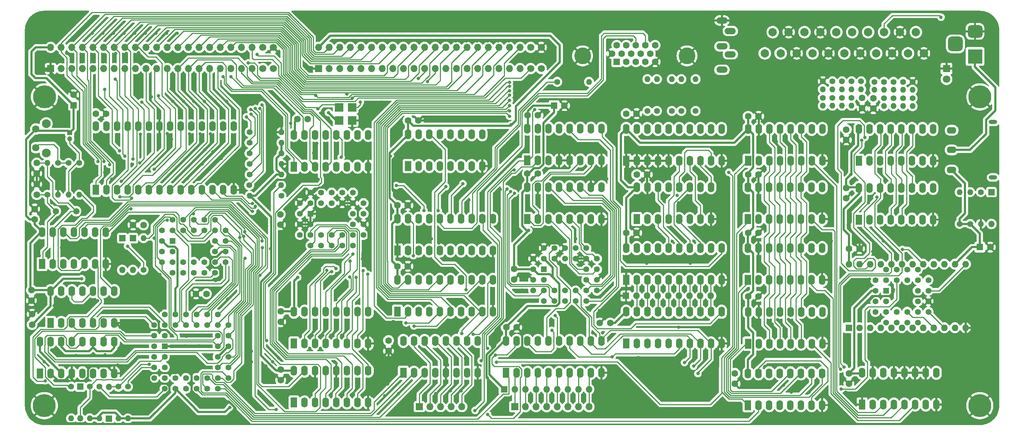
<source format=gbr>
%TF.GenerationSoftware,KiCad,Pcbnew,7.0.10*%
%TF.CreationDate,2024-04-27T18:37:43+01:00*%
%TF.ProjectId,v1b,7631622e-6b69-4636-9164-5f7063625858,rev?*%
%TF.SameCoordinates,Original*%
%TF.FileFunction,Copper,L1,Top*%
%TF.FilePolarity,Positive*%
%FSLAX46Y46*%
G04 Gerber Fmt 4.6, Leading zero omitted, Abs format (unit mm)*
G04 Created by KiCad (PCBNEW 7.0.10) date 2024-04-27 18:37:43*
%MOMM*%
%LPD*%
G01*
G04 APERTURE LIST*
G04 Aperture macros list*
%AMRoundRect*
0 Rectangle with rounded corners*
0 $1 Rounding radius*
0 $2 $3 $4 $5 $6 $7 $8 $9 X,Y pos of 4 corners*
0 Add a 4 corners polygon primitive as box body*
4,1,4,$2,$3,$4,$5,$6,$7,$8,$9,$2,$3,0*
0 Add four circle primitives for the rounded corners*
1,1,$1+$1,$2,$3*
1,1,$1+$1,$4,$5*
1,1,$1+$1,$6,$7*
1,1,$1+$1,$8,$9*
0 Add four rect primitives between the rounded corners*
20,1,$1+$1,$2,$3,$4,$5,0*
20,1,$1+$1,$4,$5,$6,$7,0*
20,1,$1+$1,$6,$7,$8,$9,0*
20,1,$1+$1,$8,$9,$2,$3,0*%
G04 Aperture macros list end*
%TA.AperFunction,ComponentPad*%
%ADD10C,1.600000*%
%TD*%
%TA.AperFunction,ComponentPad*%
%ADD11R,1.600000X1.600000*%
%TD*%
%TA.AperFunction,ComponentPad*%
%ADD12O,1.600000X1.600000*%
%TD*%
%TA.AperFunction,ComponentPad*%
%ADD13R,1.422400X1.422400*%
%TD*%
%TA.AperFunction,ComponentPad*%
%ADD14C,1.422400*%
%TD*%
%TA.AperFunction,ComponentPad*%
%ADD15R,1.600000X2.400000*%
%TD*%
%TA.AperFunction,ComponentPad*%
%ADD16O,1.600000X2.400000*%
%TD*%
%TA.AperFunction,ComponentPad*%
%ADD17R,3.500000X3.500000*%
%TD*%
%TA.AperFunction,ComponentPad*%
%ADD18RoundRect,0.750000X-1.000000X0.750000X-1.000000X-0.750000X1.000000X-0.750000X1.000000X0.750000X0*%
%TD*%
%TA.AperFunction,ComponentPad*%
%ADD19RoundRect,0.875000X-0.875000X0.875000X-0.875000X-0.875000X0.875000X-0.875000X0.875000X0.875000X0*%
%TD*%
%TA.AperFunction,ComponentPad*%
%ADD20C,4.000000*%
%TD*%
%TA.AperFunction,ComponentPad*%
%ADD21C,1.400000*%
%TD*%
%TA.AperFunction,ComponentPad*%
%ADD22O,1.400000X1.400000*%
%TD*%
%TA.AperFunction,ComponentPad*%
%ADD23R,1.200000X1.200000*%
%TD*%
%TA.AperFunction,ComponentPad*%
%ADD24C,1.200000*%
%TD*%
%TA.AperFunction,ComponentPad*%
%ADD25R,1.500000X1.500000*%
%TD*%
%TA.AperFunction,ComponentPad*%
%ADD26O,1.500000X1.500000*%
%TD*%
%TA.AperFunction,ComponentPad*%
%ADD27C,5.500000*%
%TD*%
%TA.AperFunction,ComponentPad*%
%ADD28C,2.100000*%
%TD*%
%TA.AperFunction,ComponentPad*%
%ADD29C,1.750000*%
%TD*%
%TA.AperFunction,ComponentPad*%
%ADD30R,1.700000X1.700000*%
%TD*%
%TA.AperFunction,ComponentPad*%
%ADD31O,1.700000X1.700000*%
%TD*%
%TA.AperFunction,ComponentPad*%
%ADD32O,2.000000X1.000000*%
%TD*%
%TA.AperFunction,ComponentPad*%
%ADD33O,2.300000X1.600000*%
%TD*%
%TA.AperFunction,SMDPad,CuDef*%
%ADD34R,2.000000X2.000000*%
%TD*%
%TA.AperFunction,ComponentPad*%
%ADD35C,1.998980*%
%TD*%
%TA.AperFunction,ComponentPad*%
%ADD36R,1.800000X1.800000*%
%TD*%
%TA.AperFunction,ComponentPad*%
%ADD37C,1.800000*%
%TD*%
%TA.AperFunction,ComponentPad*%
%ADD38C,1.700000*%
%TD*%
%TA.AperFunction,ComponentPad*%
%ADD39O,2.700000X1.500000*%
%TD*%
%TA.AperFunction,ComponentPad*%
%ADD40C,1.500000*%
%TD*%
%TA.AperFunction,ViaPad*%
%ADD41C,0.800000*%
%TD*%
%TA.AperFunction,Conductor*%
%ADD42C,0.500000*%
%TD*%
%TA.AperFunction,Conductor*%
%ADD43C,0.250000*%
%TD*%
G04 APERTURE END LIST*
D10*
%TO.P,Cd11,1*%
%TO.N,+5V*%
X101600000Y-126365000D03*
%TO.P,Cd11,2*%
%TO.N,GND*%
X101600000Y-128865000D03*
%TD*%
D11*
%TO.P,U20,1,D7*%
%TO.N,D7*%
X237633000Y-116325000D03*
D12*
%TO.P,U20,2,D6*%
%TO.N,D6*%
X240173000Y-116325000D03*
%TO.P,U20,3,D5*%
%TO.N,D5*%
X242713000Y-116325000D03*
%TO.P,U20,4,D4*%
%TO.N,D4*%
X245253000Y-116325000D03*
%TO.P,U20,5,D3*%
%TO.N,D3*%
X247793000Y-116325000D03*
%TO.P,U20,6,D2*%
%TO.N,D2*%
X250333000Y-116325000D03*
%TO.P,U20,7,D1*%
%TO.N,D1*%
X252873000Y-116325000D03*
%TO.P,U20,8,D0*%
%TO.N,D0*%
X255413000Y-116325000D03*
%TO.P,U20,9,CLK0*%
%TO.N,3M*%
X257953000Y-116325000D03*
%TO.P,U20,10,OUT0*%
%TO.N,/Audio/Osc 1*%
X260493000Y-116325000D03*
%TO.P,U20,11,G0*%
%TO.N,+5V*%
X263033000Y-116325000D03*
%TO.P,U20,12,GND*%
%TO.N,GND*%
X265573000Y-116325000D03*
%TO.P,U20,13,OUT1*%
%TO.N,/Audio/Osc 2*%
X265573000Y-101085000D03*
%TO.P,U20,14,G1*%
%TO.N,+5V*%
X263033000Y-101085000D03*
%TO.P,U20,15,CLK1*%
%TO.N,3M*%
X260493000Y-101085000D03*
%TO.P,U20,16,G2*%
%TO.N,+5V*%
X257953000Y-101085000D03*
%TO.P,U20,17,OUT2*%
%TO.N,/Audio/Osc 3*%
X255413000Y-101085000D03*
%TO.P,U20,18,CLK2*%
%TO.N,3M*%
X252873000Y-101085000D03*
%TO.P,U20,19,A0*%
%TO.N,A0*%
X250333000Y-101085000D03*
%TO.P,U20,20,A1*%
%TO.N,A1*%
X247793000Y-101085000D03*
%TO.P,U20,21,~{CS}*%
%TO.N,~{OscWr}*%
X245253000Y-101085000D03*
%TO.P,U20,22,~{RD}*%
%TO.N,~{R}{slash}W*%
X242713000Y-101085000D03*
%TO.P,U20,23,~{WR}*%
%TO.N,R{slash}~{W}*%
X240173000Y-101085000D03*
%TO.P,U20,24,VCC*%
%TO.N,+5V*%
X237633000Y-101085000D03*
%TD*%
D13*
%TO.P,U5,1,A18*%
%TO.N,GND*%
X108743000Y-89000000D03*
D14*
%TO.P,U5,2,A16*%
X106203000Y-91540000D03*
%TO.P,U5,3,A15*%
X108743000Y-91540000D03*
%TO.P,U5,4,A12*%
%TO.N,Net-(U4-Q8)*%
X106203000Y-94080000D03*
%TO.P,U5,5,A7*%
%TO.N,Net-(U4-Q3)*%
X108743000Y-96620000D03*
%TO.P,U5,6,A6*%
%TO.N,Net-(U4-Q2)*%
X108743000Y-94080000D03*
%TO.P,U5,7,A5*%
%TO.N,Net-(U4-Q1)*%
X111283000Y-96620000D03*
%TO.P,U5,8,A4*%
%TO.N,Net-(U4-Q0)*%
X111283000Y-94080000D03*
%TO.P,U5,9,A3*%
%TO.N,Net-(U3-Q7)*%
X113823000Y-96620000D03*
%TO.P,U5,10,A2*%
%TO.N,Net-(U3-Q6)*%
X113823000Y-94080000D03*
%TO.P,U5,11,A1*%
%TO.N,AudioMux1*%
X116363000Y-96620000D03*
%TO.P,U5,12,A0*%
%TO.N,AudioMux0*%
X116363000Y-94080000D03*
%TO.P,U5,13,D0*%
%TO.N,Net-(U5-D0)*%
X118903000Y-96620000D03*
%TO.P,U5,14,D1*%
%TO.N,Net-(U5-D1)*%
X121443000Y-94080000D03*
%TO.P,U5,15,D2*%
%TO.N,Net-(U5-D2)*%
X118903000Y-94080000D03*
%TO.P,U5,16,VSS*%
%TO.N,GND*%
X121443000Y-91540000D03*
%TO.P,U5,17,D3*%
%TO.N,Net-(U5-D3)*%
X118903000Y-91540000D03*
%TO.P,U5,18,D4*%
%TO.N,Net-(U5-D4)*%
X121443000Y-89000000D03*
%TO.P,U5,19,D5*%
%TO.N,Net-(U5-D5)*%
X118903000Y-89000000D03*
%TO.P,U5,20,D6*%
%TO.N,Net-(U5-D6)*%
X121443000Y-86460000D03*
%TO.P,U5,21,D7*%
%TO.N,Net-(U5-D7)*%
X118903000Y-83920000D03*
%TO.P,U5,22,~{CE}*%
%TO.N,GND*%
X118903000Y-86460000D03*
%TO.P,U5,23,A10*%
%TO.N,Net-(U4-Q6)*%
X116363000Y-83920000D03*
%TO.P,U5,24,~{OE}*%
%TO.N,GND*%
X116363000Y-86460000D03*
%TO.P,U5,25,A11*%
%TO.N,Net-(U4-Q7)*%
X113823000Y-83920000D03*
%TO.P,U5,26,A9*%
%TO.N,Net-(U4-Q5)*%
X113823000Y-86460000D03*
%TO.P,U5,27,A8*%
%TO.N,Net-(U4-Q4)*%
X111283000Y-83920000D03*
%TO.P,U5,28,A13*%
%TO.N,Net-(U4-Q9)*%
X111283000Y-86460000D03*
%TO.P,U5,29,A14*%
%TO.N,GND*%
X108743000Y-83920000D03*
%TO.P,U5,30,A17*%
X106203000Y-86460000D03*
%TO.P,U5,31,~{WE}*%
%TO.N,+5V*%
X108743000Y-86460000D03*
%TO.P,U5,32,VDD*%
X106203000Y-89000000D03*
%TD*%
D10*
%TO.P,Cd4,1*%
%TO.N,+5V*%
X129540000Y-101600000D03*
%TO.P,Cd4,2*%
%TO.N,GND*%
X132040000Y-101600000D03*
%TD*%
%TO.P,C5,1*%
%TO.N,GND*%
X243500000Y-63819000D03*
%TO.P,C5,2*%
%TO.N,Net-(C5-Pad2)*%
X243500000Y-61319000D03*
%TD*%
%TO.P,Cd28,1*%
%TO.N,+5V*%
X213528000Y-79612000D03*
%TO.P,Cd28,2*%
%TO.N,GND*%
X216028000Y-79612000D03*
%TD*%
D15*
%TO.P,U19,1,D2*%
%TO.N,D5*%
X240030000Y-76300000D03*
D16*
%TO.P,U19,2,D3*%
%TO.N,D6*%
X242570000Y-76300000D03*
%TO.P,U19,3,D4*%
%TO.N,D7*%
X245110000Y-76300000D03*
%TO.P,U19,4,Rb*%
%TO.N,AudioMux1*%
X247650000Y-76300000D03*
%TO.P,U19,5,Ra*%
%TO.N,AudioMux0*%
X250190000Y-76300000D03*
%TO.P,U19,6,Q4*%
%TO.N,/Audio/L3*%
X252730000Y-76300000D03*
%TO.P,U19,7,Q3*%
%TO.N,/Audio/L2*%
X255270000Y-76300000D03*
%TO.P,U19,8,GND*%
%TO.N,GND*%
X257810000Y-76300000D03*
%TO.P,U19,9,Q2*%
%TO.N,/Audio/L1*%
X257810000Y-68680000D03*
%TO.P,U19,10,Q1*%
%TO.N,/Audio/L0*%
X255270000Y-68680000D03*
%TO.P,U19,11,~{Er}*%
%TO.N,/Audio/Sout*%
X252730000Y-68680000D03*
%TO.P,U19,12,~{Ew}*%
%TO.N,~{VolWr}*%
X250190000Y-68680000D03*
%TO.P,U19,13,Wb*%
%TO.N,A1*%
X247650000Y-68680000D03*
%TO.P,U19,14,Wa*%
%TO.N,A0*%
X245110000Y-68680000D03*
%TO.P,U19,15,D1*%
%TO.N,D4*%
X242570000Y-68680000D03*
%TO.P,U19,16,VCC*%
%TO.N,+5V*%
X240030000Y-68680000D03*
%TD*%
D17*
%TO.P,J3,1*%
%TO.N,VBUS*%
X267857500Y-51300000D03*
D18*
%TO.P,J3,2*%
%TO.N,GND*%
X267857500Y-45300000D03*
D19*
%TO.P,J3,MP,MountPin*%
%TO.N,unconnected-(J3-MountPin-PadMP)*%
X263157500Y-48300000D03*
%TD*%
D20*
%TO.P,J7,0*%
%TO.N,GND*%
X198890000Y-51181000D03*
X173890000Y-51181000D03*
D11*
%TO.P,J7,1*%
%TO.N,VRed*%
X182075000Y-52601000D03*
D10*
%TO.P,J7,2*%
%TO.N,VGreen*%
X184365000Y-52601000D03*
%TO.P,J7,3*%
%TO.N,VBlue*%
X186655000Y-52601000D03*
%TO.P,J7,4*%
%TO.N,unconnected-(J7-Pad4)*%
X188945000Y-52601000D03*
%TO.P,J7,5*%
%TO.N,GND*%
X191235000Y-52601000D03*
%TO.P,J7,6*%
X180930000Y-50621000D03*
%TO.P,J7,7*%
X183220000Y-50621000D03*
%TO.P,J7,8*%
X185510000Y-50621000D03*
%TO.P,J7,9*%
X187800000Y-50621000D03*
%TO.P,J7,10*%
X190090000Y-50621000D03*
%TO.P,J7,11*%
%TO.N,unconnected-(J7-Pad11)*%
X182075000Y-48641000D03*
%TO.P,J7,12*%
%TO.N,unconnected-(J7-Pad12)*%
X184365000Y-48641000D03*
%TO.P,J7,13*%
%TO.N,~{HSync}*%
X186655000Y-48641000D03*
%TO.P,J7,14*%
%TO.N,~{VSync}*%
X188945000Y-48641000D03*
%TO.P,J7,15*%
%TO.N,unconnected-(J7-Pad15)*%
X191235000Y-48641000D03*
%TD*%
D21*
%TO.P,R25,1*%
%TO.N,Net-(R20-Pad1)*%
X236007000Y-57270000D03*
D22*
%TO.P,R25,2*%
%TO.N,Net-(R21-Pad1)*%
X236007000Y-59170000D03*
%TD*%
D21*
%TO.P,R10,1*%
%TO.N,A12*%
X94148000Y-77072000D03*
D22*
%TO.P,R10,2*%
%TO.N,GND*%
X101768000Y-77072000D03*
%TD*%
D15*
%TO.P,U18,1,D2*%
%TO.N,D1*%
X240030000Y-90407000D03*
D16*
%TO.P,U18,2,D3*%
%TO.N,D2*%
X242570000Y-90407000D03*
%TO.P,U18,3,D4*%
%TO.N,D3*%
X245110000Y-90407000D03*
%TO.P,U18,4,Rb*%
%TO.N,AudioMux1*%
X247650000Y-90407000D03*
%TO.P,U18,5,Ra*%
%TO.N,AudioMux0*%
X250190000Y-90407000D03*
%TO.P,U18,6,Q4*%
%TO.N,/Audio/R3*%
X252730000Y-90407000D03*
%TO.P,U18,7,Q3*%
%TO.N,/Audio/R2*%
X255270000Y-90407000D03*
%TO.P,U18,8,GND*%
%TO.N,GND*%
X257810000Y-90407000D03*
%TO.P,U18,9,Q2*%
%TO.N,/Audio/R1*%
X257810000Y-82787000D03*
%TO.P,U18,10,Q1*%
%TO.N,/Audio/R0*%
X255270000Y-82787000D03*
%TO.P,U18,11,~{Er}*%
%TO.N,/Audio/Sout*%
X252730000Y-82787000D03*
%TO.P,U18,12,~{Ew}*%
%TO.N,~{VolWr}*%
X250190000Y-82787000D03*
%TO.P,U18,13,Wb*%
%TO.N,A1*%
X247650000Y-82787000D03*
%TO.P,U18,14,Wa*%
%TO.N,A0*%
X245110000Y-82787000D03*
%TO.P,U18,15,D1*%
%TO.N,D0*%
X242570000Y-82787000D03*
%TO.P,U18,16,VCC*%
%TO.N,+5V*%
X240030000Y-82787000D03*
%TD*%
D10*
%TO.P,Cd32,1*%
%TO.N,+5V*%
X210353000Y-127237000D03*
%TO.P,Cd32,2*%
%TO.N,GND*%
X210353000Y-129737000D03*
%TD*%
D21*
%TO.P,R7,1*%
%TO.N,Net-(C2-Pad1)*%
X45720000Y-84455000D03*
D22*
%TO.P,R7,2*%
%TO.N,Net-(C3-Pad1)*%
X45720000Y-76835000D03*
%TD*%
D23*
%TO.P,C1,1*%
%TO.N,+5V*%
X51100000Y-69577400D03*
D24*
%TO.P,C1,2*%
%TO.N,Net-(C1-Pad2)*%
X51100000Y-71077400D03*
%TD*%
D21*
%TO.P,R11,1*%
%TO.N,A13*%
X94148000Y-74532000D03*
D22*
%TO.P,R11,2*%
%TO.N,+5V*%
X101768000Y-74532000D03*
%TD*%
D21*
%TO.P,R16,1*%
%TO.N,/Video/bit 1*%
X195240000Y-64372000D03*
D22*
%TO.P,R16,2*%
%TO.N,VGreen*%
X195240000Y-56752000D03*
%TD*%
D21*
%TO.P,R24,1*%
%TO.N,Net-(R19-Pad1)*%
X233721000Y-57270000D03*
D22*
%TO.P,R24,2*%
%TO.N,Net-(R20-Pad1)*%
X233721000Y-59170000D03*
%TD*%
D11*
%TO.P,RN2,1,common*%
%TO.N,+5V*%
X155098000Y-131047000D03*
D12*
%TO.P,RN2,2,R1*%
%TO.N,/IO/KeyOUT 7*%
X157638000Y-131047000D03*
%TO.P,RN2,3,R2*%
%TO.N,/IO/KeyOUT 6*%
X160178000Y-131047000D03*
%TO.P,RN2,4,R3*%
%TO.N,/IO/KeyOUT 5*%
X162718000Y-131047000D03*
%TO.P,RN2,5,R4*%
%TO.N,/IO/KeyOUT 4*%
X165258000Y-131047000D03*
%TO.P,RN2,6,R5*%
%TO.N,/IO/KeyOUT 3*%
X167798000Y-131047000D03*
%TO.P,RN2,7,R6*%
%TO.N,/IO/KeyOUT 2*%
X170338000Y-131047000D03*
%TO.P,RN2,8,R7*%
%TO.N,/IO/KeyOUT 1*%
X172878000Y-131047000D03*
%TO.P,RN2,9,R8*%
%TO.N,/IO/KeyOUT 0*%
X175418000Y-131047000D03*
%TD*%
D21*
%TO.P,R9,1*%
%TO.N,A11*%
X94148000Y-79612000D03*
D22*
%TO.P,R9,2*%
%TO.N,+5V*%
X101768000Y-79612000D03*
%TD*%
D25*
%TO.P,D4,1,K*%
%TO.N,Net-(D4-K)*%
X66208000Y-94852000D03*
D26*
%TO.P,D4,2,A*%
%TO.N,ROM DISABLE*%
X66208000Y-102472000D03*
%TD*%
D27*
%TO.P,H2,1,1*%
%TO.N,GND*%
X45000000Y-135000000D03*
%TD*%
D15*
%TO.P,U3,1,Q1*%
%TO.N,3M*%
X104775000Y-134222000D03*
D16*
%TO.P,U3,2,Q2*%
%TO.N,1M*%
X107315000Y-134222000D03*
%TO.P,U3,3,Q3*%
%TO.N,750K*%
X109855000Y-134222000D03*
%TO.P,U3,4,Q4*%
%TO.N,AudioMux0*%
X112395000Y-134222000D03*
%TO.P,U3,5,Q5*%
%TO.N,AudioMux1*%
X114935000Y-134222000D03*
%TO.P,U3,6,Q6*%
%TO.N,Net-(U3-Q6)*%
X117475000Y-134222000D03*
%TO.P,U3,7,Q7*%
%TO.N,Net-(U3-Q7)*%
X120015000Y-134222000D03*
%TO.P,U3,8,GND*%
%TO.N,GND*%
X122555000Y-134222000D03*
%TO.P,U3,9,~{RCO}*%
%TO.N,Net-(U3-~{RCO})*%
X122555000Y-126602000D03*
%TO.P,U3,10,~{MRC}*%
%TO.N,+5V*%
X120015000Y-126602000D03*
%TO.P,U3,11,CPC*%
%TO.N,12M*%
X117475000Y-126602000D03*
%TO.P,U3,12,~{CE}*%
%TO.N,GND*%
X114935000Y-126602000D03*
%TO.P,U3,13,CPR*%
%TO.N,12M*%
X112395000Y-126602000D03*
%TO.P,U3,14,~{OE}*%
%TO.N,GND*%
X109855000Y-126602000D03*
%TO.P,U3,15,Q0*%
%TO.N,6M*%
X107315000Y-126602000D03*
%TO.P,U3,16,VCC*%
%TO.N,+5V*%
X104775000Y-126602000D03*
%TD*%
D15*
%TO.P,U16,1,E*%
%TO.N,~{VolWr}*%
X213493000Y-134857000D03*
D16*
%TO.P,U16,2,A0*%
%TO.N,A2*%
X216033000Y-134857000D03*
%TO.P,U16,3,A1*%
%TO.N,3M*%
X218573000Y-134857000D03*
%TO.P,U16,4,O0*%
%TO.N,unconnected-(U16A-O0-Pad4)*%
X221113000Y-134857000D03*
%TO.P,U16,5,O1*%
%TO.N,unconnected-(U16A-O1-Pad5)*%
X223653000Y-134857000D03*
%TO.P,U16,6,O2*%
%TO.N,/Audio/volume*%
X226193000Y-134857000D03*
%TO.P,U16,7,O3*%
%TO.N,Net-(U16A-O3)*%
X228733000Y-134857000D03*
%TO.P,U16,8,GND*%
%TO.N,GND*%
X231273000Y-134857000D03*
%TO.P,U16,9,O3*%
%TO.N,/Audio/wave 4*%
X231273000Y-127237000D03*
%TO.P,U16,10,O2*%
%TO.N,/Audio/wave 3*%
X228733000Y-127237000D03*
%TO.P,U16,11,O1*%
%TO.N,/Audio/wave 2*%
X226193000Y-127237000D03*
%TO.P,U16,12,O0*%
%TO.N,/Audio/wave 1*%
X223653000Y-127237000D03*
%TO.P,U16,13,A1*%
%TO.N,A1*%
X221113000Y-127237000D03*
%TO.P,U16,14,A0*%
%TO.N,A0*%
X218573000Y-127237000D03*
%TO.P,U16,15,E*%
%TO.N,Net-(U16A-O3)*%
X216033000Y-127237000D03*
%TO.P,U16,16,VCC*%
%TO.N,+5V*%
X213493000Y-127237000D03*
%TD*%
D21*
%TO.P,R39,1*%
%TO.N,~{Sync}*%
X167808000Y-57387000D03*
D22*
%TO.P,R39,2*%
%TO.N,Net-(J4-P19)*%
X175428000Y-57387000D03*
%TD*%
D21*
%TO.P,R34,1*%
%TO.N,Net-(R29-Pad1)*%
X248326000Y-57387000D03*
D22*
%TO.P,R34,2*%
%TO.N,Net-(R30-Pad1)*%
X248326000Y-59287000D03*
%TD*%
D10*
%TO.P,C3,1*%
%TO.N,Net-(C3-Pad1)*%
X43180000Y-76855000D03*
%TO.P,C3,2*%
%TO.N,GND*%
X43180000Y-79355000D03*
%TD*%
D15*
%TO.P,U7,1,A0*%
%TO.N,3M*%
X160655000Y-76200000D03*
D16*
%TO.P,U7,2,A1*%
%TO.N,1M*%
X163195000Y-76200000D03*
%TO.P,U7,3,A2*%
%TO.N,750K*%
X165735000Y-76200000D03*
%TO.P,U7,4,~{E0}*%
%TO.N,GND*%
X168275000Y-76200000D03*
%TO.P,U7,5,~{E1}*%
X170815000Y-76200000D03*
%TO.P,U7,6,E2*%
%TO.N,6M*%
X173355000Y-76200000D03*
%TO.P,U7,7,~{Y7}*%
%TO.N,~{ChrGet}*%
X175895000Y-76200000D03*
%TO.P,U7,8,GND*%
%TO.N,GND*%
X178435000Y-76200000D03*
%TO.P,U7,9,~{Y6}*%
%TO.N,~{PalPush}*%
X178435000Y-68580000D03*
%TO.P,U7,10,~{Y5}*%
%TO.N,unconnected-(U7-~{Y5}-Pad10)*%
X175895000Y-68580000D03*
%TO.P,U7,11,~{Y4}*%
%TO.N,unconnected-(U7-~{Y4}-Pad11)*%
X173355000Y-68580000D03*
%TO.P,U7,12,~{Y3}*%
%TO.N,~{PalGet}*%
X170815000Y-68580000D03*
%TO.P,U7,13,~{Y2}*%
%TO.N,~{RegTick}*%
X168275000Y-68580000D03*
%TO.P,U7,14,~{Y1}*%
%TO.N,unconnected-(U7-~{Y1}-Pad14)*%
X165735000Y-68580000D03*
%TO.P,U7,15,~{Y0}*%
%TO.N,unconnected-(U7-~{Y0}-Pad15)*%
X163195000Y-68580000D03*
%TO.P,U7,16,VCC*%
%TO.N,+5V*%
X160655000Y-68580000D03*
%TD*%
D21*
%TO.P,R2,1*%
%TO.N,R{slash}~{W}*%
X101768000Y-84692000D03*
D22*
%TO.P,R2,2*%
%TO.N,+5V*%
X94148000Y-84692000D03*
%TD*%
D28*
%TO.P,SW1,*%
%TO.N,*%
X45466000Y-74422000D03*
X45466000Y-67412000D03*
D29*
%TO.P,SW1,1,1*%
%TO.N,Net-(R4-Pad1)*%
X42976000Y-73172000D03*
%TO.P,SW1,2,2*%
%TO.N,+5V*%
X42976000Y-68672000D03*
%TD*%
D15*
%TO.P,U2,1*%
%TO.N,Net-(C2-Pad1)*%
X44450000Y-101065000D03*
D16*
%TO.P,U2,2*%
%TO.N,Net-(C3-Pad1)*%
X46990000Y-101065000D03*
%TO.P,U2,3*%
%TO.N,B7*%
X49530000Y-101065000D03*
%TO.P,U2,4*%
%TO.N,~{B7}*%
X52070000Y-101065000D03*
%TO.P,U2,5*%
%TO.N,Net-(R6-Pad2)*%
X54610000Y-101065000D03*
%TO.P,U2,6*%
%TO.N,Net-(D6-K)*%
X57150000Y-101065000D03*
%TO.P,U2,7,GND*%
%TO.N,GND*%
X59690000Y-101065000D03*
%TO.P,U2,8*%
%TO.N,~{R}{slash}W*%
X59690000Y-93445000D03*
%TO.P,U2,9*%
%TO.N,R{slash}~{W}*%
X57150000Y-93445000D03*
%TO.P,U2,10*%
%TO.N,~{6M}*%
X54610000Y-93445000D03*
%TO.P,U2,11*%
%TO.N,6M*%
X52070000Y-93445000D03*
%TO.P,U2,12*%
%TO.N,12M*%
X49530000Y-93445000D03*
%TO.P,U2,13*%
%TO.N,Net-(C3-Pad1)*%
X46990000Y-93445000D03*
%TO.P,U2,14,VCC*%
%TO.N,+5V*%
X44450000Y-93445000D03*
%TD*%
D21*
%TO.P,R22,1*%
%TO.N,Net-(C4-Pad2)*%
X238293000Y-61202000D03*
D22*
%TO.P,R22,2*%
%TO.N,/Audio/L3*%
X238293000Y-63102000D03*
%TD*%
D21*
%TO.P,R5,1*%
%TO.N,Net-(R4-Pad1)*%
X50800000Y-76835000D03*
D22*
%TO.P,R5,2*%
%TO.N,Net-(C1-Pad2)*%
X50800000Y-84455000D03*
%TD*%
D30*
%TO.P,J2,1,Pin_1*%
%TO.N,/IO/KeyOUT 7*%
X157638000Y-135255000D03*
D31*
%TO.P,J2,2,Pin_2*%
%TO.N,/IO/KeyOUT 6*%
X160178000Y-135255000D03*
%TO.P,J2,3,Pin_3*%
%TO.N,/IO/KeyOUT 5*%
X162718000Y-135255000D03*
%TO.P,J2,4,Pin_4*%
%TO.N,/IO/KeyOUT 4*%
X165258000Y-135255000D03*
%TO.P,J2,5,Pin_5*%
%TO.N,/IO/KeyOUT 3*%
X167798000Y-135255000D03*
%TO.P,J2,6,Pin_6*%
%TO.N,/IO/KeyOUT 2*%
X170338000Y-135255000D03*
%TO.P,J2,7,Pin_7*%
%TO.N,/IO/KeyOUT 1*%
X172878000Y-135255000D03*
%TO.P,J2,8,Pin_8*%
%TO.N,/IO/KeyOUT 0*%
X175418000Y-135255000D03*
%TD*%
D21*
%TO.P,R15,1*%
%TO.N,/Video/bit 1*%
X191684000Y-64372000D03*
D22*
%TO.P,R15,2*%
%TO.N,VBlue*%
X191684000Y-56752000D03*
%TD*%
D21*
%TO.P,R6,1*%
%TO.N,Net-(C1-Pad2)*%
X53340000Y-76835000D03*
D22*
%TO.P,R6,2*%
%TO.N,Net-(R6-Pad2)*%
X53340000Y-84455000D03*
%TD*%
D21*
%TO.P,R32,1*%
%TO.N,GND*%
X252898000Y-57408000D03*
D22*
%TO.P,R32,2*%
%TO.N,Net-(R28-Pad1)*%
X252898000Y-59308000D03*
%TD*%
D32*
%TO.P,SW2,*%
%TO.N,*%
X272155000Y-80310000D03*
X272155000Y-67010000D03*
D33*
%TO.P,SW2,1,A*%
%TO.N,+5V*%
X262255000Y-78510000D03*
%TO.P,SW2,2,B*%
%TO.N,VBUS*%
X262255000Y-73710000D03*
%TO.P,SW2,3,C*%
%TO.N,unconnected-(SW2-C-Pad3)*%
X262255000Y-69010000D03*
%TD*%
D21*
%TO.P,R38,1*%
%TO.N,+5V*%
X266700000Y-91440000D03*
D22*
%TO.P,R38,2*%
%TO.N,Net-(D2-A)*%
X266700000Y-83820000D03*
%TD*%
D10*
%TO.P,Cd27,1*%
%TO.N,+5V*%
X42672000Y-90367000D03*
%TO.P,Cd27,2*%
%TO.N,GND*%
X42672000Y-87867000D03*
%TD*%
D21*
%TO.P,R21,1*%
%TO.N,Net-(R21-Pad1)*%
X236007000Y-61202000D03*
D22*
%TO.P,R21,2*%
%TO.N,/Audio/L2*%
X236007000Y-63102000D03*
%TD*%
D10*
%TO.P,Cd1,1*%
%TO.N,+5V*%
X180508000Y-115172000D03*
%TO.P,Cd1,2*%
%TO.N,GND*%
X178008000Y-115172000D03*
%TD*%
D21*
%TO.P,R3,1*%
%TO.N,~{NMI}*%
X58166000Y-130412000D03*
D22*
%TO.P,R3,2*%
%TO.N,+5V*%
X58166000Y-138032000D03*
%TD*%
D15*
%TO.P,U15,1,OE*%
%TO.N,GND*%
X184308000Y-76300000D03*
D16*
%TO.P,U15,2,D0*%
X186848000Y-76300000D03*
%TO.P,U15,3,D1*%
X189388000Y-76300000D03*
%TO.P,U15,4,D2*%
X191928000Y-76300000D03*
%TO.P,U15,5,D3*%
X194468000Y-76300000D03*
%TO.P,U15,6,D4*%
%TO.N,Net-(U14-Za)*%
X197008000Y-76300000D03*
%TO.P,U15,7,D5*%
%TO.N,Net-(U14-Zb)*%
X199548000Y-76300000D03*
%TO.P,U15,8,D6*%
%TO.N,Net-(U14-Zc)*%
X202088000Y-76300000D03*
%TO.P,U15,9,D7*%
%TO.N,Net-(U14-Zd)*%
X204628000Y-76300000D03*
%TO.P,U15,10,GND*%
%TO.N,GND*%
X207168000Y-76300000D03*
%TO.P,U15,11,Cp*%
%TO.N,~{6M}*%
X207168000Y-68680000D03*
%TO.P,U15,12,Q7*%
%TO.N,/Video/bit 3*%
X204628000Y-68680000D03*
%TO.P,U15,13,Q6*%
%TO.N,/Video/bit 2*%
X202088000Y-68680000D03*
%TO.P,U15,14,Q5*%
%TO.N,/Video/bit 1*%
X199548000Y-68680000D03*
%TO.P,U15,15,Q4*%
%TO.N,/Video/bit 0*%
X197008000Y-68680000D03*
%TO.P,U15,16,Q3*%
%TO.N,unconnected-(U15-Q3-Pad16)*%
X194468000Y-68680000D03*
%TO.P,U15,17,Q2*%
%TO.N,unconnected-(U15-Q2-Pad17)*%
X191928000Y-68680000D03*
%TO.P,U15,18,Q1*%
%TO.N,unconnected-(U15-Q1-Pad18)*%
X189388000Y-68680000D03*
%TO.P,U15,19,Q0*%
%TO.N,unconnected-(U15-Q0-Pad19)*%
X186848000Y-68680000D03*
%TO.P,U15,20,VCC*%
%TO.N,+5V*%
X184308000Y-68680000D03*
%TD*%
D10*
%TO.P,Cd15,1*%
%TO.N,+5V*%
X41910000Y-107315000D03*
%TO.P,Cd15,2*%
%TO.N,GND*%
X41910000Y-109815000D03*
%TD*%
%TO.P,Cd30,1*%
%TO.N,+5V*%
X213528000Y-65642000D03*
%TO.P,Cd30,2*%
%TO.N,GND*%
X216028000Y-65642000D03*
%TD*%
D15*
%TO.P,U17,1,Ea*%
%TO.N,GND*%
X240813000Y-134710000D03*
D16*
%TO.P,U17,2,S1*%
%TO.N,AudioMux1*%
X243353000Y-134710000D03*
%TO.P,U17,3,I3a*%
%TO.N,/Audio/Ch4*%
X245893000Y-134710000D03*
%TO.P,U17,4,I2a*%
%TO.N,/Audio/Ch3*%
X248433000Y-134710000D03*
%TO.P,U17,5,I1a*%
%TO.N,/Audio/Ch2*%
X250973000Y-134710000D03*
%TO.P,U17,6,I0a*%
%TO.N,/Audio/Ch1*%
X253513000Y-134710000D03*
%TO.P,U17,7,Za*%
%TO.N,/Audio/Sout*%
X256053000Y-134710000D03*
%TO.P,U17,8,GND*%
%TO.N,GND*%
X258593000Y-134710000D03*
%TO.P,U17,9,Zb*%
%TO.N,unconnected-(U17-Zb-Pad9)*%
X258593000Y-127090000D03*
%TO.P,U17,10,I0b*%
%TO.N,GND*%
X256053000Y-127090000D03*
%TO.P,U17,11,I1b*%
X253513000Y-127090000D03*
%TO.P,U17,12,I2b*%
X250973000Y-127090000D03*
%TO.P,U17,13,I3b*%
X248433000Y-127090000D03*
%TO.P,U17,14,S0*%
%TO.N,AudioMux0*%
X245893000Y-127090000D03*
%TO.P,U17,15,Eb*%
%TO.N,GND*%
X243353000Y-127090000D03*
%TO.P,U17,16,VCC*%
%TO.N,+5V*%
X240813000Y-127090000D03*
%TD*%
D10*
%TO.P,C2,1*%
%TO.N,Net-(C2-Pad1)*%
X43180000Y-84415000D03*
%TO.P,C2,2*%
%TO.N,GND*%
X43180000Y-81915000D03*
%TD*%
%TO.P,Cd9,1*%
%TO.N,+5V*%
X213528000Y-93582000D03*
%TO.P,Cd9,2*%
%TO.N,GND*%
X216028000Y-93582000D03*
%TD*%
%TO.P,Cd29,1*%
%TO.N,+5V*%
X160695000Y-65405000D03*
%TO.P,Cd29,2*%
%TO.N,GND*%
X163195000Y-65405000D03*
%TD*%
D21*
%TO.P,R1,1*%
%TO.N,RDY*%
X55880000Y-130412000D03*
D22*
%TO.P,R1,2*%
%TO.N,+5V*%
X55880000Y-138032000D03*
%TD*%
D21*
%TO.P,R28,1*%
%TO.N,Net-(R28-Pad1)*%
X252898000Y-61319000D03*
D22*
%TO.P,R28,2*%
%TO.N,/Audio/R0*%
X252898000Y-63219000D03*
%TD*%
D10*
%TO.P,Cd19,1*%
%TO.N,+5V*%
X105578000Y-66277000D03*
%TO.P,Cd19,2*%
%TO.N,GND*%
X108078000Y-66277000D03*
%TD*%
D21*
%TO.P,R14,1*%
%TO.N,/Video/bit 0*%
X189398000Y-64372000D03*
D22*
%TO.P,R14,2*%
%TO.N,VBlue*%
X189398000Y-56752000D03*
%TD*%
D10*
%TO.P,Cd2,1*%
%TO.N,+5V*%
X155595000Y-116205000D03*
%TO.P,Cd2,2*%
%TO.N,GND*%
X158095000Y-116205000D03*
%TD*%
D15*
%TO.P,U32,1,~{Mr}*%
%TO.N,~{VP}*%
X129540000Y-112495000D03*
D16*
%TO.P,U32,2,Q0*%
%TO.N,B0*%
X132080000Y-112495000D03*
%TO.P,U32,3,D0*%
%TO.N,D0*%
X134620000Y-112495000D03*
%TO.P,U32,4,D1*%
%TO.N,D1*%
X137160000Y-112495000D03*
%TO.P,U32,5,Q1*%
%TO.N,B1*%
X139700000Y-112495000D03*
%TO.P,U32,6,Q2*%
%TO.N,B2*%
X142240000Y-112495000D03*
%TO.P,U32,7,D2*%
%TO.N,D2*%
X144780000Y-112495000D03*
%TO.P,U32,8,D3*%
%TO.N,D3*%
X147320000Y-112495000D03*
%TO.P,U32,9,Q3*%
%TO.N,B3*%
X149860000Y-112495000D03*
%TO.P,U32,10,GND*%
%TO.N,GND*%
X152400000Y-112495000D03*
%TO.P,U32,11,Cp*%
%TO.N,/IO/BANK*%
X152400000Y-104875000D03*
%TO.P,U32,12,Q4*%
%TO.N,B4*%
X149860000Y-104875000D03*
%TO.P,U32,13,D4*%
%TO.N,D4*%
X147320000Y-104875000D03*
%TO.P,U32,14,D5*%
%TO.N,D5*%
X144780000Y-104875000D03*
%TO.P,U32,15,Q5*%
%TO.N,B5*%
X142240000Y-104875000D03*
%TO.P,U32,16,Q6*%
%TO.N,B6*%
X139700000Y-104875000D03*
%TO.P,U32,17,D6*%
%TO.N,D6*%
X137160000Y-104875000D03*
%TO.P,U32,18,D7*%
%TO.N,D7*%
X134620000Y-104875000D03*
%TO.P,U32,19,Q7*%
%TO.N,B7*%
X132080000Y-104875000D03*
%TO.P,U32,20,VCC*%
%TO.N,+5V*%
X129540000Y-104875000D03*
%TD*%
D11*
%TO.P,C7,1*%
%TO.N,+5V*%
X167045000Y-63102000D03*
D10*
%TO.P,C7,2*%
%TO.N,GND*%
X169545000Y-63102000D03*
%TD*%
%TO.P,Cd13,1*%
%TO.N,+5V*%
X42078000Y-115570000D03*
%TO.P,Cd13,2*%
%TO.N,GND*%
X42078000Y-113070000D03*
%TD*%
D21*
%TO.P,R4,1*%
%TO.N,Net-(R4-Pad1)*%
X48260000Y-76835000D03*
D22*
%TO.P,R4,2*%
%TO.N,GND*%
X48260000Y-84455000D03*
%TD*%
D11*
%TO.P,C6,1*%
%TO.N,+5V*%
X269000000Y-97000000D03*
D10*
%TO.P,C6,2*%
%TO.N,GND*%
X271500000Y-97000000D03*
%TD*%
D25*
%TO.P,D1,1,K*%
%TO.N,BusDriver*%
X53594000Y-130412000D03*
D26*
%TO.P,D1,2,A*%
%TO.N,RDY*%
X53594000Y-138032000D03*
%TD*%
D15*
%TO.P,U24,1,~{PL}*%
%TO.N,/Audio/wave 3*%
X213493000Y-90270000D03*
D16*
%TO.P,U24,2,CP*%
%TO.N,/Audio/Osc 3*%
X216033000Y-90270000D03*
%TO.P,U24,3,D4*%
%TO.N,D4*%
X218573000Y-90270000D03*
%TO.P,U24,4,D5*%
%TO.N,D5*%
X221113000Y-90270000D03*
%TO.P,U24,5,D6*%
%TO.N,D6*%
X223653000Y-90270000D03*
%TO.P,U24,6,D7*%
%TO.N,D7*%
X226193000Y-90270000D03*
%TO.P,U24,7,~{Q7}*%
%TO.N,/Audio/Ch3*%
X228733000Y-90270000D03*
%TO.P,U24,8,GND*%
%TO.N,GND*%
X231273000Y-90270000D03*
%TO.P,U24,9,Q7*%
%TO.N,Net-(U24-DS)*%
X231273000Y-82650000D03*
%TO.P,U24,10,DS*%
X228733000Y-82650000D03*
%TO.P,U24,11,D0*%
%TO.N,D0*%
X226193000Y-82650000D03*
%TO.P,U24,12,D1*%
%TO.N,D1*%
X223653000Y-82650000D03*
%TO.P,U24,13,D2*%
%TO.N,D2*%
X221113000Y-82650000D03*
%TO.P,U24,14,D3*%
%TO.N,D3*%
X218573000Y-82650000D03*
%TO.P,U24,15,~{CE}*%
%TO.N,GND*%
X216033000Y-82650000D03*
%TO.P,U24,16,VCC*%
%TO.N,+5V*%
X213493000Y-82650000D03*
%TD*%
D15*
%TO.P,U14,1,S*%
%TO.N,Net-(U13-Q7)*%
X186838000Y-90260000D03*
D16*
%TO.P,U14,2,I0a*%
%TO.N,/Video/Pa0*%
X189378000Y-90260000D03*
%TO.P,U14,3,I1a*%
%TO.N,/Video/Pb0*%
X191918000Y-90260000D03*
%TO.P,U14,4,Za*%
%TO.N,Net-(U14-Za)*%
X194458000Y-90260000D03*
%TO.P,U14,5,I0b*%
%TO.N,/Video/Pa1*%
X196998000Y-90260000D03*
%TO.P,U14,6,I1b*%
%TO.N,/Video/Pb1*%
X199538000Y-90260000D03*
%TO.P,U14,7,Zb*%
%TO.N,Net-(U14-Zb)*%
X202078000Y-90260000D03*
%TO.P,U14,8,GND*%
%TO.N,GND*%
X204618000Y-90260000D03*
%TO.P,U14,9,Zc*%
%TO.N,Net-(U14-Zc)*%
X204618000Y-82640000D03*
%TO.P,U14,10,I1c*%
%TO.N,/Video/Pb2*%
X202078000Y-82640000D03*
%TO.P,U14,11,I0c*%
%TO.N,/Video/Pa2*%
X199538000Y-82640000D03*
%TO.P,U14,12,Zd*%
%TO.N,Net-(U14-Zd)*%
X196998000Y-82640000D03*
%TO.P,U14,13,I1d*%
%TO.N,/Video/Pb3*%
X194458000Y-82640000D03*
%TO.P,U14,14,I0d*%
%TO.N,/Video/Pa3*%
X191918000Y-82640000D03*
%TO.P,U14,15,E*%
%TO.N,GND*%
X189378000Y-82640000D03*
%TO.P,U14,16,VCC*%
%TO.N,+5V*%
X186838000Y-82640000D03*
%TD*%
D34*
%TO.P,TP3,1,1*%
%TO.N,~{RESET}*%
X115570000Y-63500000D03*
%TD*%
D21*
%TO.P,R36,1*%
%TO.N,RIGHT*%
X243754000Y-57387000D03*
D22*
%TO.P,R36,2*%
%TO.N,Net-(C5-Pad2)*%
X243754000Y-59287000D03*
%TD*%
D11*
%TO.P,RN1,1,common*%
%TO.N,GND*%
X184288000Y-108685000D03*
D12*
%TO.P,RN1,2,R1*%
%TO.N,Net-(RN1-R1)*%
X186828000Y-108685000D03*
%TO.P,RN1,3,R2*%
%TO.N,Net-(RN1-R2)*%
X189368000Y-108685000D03*
%TO.P,RN1,4,R3*%
%TO.N,Net-(RN1-R3)*%
X191908000Y-108685000D03*
%TO.P,RN1,5,R4*%
%TO.N,Net-(RN1-R4)*%
X194448000Y-108685000D03*
%TO.P,RN1,6,R5*%
%TO.N,Net-(RN1-R5)*%
X196988000Y-108685000D03*
%TO.P,RN1,7,R6*%
%TO.N,Net-(RN1-R6)*%
X199528000Y-108685000D03*
%TO.P,RN1,8,R7*%
%TO.N,Net-(RN1-R7)*%
X202068000Y-108685000D03*
%TO.P,RN1,9,R8*%
%TO.N,Net-(RN1-R8)*%
X204608000Y-108685000D03*
%TD*%
D27*
%TO.P,H4,1,1*%
%TO.N,GND*%
X269000000Y-135000000D03*
%TD*%
D21*
%TO.P,R29,1*%
%TO.N,Net-(R29-Pad1)*%
X250612000Y-61319600D03*
D22*
%TO.P,R29,2*%
%TO.N,/Audio/R1*%
X250612000Y-63219600D03*
%TD*%
D10*
%TO.P,Cd20,1*%
%TO.N,+5V*%
X237698000Y-97392000D03*
%TO.P,Cd20,2*%
%TO.N,GND*%
X240198000Y-97392000D03*
%TD*%
D21*
%TO.P,R44,1*%
%TO.N,Net-(U1-\u03D51)*%
X65000000Y-130429000D03*
D22*
%TO.P,R44,2*%
%TO.N,+5V*%
X65000000Y-138049000D03*
%TD*%
D13*
%TO.P,U21,1,NC*%
%TO.N,unconnected-(U21-NC-Pad1)*%
X246523000Y-107425000D03*
D14*
%TO.P,U21,2,D7*%
%TO.N,D7*%
X243983000Y-109965000D03*
%TO.P,U21,3,D6*%
%TO.N,D6*%
X246523000Y-109965000D03*
%TO.P,U21,4,D5*%
%TO.N,D5*%
X243983000Y-112505000D03*
%TO.P,U21,5,D4*%
%TO.N,D4*%
X246523000Y-115045000D03*
%TO.P,U21,6,D3*%
%TO.N,D3*%
X246523000Y-112505000D03*
%TO.P,U21,7,D2*%
%TO.N,D2*%
X249063000Y-115045000D03*
%TO.P,U21,8,D1*%
%TO.N,D1*%
X249063000Y-112505000D03*
%TO.P,U21,9,D0*%
%TO.N,D0*%
X251603000Y-115045000D03*
%TO.P,U21,10,CLK0*%
%TO.N,3M*%
X251603000Y-112505000D03*
%TO.P,U21,11,NC*%
%TO.N,unconnected-(U21-NC-Pad11)*%
X254143000Y-115045000D03*
%TO.P,U21,12,OUT0*%
%TO.N,/Audio/Osc 1*%
X256683000Y-112505000D03*
%TO.P,U21,13,G0*%
%TO.N,+5V*%
X254143000Y-112505000D03*
%TO.P,U21,14,GND*%
%TO.N,GND*%
X256683000Y-109965000D03*
%TO.P,U21,15,NC*%
%TO.N,unconnected-(U21-NC-Pad15)*%
X254143000Y-109965000D03*
%TO.P,U21,16,OUT1*%
%TO.N,/Audio/Osc 2*%
X256683000Y-107425000D03*
%TO.P,U21,17,G1*%
%TO.N,+5V*%
X254143000Y-107425000D03*
%TO.P,U21,18,CLK1*%
%TO.N,3M*%
X256683000Y-104885000D03*
%TO.P,U21,19,G2*%
%TO.N,+5V*%
X254143000Y-102345000D03*
%TO.P,U21,20,OUT2*%
%TO.N,/Audio/Osc 3*%
X254143000Y-104885000D03*
%TO.P,U21,21,CLK2*%
%TO.N,3M*%
X251603000Y-102345000D03*
%TO.P,U21,22,A0*%
%TO.N,A0*%
X251603000Y-104885000D03*
%TO.P,U21,23,A1*%
%TO.N,A1*%
X249063000Y-102345000D03*
%TO.P,U21,24,~{CS}*%
%TO.N,~{OscWr}*%
X249063000Y-104885000D03*
%TO.P,U21,25,NC*%
%TO.N,unconnected-(U21-NC-Pad25)*%
X246523000Y-102345000D03*
%TO.P,U21,26,~{RD}*%
%TO.N,~{R}{slash}W*%
X243983000Y-104885000D03*
%TO.P,U21,27,~{WR}*%
%TO.N,R{slash}~{W}*%
X246523000Y-104885000D03*
%TO.P,U21,28,VCC*%
%TO.N,+5V*%
X243983000Y-107425000D03*
%TD*%
D27*
%TO.P,H3,1,1*%
%TO.N,GND*%
X269030000Y-61000000D03*
%TD*%
D10*
%TO.P,C4,1*%
%TO.N,GND*%
X240833000Y-63702000D03*
%TO.P,C4,2*%
%TO.N,Net-(C4-Pad2)*%
X240833000Y-61202000D03*
%TD*%
D21*
%TO.P,R37,1*%
%TO.N,~{CART}*%
X68748000Y-102472000D03*
D22*
%TO.P,R37,2*%
%TO.N,Net-(D4-K)*%
X68748000Y-94852000D03*
%TD*%
D25*
%TO.P,D2,1,K*%
%TO.N,Net-(D2-K)*%
X271780000Y-83820000D03*
D26*
%TO.P,D2,2,A*%
%TO.N,Net-(D2-A)*%
X271780000Y-91440000D03*
%TD*%
D15*
%TO.P,U23,1,~{PL}*%
%TO.N,/Audio/wave 2*%
X213493000Y-104875000D03*
D16*
%TO.P,U23,2,CP*%
%TO.N,/Audio/Osc 2*%
X216033000Y-104875000D03*
%TO.P,U23,3,D4*%
%TO.N,D4*%
X218573000Y-104875000D03*
%TO.P,U23,4,D5*%
%TO.N,D5*%
X221113000Y-104875000D03*
%TO.P,U23,5,D6*%
%TO.N,D6*%
X223653000Y-104875000D03*
%TO.P,U23,6,D7*%
%TO.N,D7*%
X226193000Y-104875000D03*
%TO.P,U23,7,~{Q7}*%
%TO.N,/Audio/Ch2*%
X228733000Y-104875000D03*
%TO.P,U23,8,GND*%
%TO.N,GND*%
X231273000Y-104875000D03*
%TO.P,U23,9,Q7*%
%TO.N,Net-(U23-DS)*%
X231273000Y-97255000D03*
%TO.P,U23,10,DS*%
X228733000Y-97255000D03*
%TO.P,U23,11,D0*%
%TO.N,D0*%
X226193000Y-97255000D03*
%TO.P,U23,12,D1*%
%TO.N,D1*%
X223653000Y-97255000D03*
%TO.P,U23,13,D2*%
%TO.N,D2*%
X221113000Y-97255000D03*
%TO.P,U23,14,D3*%
%TO.N,D3*%
X218573000Y-97255000D03*
%TO.P,U23,15,~{CE}*%
%TO.N,GND*%
X216033000Y-97255000D03*
%TO.P,U23,16,VCC*%
%TO.N,+5V*%
X213493000Y-97255000D03*
%TD*%
D10*
%TO.P,Cd31,1*%
%TO.N,+5V*%
X101514000Y-89137000D03*
%TO.P,Cd31,2*%
%TO.N,GND*%
X101514000Y-91637000D03*
%TD*%
D21*
%TO.P,R41,1*%
%TO.N,+5V*%
X264160000Y-91440000D03*
D22*
%TO.P,R41,2*%
%TO.N,Net-(D3-A)*%
X264160000Y-83820000D03*
%TD*%
D11*
%TO.P,C8,1*%
%TO.N,+5V*%
X52000000Y-63000000D03*
D10*
%TO.P,C8,2*%
%TO.N,GND*%
X52000000Y-60500000D03*
%TD*%
D15*
%TO.P,U28,1,A14*%
%TO.N,A14*%
X57293000Y-83290000D03*
D16*
%TO.P,U28,2,A12*%
%TO.N,A12*%
X59833000Y-83290000D03*
%TO.P,U28,3,A7*%
%TO.N,A7*%
X62373000Y-83290000D03*
%TO.P,U28,4,A6*%
%TO.N,A6*%
X64913000Y-83290000D03*
%TO.P,U28,5,A5*%
%TO.N,A5*%
X67453000Y-83290000D03*
%TO.P,U28,6,A4*%
%TO.N,A4*%
X69993000Y-83290000D03*
%TO.P,U28,7,A3*%
%TO.N,A3*%
X72533000Y-83290000D03*
%TO.P,U28,8,A2*%
%TO.N,A2*%
X75073000Y-83290000D03*
%TO.P,U28,9,A1*%
%TO.N,A1*%
X77613000Y-83290000D03*
%TO.P,U28,10,A0*%
%TO.N,A0*%
X80153000Y-83290000D03*
%TO.P,U28,11,Q0*%
%TO.N,D0*%
X82693000Y-83290000D03*
%TO.P,U28,12,Q1*%
%TO.N,D1*%
X85233000Y-83290000D03*
%TO.P,U28,13,Q2*%
%TO.N,D2*%
X87773000Y-83290000D03*
%TO.P,U28,14,GND*%
%TO.N,GND*%
X90313000Y-83290000D03*
%TO.P,U28,15,Q3*%
%TO.N,D3*%
X90313000Y-68050000D03*
%TO.P,U28,16,Q4*%
%TO.N,D4*%
X87773000Y-68050000D03*
%TO.P,U28,17,Q5*%
%TO.N,D5*%
X85233000Y-68050000D03*
%TO.P,U28,18,Q6*%
%TO.N,D6*%
X82693000Y-68050000D03*
%TO.P,U28,19,Q7*%
%TO.N,D7*%
X80153000Y-68050000D03*
%TO.P,U28,20,~{CS}*%
%TO.N,~{RAM}*%
X77613000Y-68050000D03*
%TO.P,U28,21,A10*%
%TO.N,A10*%
X75073000Y-68050000D03*
%TO.P,U28,22,~{OE}*%
%TO.N,GND*%
X72533000Y-68050000D03*
%TO.P,U28,23,A11*%
%TO.N,A11*%
X69993000Y-68050000D03*
%TO.P,U28,24,A9*%
%TO.N,A9*%
X67453000Y-68050000D03*
%TO.P,U28,25,A8*%
%TO.N,A8*%
X64913000Y-68050000D03*
%TO.P,U28,26,A13*%
%TO.N,A13*%
X62373000Y-68050000D03*
%TO.P,U28,27,~{WE}*%
%TO.N,R{slash}~{W}*%
X59833000Y-68050000D03*
%TO.P,U28,28,VCC*%
%TO.N,+5V*%
X57293000Y-68050000D03*
%TD*%
D15*
%TO.P,U10,1,Q1*%
%TO.N,A1*%
X104775000Y-77707000D03*
D16*
%TO.P,U10,2,Q2*%
%TO.N,A2*%
X107315000Y-77707000D03*
%TO.P,U10,3,Q3*%
%TO.N,A3*%
X109855000Y-77707000D03*
%TO.P,U10,4,Q4*%
%TO.N,A4*%
X112395000Y-77707000D03*
%TO.P,U10,5,Q5*%
%TO.N,/Video/Y0*%
X114935000Y-77707000D03*
%TO.P,U10,6,Q6*%
%TO.N,/Video/Y1*%
X117475000Y-77707000D03*
%TO.P,U10,7,Q7*%
%TO.N,/Video/Y2*%
X120015000Y-77707000D03*
%TO.P,U10,8,GND*%
%TO.N,GND*%
X122555000Y-77707000D03*
%TO.P,U10,9,~{RCO}*%
%TO.N,Net-(U10-~{RCO})*%
X122555000Y-70087000D03*
%TO.P,U10,10,~{MRC}*%
%TO.N,~{VReset}*%
X120015000Y-70087000D03*
%TO.P,U10,11,CPC*%
%TO.N,~{RegTick}*%
X117475000Y-70087000D03*
%TO.P,U10,12,~{CE}*%
%TO.N,BusDriver*%
X114935000Y-70087000D03*
%TO.P,U10,13,CPR*%
%TO.N,~{RegTick}*%
X112395000Y-70087000D03*
%TO.P,U10,14,~{OE}*%
%TO.N,BusDriver*%
X109855000Y-70087000D03*
%TO.P,U10,15,Q0*%
%TO.N,A0*%
X107315000Y-70087000D03*
%TO.P,U10,16,VCC*%
%TO.N,+5V*%
X104775000Y-70087000D03*
%TD*%
D10*
%TO.P,Cd25,1*%
%TO.N,+5V*%
X127422000Y-119383000D03*
%TO.P,Cd25,2*%
%TO.N,GND*%
X127422000Y-121883000D03*
%TD*%
D21*
%TO.P,R43,1*%
%TO.N,~{RESET}*%
X62738000Y-130450000D03*
D22*
%TO.P,R43,2*%
%TO.N,+5V*%
X62738000Y-138070000D03*
%TD*%
D35*
%TO.P,J4,1,P1*%
%TO.N,RIGHT*%
X217513000Y-50559640D03*
%TO.P,J4,2,P2*%
%TO.N,unconnected-(J4-P2-Pad2)*%
X219418000Y-45479640D03*
%TO.P,J4,3,P3*%
%TO.N,LEFT*%
X221323000Y-50559640D03*
%TO.P,J4,4,P4*%
%TO.N,GND*%
X223228000Y-45479640D03*
%TO.P,J4,5,P5*%
X225133000Y-50559640D03*
%TO.P,J4,6,P6*%
%TO.N,unconnected-(J4-P6-Pad6)*%
X227038000Y-45479640D03*
%TO.P,J4,7,P7*%
%TO.N,VBlue*%
X228943000Y-50559640D03*
%TO.P,J4,8,P8*%
%TO.N,GND*%
X230848000Y-45479640D03*
%TO.P,J4,9,P9*%
X232753000Y-50559640D03*
%TO.P,J4,10,P10*%
%TO.N,unconnected-(J4-P10-Pad10)*%
X234658000Y-45479640D03*
%TO.P,J4,11,P11*%
%TO.N,VGreen*%
X236563000Y-50559640D03*
%TO.P,J4,12,P12*%
%TO.N,unconnected-(J4-P12-Pad12)*%
X238468000Y-45479640D03*
%TO.P,J4,13,P13*%
%TO.N,GND*%
X240373000Y-50559640D03*
%TO.P,J4,14,P14*%
%TO.N,unconnected-(J4-P14-Pad14)*%
X242278000Y-45479640D03*
%TO.P,J4,15,P15*%
%TO.N,VRed*%
X244183000Y-50559640D03*
%TO.P,J4,16,P16*%
%TO.N,Net-(D2-K)*%
X246088000Y-45479640D03*
%TO.P,J4,17,P17*%
%TO.N,GND*%
X247993000Y-50559640D03*
%TO.P,J4,18,P18*%
X249898000Y-45479640D03*
%TO.P,J4,19,P19*%
%TO.N,Net-(J4-P19)*%
X251803000Y-50559640D03*
%TO.P,J4,20,P20*%
%TO.N,unconnected-(J4-P20-Pad20)*%
X253708000Y-45479640D03*
%TO.P,J4,21,P21*%
%TO.N,GND*%
X255613000Y-50559640D03*
%TD*%
D13*
%TO.P,U8,1,A18*%
%TO.N,GND*%
X164623000Y-102335000D03*
D14*
%TO.P,U8,2,A16*%
X162083000Y-104875000D03*
%TO.P,U8,3,A15*%
X164623000Y-104875000D03*
%TO.P,U8,4,A12*%
X162083000Y-107415000D03*
%TO.P,U8,5,A7*%
%TO.N,D4*%
X164623000Y-109955000D03*
%TO.P,U8,6,A6*%
%TO.N,/Video/Y2*%
X164623000Y-107415000D03*
%TO.P,U8,7,A5*%
%TO.N,/Video/Y1*%
X167163000Y-109955000D03*
%TO.P,U8,8,A4*%
%TO.N,/Video/Y0*%
X167163000Y-107415000D03*
%TO.P,U8,9,A3*%
%TO.N,D3*%
X169703000Y-109955000D03*
%TO.P,U8,10,A2*%
%TO.N,D2*%
X169703000Y-107415000D03*
%TO.P,U8,11,A1*%
%TO.N,D1*%
X172243000Y-109955000D03*
%TO.P,U8,12,A0*%
%TO.N,D0*%
X172243000Y-107415000D03*
%TO.P,U8,13,D0*%
%TO.N,Net-(U13-D0)*%
X174783000Y-109955000D03*
%TO.P,U8,14,D1*%
%TO.N,Net-(U13-D1)*%
X177323000Y-107415000D03*
%TO.P,U8,15,D2*%
%TO.N,Net-(U13-D2)*%
X174783000Y-107415000D03*
%TO.P,U8,16,VSS*%
%TO.N,GND*%
X177323000Y-104875000D03*
%TO.P,U8,17,D3*%
%TO.N,Net-(U13-D3)*%
X174783000Y-104875000D03*
%TO.P,U8,18,D4*%
%TO.N,Net-(U13-D4)*%
X177323000Y-102335000D03*
%TO.P,U8,19,D5*%
%TO.N,Net-(U13-D5)*%
X174783000Y-102335000D03*
%TO.P,U8,20,D6*%
%TO.N,Net-(U13-D6)*%
X177323000Y-99795000D03*
%TO.P,U8,21,D7*%
%TO.N,Net-(U13-D7)*%
X174783000Y-97255000D03*
%TO.P,U8,22,~{CE}*%
%TO.N,GND*%
X174783000Y-99795000D03*
%TO.P,U8,23,A10*%
%TO.N,D7*%
X172243000Y-97255000D03*
%TO.P,U8,24,~{OE}*%
%TO.N,GND*%
X172243000Y-99795000D03*
%TO.P,U8,25,A11*%
X169703000Y-97255000D03*
%TO.P,U8,26,A9*%
%TO.N,D6*%
X169703000Y-99795000D03*
%TO.P,U8,27,A8*%
%TO.N,D5*%
X167163000Y-97255000D03*
%TO.P,U8,28,A13*%
%TO.N,GND*%
X167163000Y-99795000D03*
%TO.P,U8,29,A14*%
X164623000Y-97255000D03*
%TO.P,U8,30,A17*%
X162083000Y-99795000D03*
%TO.P,U8,31,~{WE}*%
%TO.N,+5V*%
X164623000Y-99795000D03*
%TO.P,U8,32,VDD*%
X162083000Y-102335000D03*
%TD*%
D15*
%TO.P,U22,1,~{PL}*%
%TO.N,/Audio/wave 1*%
X213518000Y-120125000D03*
D16*
%TO.P,U22,2,CP*%
%TO.N,/Audio/Osc 1*%
X216058000Y-120125000D03*
%TO.P,U22,3,D4*%
%TO.N,D4*%
X218598000Y-120125000D03*
%TO.P,U22,4,D5*%
%TO.N,D5*%
X221138000Y-120125000D03*
%TO.P,U22,5,D6*%
%TO.N,D6*%
X223678000Y-120125000D03*
%TO.P,U22,6,D7*%
%TO.N,D7*%
X226218000Y-120125000D03*
%TO.P,U22,7,~{Q7}*%
%TO.N,/Audio/Ch1*%
X228758000Y-120125000D03*
%TO.P,U22,8,GND*%
%TO.N,GND*%
X231298000Y-120125000D03*
%TO.P,U22,9,Q7*%
%TO.N,Net-(U22-DS)*%
X231298000Y-112505000D03*
%TO.P,U22,10,DS*%
X228758000Y-112505000D03*
%TO.P,U22,11,D0*%
%TO.N,D0*%
X226218000Y-112505000D03*
%TO.P,U22,12,D1*%
%TO.N,D1*%
X223678000Y-112505000D03*
%TO.P,U22,13,D2*%
%TO.N,D2*%
X221138000Y-112505000D03*
%TO.P,U22,14,D3*%
%TO.N,D3*%
X218598000Y-112505000D03*
%TO.P,U22,15,~{CE}*%
%TO.N,GND*%
X216058000Y-112505000D03*
%TO.P,U22,16,VCC*%
%TO.N,+5V*%
X213518000Y-112505000D03*
%TD*%
D15*
%TO.P,U26,1*%
%TO.N,VPixel*%
X46523000Y-115172000D03*
D16*
%TO.P,U26,2*%
%TO.N,1M*%
X49063000Y-115172000D03*
%TO.P,U26,3*%
%TO.N,BusDriver*%
X51603000Y-115172000D03*
%TO.P,U26,4*%
%TO.N,Net-(U27-Oa=b)*%
X54143000Y-115172000D03*
%TO.P,U26,5*%
%TO.N,3M*%
X56683000Y-115172000D03*
%TO.P,U26,6*%
%TO.N,~{IO}*%
X59223000Y-115172000D03*
%TO.P,U26,7,GND*%
%TO.N,GND*%
X61763000Y-115172000D03*
%TO.P,U26,8*%
%TO.N,~{RAM}*%
X61763000Y-107552000D03*
%TO.P,U26,9*%
%TO.N,Net-(U27-Oa<b)*%
X59223000Y-107552000D03*
%TO.P,U26,10*%
%TO.N,3M*%
X56683000Y-107552000D03*
%TO.P,U26,11*%
%TO.N,~{CART}*%
X54143000Y-107552000D03*
%TO.P,U26,12*%
%TO.N,3M*%
X51603000Y-107552000D03*
%TO.P,U26,13*%
%TO.N,A15*%
X49063000Y-107552000D03*
%TO.P,U26,14,VCC*%
%TO.N,+5V*%
X46523000Y-107552000D03*
%TD*%
D13*
%TO.P,U1,1,VSS*%
%TO.N,GND*%
X73818000Y-120750000D03*
D14*
%TO.P,U1,2,~{VP}*%
%TO.N,~{VP}*%
X71278000Y-123290000D03*
%TO.P,U1,3,RDY*%
%TO.N,RDY*%
X73818000Y-123290000D03*
%TO.P,U1,4,\u03D51*%
%TO.N,Net-(U1-\u03D51)*%
X71278000Y-125830000D03*
%TO.P,U1,5,~{IRQ}*%
%TO.N,~{VIrq}*%
X73818000Y-125830000D03*
%TO.P,U1,6,~{ML}*%
%TO.N,unconnected-(U1-~{ML}-Pad6)*%
X71278000Y-128370000D03*
%TO.P,U1,7,~{NMI}*%
%TO.N,~{NMI}*%
X73818000Y-130910000D03*
%TO.P,U1,8,SYNC*%
%TO.N,unconnected-(U1-SYNC-Pad8)*%
X73818000Y-128370000D03*
%TO.P,U1,9,VDD*%
%TO.N,+5V*%
X76358000Y-130910000D03*
%TO.P,U1,10,A0*%
%TO.N,A0*%
X76358000Y-128370000D03*
%TO.P,U1,11,A1*%
%TO.N,A1*%
X78898000Y-130910000D03*
%TO.P,U1,12,nc*%
%TO.N,unconnected-(U1-nc-Pad12)*%
X78898000Y-128370000D03*
%TO.P,U1,13,A2*%
%TO.N,A2*%
X81438000Y-130910000D03*
%TO.P,U1,14,A3*%
%TO.N,A3*%
X81438000Y-128370000D03*
%TO.P,U1,15,A4*%
%TO.N,A4*%
X83978000Y-130910000D03*
%TO.P,U1,16,A5*%
%TO.N,A5*%
X83978000Y-128370000D03*
%TO.P,U1,17,A6*%
%TO.N,A6*%
X86518000Y-130910000D03*
%TO.P,U1,18,A7*%
%TO.N,A7*%
X89058000Y-128370000D03*
%TO.P,U1,19,A8*%
%TO.N,A8*%
X86518000Y-128370000D03*
%TO.P,U1,20,A9*%
%TO.N,A9*%
X89058000Y-125830000D03*
%TO.P,U1,21,A10*%
%TO.N,A10*%
X86518000Y-125830000D03*
%TO.P,U1,22,A11*%
%TO.N,A11*%
X89058000Y-123290000D03*
%TO.P,U1,23,VSS*%
%TO.N,GND*%
X86518000Y-123290000D03*
%TO.P,U1,24,VSS*%
X89058000Y-120750000D03*
%TO.P,U1,25,A12*%
%TO.N,A12*%
X86518000Y-120750000D03*
%TO.P,U1,26,A13*%
%TO.N,A13*%
X89058000Y-118210000D03*
%TO.P,U1,27,A14*%
%TO.N,A14*%
X86518000Y-118210000D03*
%TO.P,U1,28,A15*%
%TO.N,A15*%
X89058000Y-115670000D03*
%TO.P,U1,29,D7*%
%TO.N,D7*%
X86518000Y-113130000D03*
%TO.P,U1,30,D6*%
%TO.N,D6*%
X86518000Y-115670000D03*
%TO.P,U1,31,D5*%
%TO.N,D5*%
X83978000Y-113130000D03*
%TO.P,U1,32,D4*%
%TO.N,D4*%
X83978000Y-115670000D03*
%TO.P,U1,33,D3*%
%TO.N,D3*%
X81438000Y-113130000D03*
%TO.P,U1,34,D2*%
%TO.N,D2*%
X81438000Y-115670000D03*
%TO.P,U1,35,D1*%
%TO.N,D1*%
X78898000Y-113130000D03*
%TO.P,U1,36,D0*%
%TO.N,D0*%
X78898000Y-115670000D03*
%TO.P,U1,37,VDD*%
%TO.N,+5V*%
X76358000Y-113130000D03*
%TO.P,U1,38,R/~{W}*%
%TO.N,R{slash}~{W}*%
X76358000Y-115670000D03*
%TO.P,U1,39,nc*%
%TO.N,unconnected-(U1-nc-Pad39)*%
X73818000Y-113130000D03*
%TO.P,U1,40,BE*%
%TO.N,BusDriver*%
X71278000Y-115670000D03*
%TO.P,U1,41,\u03D50*%
%TO.N,3M*%
X73818000Y-115670000D03*
%TO.P,U1,42,~{SO}*%
%TO.N,Net-(U1-~{SO})*%
X71278000Y-118210000D03*
%TO.P,U1,43,\u03D52O*%
%TO.N,unconnected-(U1-\u03D52O-Pad43)*%
X73818000Y-118210000D03*
%TO.P,U1,44,~{RES}*%
%TO.N,~{RESET}*%
X71278000Y-120750000D03*
%TD*%
D30*
%TO.P,J1,1,Pin_1*%
%TO.N,/IO/KeyIN 0*%
X134788000Y-135255000D03*
D31*
%TO.P,J1,2,Pin_2*%
%TO.N,/IO/KeyIN 1*%
X137328000Y-135255000D03*
%TO.P,J1,3,Pin_3*%
%TO.N,/IO/KeyIN 2*%
X139868000Y-135255000D03*
%TO.P,J1,4,Pin_4*%
%TO.N,/IO/KeyIN 3*%
X142408000Y-135255000D03*
%TO.P,J1,5,Pin_5*%
%TO.N,/IO/KeyIN 4*%
X144948000Y-135255000D03*
%TD*%
D36*
%TO.P,D3,1,K*%
%TO.N,GND*%
X261030000Y-54225000D03*
D37*
%TO.P,D3,2,A*%
%TO.N,Net-(D3-A)*%
X261030000Y-56765000D03*
%TD*%
D15*
%TO.P,U31,1,G1*%
%TO.N,A7*%
X155575000Y-127090000D03*
D16*
%TO.P,U31,2,A0*%
%TO.N,/IO/KeyOUT 7*%
X158115000Y-127090000D03*
%TO.P,U31,3,A1*%
%TO.N,/IO/KeyOUT 6*%
X160655000Y-127090000D03*
%TO.P,U31,4,A2*%
%TO.N,/IO/KeyOUT 5*%
X163195000Y-127090000D03*
%TO.P,U31,5,A3*%
%TO.N,/IO/KeyOUT 4*%
X165735000Y-127090000D03*
%TO.P,U31,6,A4*%
%TO.N,/IO/KeyOUT 3*%
X168275000Y-127090000D03*
%TO.P,U31,7,A5*%
%TO.N,/IO/KeyOUT 2*%
X170815000Y-127090000D03*
%TO.P,U31,8,A6*%
%TO.N,/IO/KeyOUT 1*%
X173355000Y-127090000D03*
%TO.P,U31,9,A7*%
%TO.N,/IO/KeyOUT 0*%
X175895000Y-127090000D03*
%TO.P,U31,10,GND*%
%TO.N,GND*%
X178435000Y-127090000D03*
%TO.P,U31,11,Y7*%
%TO.N,D0*%
X178435000Y-119470000D03*
%TO.P,U31,12,Y6*%
%TO.N,D1*%
X175895000Y-119470000D03*
%TO.P,U31,13,Y5*%
%TO.N,D2*%
X173355000Y-119470000D03*
%TO.P,U31,14,Y4*%
%TO.N,D3*%
X170815000Y-119470000D03*
%TO.P,U31,15,Y3*%
%TO.N,D4*%
X168275000Y-119470000D03*
%TO.P,U31,16,Y2*%
%TO.N,D5*%
X165735000Y-119470000D03*
%TO.P,U31,17,Y1*%
%TO.N,D6*%
X163195000Y-119470000D03*
%TO.P,U31,18,Y0*%
%TO.N,D7*%
X160655000Y-119470000D03*
%TO.P,U31,19,G2*%
%TO.N,~{IO}*%
X158115000Y-119470000D03*
%TO.P,U31,20,VCC*%
%TO.N,+5V*%
X155575000Y-119470000D03*
%TD*%
D21*
%TO.P,R35,1*%
%TO.N,Net-(R30-Pad1)*%
X246040000Y-57387000D03*
D22*
%TO.P,R35,2*%
%TO.N,Net-(C5-Pad2)*%
X246040000Y-59287000D03*
%TD*%
D21*
%TO.P,R12,1*%
%TO.N,A14*%
X94148000Y-71992000D03*
D22*
%TO.P,R12,2*%
%TO.N,+5V*%
X101768000Y-71992000D03*
%TD*%
D21*
%TO.P,R17,1*%
%TO.N,/Video/bit 2*%
X197526000Y-64372000D03*
D22*
%TO.P,R17,2*%
%TO.N,VGreen*%
X197526000Y-56752000D03*
%TD*%
D21*
%TO.P,R20,1*%
%TO.N,Net-(R20-Pad1)*%
X233721000Y-61202000D03*
D22*
%TO.P,R20,2*%
%TO.N,/Audio/L1*%
X233721000Y-63102000D03*
%TD*%
D13*
%TO.P,U29,1,A18*%
%TO.N,B3*%
X75723000Y-95487000D03*
D14*
%TO.P,U29,2,A16*%
%TO.N,B1*%
X73183000Y-98027000D03*
%TO.P,U29,3,A15*%
%TO.N,B0*%
X75723000Y-98027000D03*
%TO.P,U29,4,A12*%
%TO.N,A12*%
X73183000Y-100567000D03*
%TO.P,U29,5,A7*%
%TO.N,A7*%
X75723000Y-103107000D03*
%TO.P,U29,6,A6*%
%TO.N,A6*%
X75723000Y-100567000D03*
%TO.P,U29,7,A5*%
%TO.N,A5*%
X78263000Y-103107000D03*
%TO.P,U29,8,A4*%
%TO.N,A4*%
X78263000Y-100567000D03*
%TO.P,U29,9,A3*%
%TO.N,A3*%
X80803000Y-103107000D03*
%TO.P,U29,10,A2*%
%TO.N,A2*%
X80803000Y-100567000D03*
%TO.P,U29,11,A1*%
%TO.N,A1*%
X83343000Y-103107000D03*
%TO.P,U29,12,A0*%
%TO.N,A0*%
X83343000Y-100567000D03*
%TO.P,U29,13,D0*%
%TO.N,D0*%
X85883000Y-103107000D03*
%TO.P,U29,14,D1*%
%TO.N,D1*%
X88423000Y-100567000D03*
%TO.P,U29,15,D2*%
%TO.N,D2*%
X85883000Y-100567000D03*
%TO.P,U29,16,VSS*%
%TO.N,GND*%
X88423000Y-98027000D03*
%TO.P,U29,17,D3*%
%TO.N,D3*%
X85883000Y-98027000D03*
%TO.P,U29,18,D4*%
%TO.N,D4*%
X88423000Y-95487000D03*
%TO.P,U29,19,D5*%
%TO.N,D5*%
X85883000Y-95487000D03*
%TO.P,U29,20,D6*%
%TO.N,D6*%
X88423000Y-92947000D03*
%TO.P,U29,21,D7*%
%TO.N,D7*%
X85883000Y-90407000D03*
%TO.P,U29,22,~{CE}*%
%TO.N,Net-(D4-K)*%
X85883000Y-92947000D03*
%TO.P,U29,23,A10*%
%TO.N,A10*%
X83343000Y-90407000D03*
%TO.P,U29,24,~{OE}*%
%TO.N,~{R}{slash}W*%
X83343000Y-92947000D03*
%TO.P,U29,25,A11*%
%TO.N,A11*%
X80803000Y-90407000D03*
%TO.P,U29,26,A9*%
%TO.N,A9*%
X80803000Y-92947000D03*
%TO.P,U29,27,A8*%
%TO.N,A8*%
X78263000Y-90407000D03*
%TO.P,U29,28,A13*%
%TO.N,A13*%
X78263000Y-92947000D03*
%TO.P,U29,29,A14*%
%TO.N,A14*%
X75723000Y-90407000D03*
%TO.P,U29,30,A17*%
%TO.N,B2*%
X73183000Y-92947000D03*
%TO.P,U29,31,~{WE}*%
%TO.N,R{slash}~{W}*%
X75723000Y-92947000D03*
%TO.P,U29,32,VDD*%
%TO.N,+5V*%
X73183000Y-95487000D03*
%TD*%
D10*
%TO.P,Cd26,1*%
%TO.N,+5V*%
X184318000Y-93582000D03*
%TO.P,Cd26,2*%
%TO.N,GND*%
X186818000Y-93582000D03*
%TD*%
D15*
%TO.P,U30,1,A0*%
%TO.N,A4*%
X130958000Y-127090000D03*
D16*
%TO.P,U30,2,A1*%
%TO.N,A5*%
X133498000Y-127090000D03*
%TO.P,U30,3,A2*%
%TO.N,A6*%
X136038000Y-127090000D03*
%TO.P,U30,4,~{E0}*%
%TO.N,~{IO}*%
X138578000Y-127090000D03*
%TO.P,U30,5,~{E1}*%
%TO.N,GND*%
X141118000Y-127090000D03*
%TO.P,U30,6,E2*%
%TO.N,3M*%
X143658000Y-127090000D03*
%TO.P,U30,7,~{Y7}*%
%TO.N,~{VolWr}*%
X146198000Y-127090000D03*
%TO.P,U30,8,GND*%
%TO.N,GND*%
X148738000Y-127090000D03*
%TO.P,U30,9,~{Y6}*%
%TO.N,~{OscWr}*%
X148738000Y-119470000D03*
%TO.P,U30,10,~{Y5}*%
%TO.N,/IO/BANK*%
X146198000Y-119470000D03*
%TO.P,U30,11,~{Y4}*%
%TO.N,/IO/KeyIN 4*%
X143658000Y-119470000D03*
%TO.P,U30,12,~{Y3}*%
%TO.N,/IO/KeyIN 3*%
X141118000Y-119470000D03*
%TO.P,U30,13,~{Y2}*%
%TO.N,/IO/KeyIN 2*%
X138578000Y-119470000D03*
%TO.P,U30,14,~{Y1}*%
%TO.N,/IO/KeyIN 1*%
X136038000Y-119470000D03*
%TO.P,U30,15,~{Y0}*%
%TO.N,/IO/KeyIN 0*%
X133498000Y-119470000D03*
%TO.P,U30,16,VCC*%
%TO.N,+5V*%
X130958000Y-119470000D03*
%TD*%
D30*
%TO.P,J6,1,Pin_1*%
%TO.N,GND*%
X110648000Y-54212000D03*
D31*
%TO.P,J6,2,Pin_2*%
%TO.N,+5V*%
X110648000Y-49132000D03*
%TO.P,J6,3,Pin_3*%
%TO.N,A15*%
X113188000Y-54212000D03*
%TO.P,J6,4,Pin_4*%
%TO.N,D7*%
X113188000Y-49132000D03*
%TO.P,J6,5,Pin_5*%
%TO.N,A14*%
X115728000Y-54212000D03*
%TO.P,J6,6,Pin_6*%
%TO.N,D6*%
X115728000Y-49132000D03*
%TO.P,J6,7,Pin_7*%
%TO.N,A13*%
X118268000Y-54212000D03*
%TO.P,J6,8,Pin_8*%
%TO.N,D5*%
X118268000Y-49132000D03*
%TO.P,J6,9,Pin_9*%
%TO.N,A12*%
X120808000Y-54212000D03*
%TO.P,J6,10,Pin_10*%
%TO.N,D4*%
X120808000Y-49132000D03*
%TO.P,J6,11,Pin_11*%
%TO.N,A11*%
X123348000Y-54212000D03*
%TO.P,J6,12,Pin_12*%
%TO.N,D3*%
X123348000Y-49132000D03*
%TO.P,J6,13,Pin_13*%
%TO.N,A10*%
X125888000Y-54212000D03*
%TO.P,J6,14,Pin_14*%
%TO.N,D2*%
X125888000Y-49132000D03*
%TO.P,J6,15,Pin_15*%
%TO.N,A9*%
X128428000Y-54212000D03*
%TO.P,J6,16,Pin_16*%
%TO.N,D1*%
X128428000Y-49132000D03*
%TO.P,J6,17,Pin_17*%
%TO.N,A8*%
X130968000Y-54212000D03*
%TO.P,J6,18,Pin_18*%
%TO.N,D0*%
X130968000Y-49132000D03*
%TO.P,J6,19,Pin_19*%
%TO.N,A7*%
X133508000Y-54212000D03*
%TO.P,J6,20,Pin_20*%
%TO.N,B7*%
X133508000Y-49132000D03*
%TO.P,J6,21,Pin_21*%
%TO.N,A6*%
X136048000Y-54212000D03*
%TO.P,J6,22,Pin_22*%
%TO.N,B6*%
X136048000Y-49132000D03*
%TO.P,J6,23,Pin_23*%
%TO.N,A5*%
X138588000Y-54212000D03*
%TO.P,J6,24,Pin_24*%
%TO.N,B5*%
X138588000Y-49132000D03*
%TO.P,J6,25,Pin_25*%
%TO.N,A4*%
X141128000Y-54212000D03*
%TO.P,J6,26,Pin_26*%
%TO.N,B4*%
X141128000Y-49132000D03*
%TO.P,J6,27,Pin_27*%
%TO.N,A3*%
X143668000Y-54212000D03*
%TO.P,J6,28,Pin_28*%
%TO.N,B3*%
X143668000Y-49132000D03*
%TO.P,J6,29,Pin_29*%
%TO.N,A2*%
X146208000Y-54212000D03*
%TO.P,J6,30,Pin_30*%
%TO.N,B2*%
X146208000Y-49132000D03*
%TO.P,J6,31,Pin_31*%
%TO.N,A1*%
X148748000Y-54212000D03*
%TO.P,J6,32,Pin_32*%
%TO.N,B1*%
X148748000Y-49132000D03*
%TO.P,J6,33,Pin_33*%
%TO.N,A0*%
X151288000Y-54212000D03*
%TO.P,J6,34,Pin_34*%
%TO.N,B0*%
X151288000Y-49132000D03*
%TO.P,J6,35,Pin_35*%
%TO.N,~{CART}*%
X153828000Y-54212000D03*
%TO.P,J6,36,Pin_36*%
%TO.N,3M*%
X153828000Y-49132000D03*
%TO.P,J6,37,Pin_37*%
%TO.N,~{NMI}*%
X156368000Y-54212000D03*
%TO.P,J6,38,Pin_38*%
%TO.N,~{R}{slash}W*%
X156368000Y-49132000D03*
%TO.P,J6,39,Pin_39*%
%TO.N,~{RESET}*%
X158908000Y-54212000D03*
%TO.P,J6,40,Pin_40*%
%TO.N,R{slash}~{W}*%
X158908000Y-49132000D03*
D38*
%TO.P,J6,41,Pin_41*%
%TO.N,~{B7}*%
X161448000Y-54212000D03*
%TO.P,J6,42,Pin_42*%
%TO.N,unconnected-(J6-Pin_42-Pad42)*%
X161448000Y-49132000D03*
%TO.P,J6,43,Pin_43*%
%TO.N,unconnected-(J6-Pin_43-Pad43)*%
X163988000Y-54212000D03*
%TO.P,J6,44,Pin_44*%
%TO.N,GND*%
X163988000Y-49132000D03*
%TD*%
D10*
%TO.P,Cd16,1*%
%TO.N,+5V*%
X213528000Y-108822000D03*
%TO.P,Cd16,2*%
%TO.N,GND*%
X216028000Y-108822000D03*
%TD*%
D21*
%TO.P,R40,1*%
%TO.N,Net-(D2-K)*%
X269240000Y-83820000D03*
D22*
%TO.P,R40,2*%
%TO.N,GND*%
X269240000Y-91440000D03*
%TD*%
D10*
%TO.P,Cd14,1*%
%TO.N,+5V*%
X83820000Y-108187000D03*
%TO.P,Cd14,2*%
%TO.N,GND*%
X81320000Y-108187000D03*
%TD*%
D15*
%TO.P,U4,1,Q11*%
%TO.N,unconnected-(U4-Q11-Pad1)*%
X104775000Y-120115000D03*
D16*
%TO.P,U4,2,Q5*%
%TO.N,Net-(U4-Q5)*%
X107315000Y-120115000D03*
%TO.P,U4,3,Q4*%
%TO.N,Net-(U4-Q4)*%
X109855000Y-120115000D03*
%TO.P,U4,4,Q6*%
%TO.N,Net-(U4-Q6)*%
X112395000Y-120115000D03*
%TO.P,U4,5,Q3*%
%TO.N,Net-(U4-Q3)*%
X114935000Y-120115000D03*
%TO.P,U4,6,Q2*%
%TO.N,Net-(U4-Q2)*%
X117475000Y-120115000D03*
%TO.P,U4,7,Q1*%
%TO.N,Net-(U4-Q1)*%
X120015000Y-120115000D03*
%TO.P,U4,8,VSS*%
%TO.N,GND*%
X122555000Y-120115000D03*
%TO.P,U4,9,Q0*%
%TO.N,Net-(U4-Q0)*%
X122555000Y-112495000D03*
%TO.P,U4,10,CLK*%
%TO.N,Net-(U3-~{RCO})*%
X120015000Y-112495000D03*
%TO.P,U4,11,Reset*%
%TO.N,VReset*%
X117475000Y-112495000D03*
%TO.P,U4,12,Q8*%
%TO.N,Net-(U4-Q8)*%
X114935000Y-112495000D03*
%TO.P,U4,13,Q7*%
%TO.N,Net-(U4-Q7)*%
X112395000Y-112495000D03*
%TO.P,U4,14,Q9*%
%TO.N,Net-(U4-Q9)*%
X109855000Y-112495000D03*
%TO.P,U4,15,Q10*%
%TO.N,unconnected-(U4-Q10-Pad15)*%
X107315000Y-112495000D03*
%TO.P,U4,16,VDD*%
%TO.N,+5V*%
X104775000Y-112495000D03*
%TD*%
D10*
%TO.P,Cd10,1*%
%TO.N,+5V*%
X68748000Y-91677000D03*
%TO.P,Cd10,2*%
%TO.N,GND*%
X66248000Y-91677000D03*
%TD*%
%TO.P,Cd17,1*%
%TO.N,+5V*%
X186858000Y-79612000D03*
%TO.P,Cd17,2*%
%TO.N,GND*%
X189358000Y-79612000D03*
%TD*%
D21*
%TO.P,R13,1*%
%TO.N,A15*%
X94148000Y-69452000D03*
D22*
%TO.P,R13,2*%
%TO.N,GND*%
X101768000Y-69452000D03*
%TD*%
D34*
%TO.P,TP1,1,1*%
%TO.N,+5V*%
X115570000Y-66675000D03*
%TD*%
D10*
%TO.P,Cd6,1*%
%TO.N,+5V*%
X157480000Y-102235000D03*
%TO.P,Cd6,2*%
%TO.N,GND*%
X157480000Y-104735000D03*
%TD*%
D21*
%TO.P,R33,1*%
%TO.N,Net-(R28-Pad1)*%
X250612000Y-57387000D03*
D22*
%TO.P,R33,2*%
%TO.N,Net-(R29-Pad1)*%
X250612000Y-59287000D03*
%TD*%
D15*
%TO.P,U25,1,~{PL}*%
%TO.N,/Audio/wave 4*%
X213518000Y-76300000D03*
D16*
%TO.P,U25,2,CP*%
%TO.N,FX TICK*%
X216058000Y-76300000D03*
%TO.P,U25,3,D4*%
%TO.N,D4*%
X218598000Y-76300000D03*
%TO.P,U25,4,D5*%
%TO.N,D5*%
X221138000Y-76300000D03*
%TO.P,U25,5,D6*%
%TO.N,D6*%
X223678000Y-76300000D03*
%TO.P,U25,6,D7*%
%TO.N,D7*%
X226218000Y-76300000D03*
%TO.P,U25,7,~{Q7}*%
%TO.N,/Audio/Ch4*%
X228758000Y-76300000D03*
%TO.P,U25,8,GND*%
%TO.N,GND*%
X231298000Y-76300000D03*
%TO.P,U25,9,Q7*%
%TO.N,Net-(U25-DS)*%
X231298000Y-68680000D03*
%TO.P,U25,10,DS*%
X228758000Y-68680000D03*
%TO.P,U25,11,D0*%
%TO.N,D0*%
X226218000Y-68680000D03*
%TO.P,U25,12,D1*%
%TO.N,D1*%
X223678000Y-68680000D03*
%TO.P,U25,13,D2*%
%TO.N,D2*%
X221138000Y-68680000D03*
%TO.P,U25,14,D3*%
%TO.N,D3*%
X218598000Y-68680000D03*
%TO.P,U25,15,~{CE}*%
%TO.N,GND*%
X216058000Y-68680000D03*
%TO.P,U25,16,VCC*%
%TO.N,+5V*%
X213518000Y-68680000D03*
%TD*%
D15*
%TO.P,U12,1,OE*%
%TO.N,GND*%
X184308000Y-104875000D03*
D16*
%TO.P,U12,2,D0*%
%TO.N,Net-(RN1-R1)*%
X186848000Y-104875000D03*
%TO.P,U12,3,D1*%
%TO.N,Net-(RN1-R2)*%
X189388000Y-104875000D03*
%TO.P,U12,4,D2*%
%TO.N,Net-(RN1-R3)*%
X191928000Y-104875000D03*
%TO.P,U12,5,D3*%
%TO.N,Net-(RN1-R4)*%
X194468000Y-104875000D03*
%TO.P,U12,6,D4*%
%TO.N,Net-(RN1-R5)*%
X197008000Y-104875000D03*
%TO.P,U12,7,D5*%
%TO.N,Net-(RN1-R6)*%
X199548000Y-104875000D03*
%TO.P,U12,8,D6*%
%TO.N,Net-(RN1-R7)*%
X202088000Y-104875000D03*
%TO.P,U12,9,D7*%
%TO.N,Net-(RN1-R8)*%
X204628000Y-104875000D03*
%TO.P,U12,10,GND*%
%TO.N,GND*%
X207168000Y-104875000D03*
%TO.P,U12,11,Cp*%
%TO.N,~{PalPush}*%
X207168000Y-97255000D03*
%TO.P,U12,12,Q7*%
%TO.N,/Video/Pa0*%
X204628000Y-97255000D03*
%TO.P,U12,13,Q6*%
%TO.N,/Video/Pa1*%
X202088000Y-97255000D03*
%TO.P,U12,14,Q5*%
%TO.N,/Video/Pa2*%
X199548000Y-97255000D03*
%TO.P,U12,15,Q4*%
%TO.N,/Video/Pa3*%
X197008000Y-97255000D03*
%TO.P,U12,16,Q3*%
%TO.N,/Video/Pb0*%
X194468000Y-97255000D03*
%TO.P,U12,17,Q2*%
%TO.N,/Video/Pb1*%
X191928000Y-97255000D03*
%TO.P,U12,18,Q1*%
%TO.N,/Video/Pb2*%
X189388000Y-97255000D03*
%TO.P,U12,19,Q0*%
%TO.N,/Video/Pb3*%
X186848000Y-97255000D03*
%TO.P,U12,20,VCC*%
%TO.N,+5V*%
X184308000Y-97255000D03*
%TD*%
D21*
%TO.P,R31,1*%
%TO.N,Net-(C5-Pad2)*%
X246040000Y-61319600D03*
D22*
%TO.P,R31,2*%
%TO.N,/Audio/R3*%
X246040000Y-63219600D03*
%TD*%
D39*
%TO.P,J8,R*%
%TO.N,RIGHT*%
X209264000Y-50800000D03*
%TO.P,J8,RN*%
%TO.N,unconnected-(J8-PadRN)*%
X207264000Y-48900000D03*
%TO.P,J8,S*%
%TO.N,GND*%
X207264000Y-42700000D03*
%TO.P,J8,T*%
%TO.N,LEFT*%
X209264000Y-45200000D03*
%TO.P,J8,TN*%
%TO.N,unconnected-(J8-PadTN)*%
X207264000Y-54500000D03*
%TD*%
D21*
%TO.P,R23,1*%
%TO.N,GND*%
X231435000Y-57270000D03*
D22*
%TO.P,R23,2*%
%TO.N,Net-(R19-Pad1)*%
X231435000Y-59170000D03*
%TD*%
D30*
%TO.P,J5,1,Pin_1*%
%TO.N,GND*%
X46523000Y-54212000D03*
D31*
%TO.P,J5,2,Pin_2*%
%TO.N,+5V*%
X46523000Y-49132000D03*
%TO.P,J5,3,Pin_3*%
%TO.N,A15*%
X49063000Y-54212000D03*
%TO.P,J5,4,Pin_4*%
%TO.N,D7*%
X49063000Y-49132000D03*
%TO.P,J5,5,Pin_5*%
%TO.N,A14*%
X51603000Y-54212000D03*
%TO.P,J5,6,Pin_6*%
%TO.N,D6*%
X51603000Y-49132000D03*
%TO.P,J5,7,Pin_7*%
%TO.N,A13*%
X54143000Y-54212000D03*
%TO.P,J5,8,Pin_8*%
%TO.N,D5*%
X54143000Y-49132000D03*
%TO.P,J5,9,Pin_9*%
%TO.N,A12*%
X56683000Y-54212000D03*
%TO.P,J5,10,Pin_10*%
%TO.N,D4*%
X56683000Y-49132000D03*
%TO.P,J5,11,Pin_11*%
%TO.N,A11*%
X59223000Y-54212000D03*
%TO.P,J5,12,Pin_12*%
%TO.N,D3*%
X59223000Y-49132000D03*
%TO.P,J5,13,Pin_13*%
%TO.N,A10*%
X61763000Y-54212000D03*
%TO.P,J5,14,Pin_14*%
%TO.N,D2*%
X61763000Y-49132000D03*
%TO.P,J5,15,Pin_15*%
%TO.N,A9*%
X64303000Y-54212000D03*
%TO.P,J5,16,Pin_16*%
%TO.N,D1*%
X64303000Y-49132000D03*
%TO.P,J5,17,Pin_17*%
%TO.N,A8*%
X66843000Y-54212000D03*
%TO.P,J5,18,Pin_18*%
%TO.N,D0*%
X66843000Y-49132000D03*
%TO.P,J5,19,Pin_19*%
%TO.N,A7*%
X69383000Y-54212000D03*
%TO.P,J5,20,Pin_20*%
%TO.N,B7*%
X69383000Y-49132000D03*
%TO.P,J5,21,Pin_21*%
%TO.N,A6*%
X71923000Y-54212000D03*
%TO.P,J5,22,Pin_22*%
%TO.N,B6*%
X71923000Y-49132000D03*
%TO.P,J5,23,Pin_23*%
%TO.N,A5*%
X74463000Y-54212000D03*
%TO.P,J5,24,Pin_24*%
%TO.N,B5*%
X74463000Y-49132000D03*
%TO.P,J5,25,Pin_25*%
%TO.N,A4*%
X77003000Y-54212000D03*
%TO.P,J5,26,Pin_26*%
%TO.N,B4*%
X77003000Y-49132000D03*
%TO.P,J5,27,Pin_27*%
%TO.N,A3*%
X79543000Y-54212000D03*
%TO.P,J5,28,Pin_28*%
%TO.N,B3*%
X79543000Y-49132000D03*
%TO.P,J5,29,Pin_29*%
%TO.N,A2*%
X82083000Y-54212000D03*
%TO.P,J5,30,Pin_30*%
%TO.N,B2*%
X82083000Y-49132000D03*
%TO.P,J5,31,Pin_31*%
%TO.N,A1*%
X84623000Y-54212000D03*
%TO.P,J5,32,Pin_32*%
%TO.N,B1*%
X84623000Y-49132000D03*
%TO.P,J5,33,Pin_33*%
%TO.N,A0*%
X87163000Y-54212000D03*
%TO.P,J5,34,Pin_34*%
%TO.N,B0*%
X87163000Y-49132000D03*
%TO.P,J5,35,Pin_35*%
%TO.N,~{CART}*%
X89703000Y-54212000D03*
%TO.P,J5,36,Pin_36*%
%TO.N,3M*%
X89703000Y-49132000D03*
%TO.P,J5,37,Pin_37*%
%TO.N,~{NMI}*%
X92243000Y-54212000D03*
%TO.P,J5,38,Pin_38*%
%TO.N,~{R}{slash}W*%
X92243000Y-49132000D03*
%TO.P,J5,39,Pin_39*%
%TO.N,~{RESET}*%
X94783000Y-54212000D03*
%TO.P,J5,40,Pin_40*%
%TO.N,R{slash}~{W}*%
X94783000Y-49132000D03*
D38*
%TO.P,J5,41,Pin_41*%
%TO.N,B7*%
X97323000Y-54212000D03*
%TO.P,J5,42,Pin_42*%
%TO.N,ROM DISABLE*%
X97323000Y-49132000D03*
%TO.P,J5,43,Pin_43*%
%TO.N,unconnected-(J5-Pin_43-Pad43)*%
X99863000Y-54212000D03*
%TO.P,J5,44,Pin_44*%
%TO.N,GND*%
X99863000Y-49132000D03*
%TD*%
D21*
%TO.P,R27,1*%
%TO.N,LEFT*%
X240579000Y-57270000D03*
D22*
%TO.P,R27,2*%
%TO.N,Net-(C4-Pad2)*%
X240579000Y-59170000D03*
%TD*%
D15*
%TO.P,U27,1,B3*%
%TO.N,GND*%
X43983000Y-127237000D03*
D16*
%TO.P,U27,2,Ia<b*%
X46523000Y-127237000D03*
%TO.P,U27,3,Ia=b*%
%TO.N,+5V*%
X49063000Y-127237000D03*
%TO.P,U27,4,Ia>b*%
%TO.N,GND*%
X51603000Y-127237000D03*
%TO.P,U27,5,Oa>b*%
%TO.N,unconnected-(U27-Oa>b-Pad5)*%
X54143000Y-127237000D03*
%TO.P,U27,6,Oa=b*%
%TO.N,Net-(U27-Oa=b)*%
X56683000Y-127237000D03*
%TO.P,U27,7,Oa<b*%
%TO.N,Net-(U27-Oa<b)*%
X59223000Y-127237000D03*
%TO.P,U27,8,GND*%
%TO.N,GND*%
X61763000Y-127237000D03*
%TO.P,U27,9,B0*%
%TO.N,+5V*%
X61763000Y-119617000D03*
%TO.P,U27,10,A0*%
%TO.N,A12*%
X59223000Y-119617000D03*
%TO.P,U27,11,B1*%
%TO.N,+5V*%
X56683000Y-119617000D03*
%TO.P,U27,12,A1*%
%TO.N,A13*%
X54143000Y-119617000D03*
%TO.P,U27,13,A2*%
%TO.N,A14*%
X51603000Y-119617000D03*
%TO.P,U27,14,B2*%
%TO.N,+5V*%
X49063000Y-119617000D03*
%TO.P,U27,15,A3*%
%TO.N,A15*%
X46523000Y-119617000D03*
%TO.P,U27,16,VCC*%
%TO.N,+5V*%
X43983000Y-119617000D03*
%TD*%
D34*
%TO.P,TP4,1,1*%
%TO.N,3M*%
X118745000Y-63500000D03*
%TD*%
D21*
%TO.P,R30,1*%
%TO.N,Net-(R30-Pad1)*%
X248326000Y-61319600D03*
D22*
%TO.P,R30,2*%
%TO.N,/Audio/R2*%
X248326000Y-63219600D03*
%TD*%
D10*
%TO.P,Cd23,1*%
%TO.N,+5V*%
X237023000Y-68817000D03*
%TO.P,Cd23,2*%
%TO.N,GND*%
X237023000Y-71317000D03*
%TD*%
D34*
%TO.P,TP2,1,1*%
%TO.N,GND*%
X118745000Y-66675000D03*
%TD*%
D10*
%TO.P,Cd7,1*%
%TO.N,+5V*%
X129540000Y-86995000D03*
%TO.P,Cd7,2*%
%TO.N,GND*%
X132040000Y-86995000D03*
%TD*%
%TO.P,Cd8,1*%
%TO.N,+5V*%
X101600000Y-112395000D03*
%TO.P,Cd8,2*%
%TO.N,GND*%
X101600000Y-114895000D03*
%TD*%
D27*
%TO.P,H1,1,1*%
%TO.N,GND*%
X45030000Y-61000000D03*
%TD*%
D10*
%TO.P,Cd22,1*%
%TO.N,+5V*%
X237658000Y-127237000D03*
%TO.P,Cd22,2*%
%TO.N,GND*%
X237658000Y-129737000D03*
%TD*%
D21*
%TO.P,R18,1*%
%TO.N,/Video/bit 3*%
X200945000Y-64372000D03*
D22*
%TO.P,R18,2*%
%TO.N,VRed*%
X200945000Y-56752000D03*
%TD*%
D10*
%TO.P,Cd3,1*%
%TO.N,+5V*%
X160655000Y-79375000D03*
%TO.P,Cd3,2*%
%TO.N,GND*%
X163155000Y-79375000D03*
%TD*%
%TO.P,Cd24,1*%
%TO.N,+5V*%
X237023000Y-82787000D03*
%TO.P,Cd24,2*%
%TO.N,GND*%
X237023000Y-85287000D03*
%TD*%
%TO.P,Cd5,1*%
%TO.N,+5V*%
X132080000Y-66675000D03*
%TO.P,Cd5,2*%
%TO.N,GND*%
X134580000Y-66675000D03*
%TD*%
D21*
%TO.P,R8,1*%
%TO.N,A10*%
X94049000Y-82152000D03*
D22*
%TO.P,R8,2*%
%TO.N,750K*%
X101669000Y-82152000D03*
%TD*%
D21*
%TO.P,R42,1*%
%TO.N,Net-(U1-~{SO})*%
X51435000Y-130412000D03*
D22*
%TO.P,R42,2*%
%TO.N,+5V*%
X51435000Y-138032000D03*
%TD*%
D21*
%TO.P,R19,1*%
%TO.N,Net-(R19-Pad1)*%
X231435000Y-61202000D03*
D22*
%TO.P,R19,2*%
%TO.N,/Audio/L0*%
X231435000Y-63102000D03*
%TD*%
D40*
%TO.P,Y1,1,1*%
%TO.N,Net-(C2-Pad1)*%
X47752000Y-88392000D03*
%TO.P,Y1,2,2*%
%TO.N,Net-(C3-Pad1)*%
X52632000Y-88392000D03*
%TD*%
D15*
%TO.P,U9,1,OE*%
%TO.N,BusDriver*%
X184308000Y-120115000D03*
D16*
%TO.P,U9,2,D0*%
%TO.N,D7*%
X186848000Y-120115000D03*
%TO.P,U9,3,D1*%
%TO.N,D6*%
X189388000Y-120115000D03*
%TO.P,U9,4,D2*%
%TO.N,D5*%
X191928000Y-120115000D03*
%TO.P,U9,5,D3*%
%TO.N,D4*%
X194468000Y-120115000D03*
%TO.P,U9,6,D4*%
%TO.N,D3*%
X197008000Y-120115000D03*
%TO.P,U9,7,D5*%
%TO.N,D2*%
X199548000Y-120115000D03*
%TO.P,U9,8,D6*%
%TO.N,D1*%
X202088000Y-120115000D03*
%TO.P,U9,9,D7*%
%TO.N,D0*%
X204628000Y-120115000D03*
%TO.P,U9,10,GND*%
%TO.N,GND*%
X207168000Y-120115000D03*
%TO.P,U9,11,Cp*%
%TO.N,~{PalGet}*%
X207168000Y-112495000D03*
%TO.P,U9,12,Q7*%
%TO.N,Net-(RN1-R8)*%
X204628000Y-112495000D03*
%TO.P,U9,13,Q6*%
%TO.N,Net-(RN1-R7)*%
X202088000Y-112495000D03*
%TO.P,U9,14,Q5*%
%TO.N,Net-(RN1-R6)*%
X199548000Y-112495000D03*
%TO.P,U9,15,Q4*%
%TO.N,Net-(RN1-R5)*%
X197008000Y-112495000D03*
%TO.P,U9,16,Q3*%
%TO.N,Net-(RN1-R4)*%
X194468000Y-112495000D03*
%TO.P,U9,17,Q2*%
%TO.N,Net-(RN1-R3)*%
X191928000Y-112495000D03*
%TO.P,U9,18,Q1*%
%TO.N,Net-(RN1-R2)*%
X189388000Y-112495000D03*
%TO.P,U9,19,Q0*%
%TO.N,Net-(RN1-R1)*%
X186848000Y-112495000D03*
%TO.P,U9,20,VCC*%
%TO.N,+5V*%
X184308000Y-112495000D03*
%TD*%
D10*
%TO.P,Cd12,1*%
%TO.N,+5V*%
X184318000Y-65007000D03*
%TO.P,Cd12,2*%
%TO.N,GND*%
X186818000Y-65007000D03*
%TD*%
D15*
%TO.P,U13,1,~{PL}*%
%TO.N,~{ChrGet}*%
X160655000Y-90260000D03*
D16*
%TO.P,U13,2,CP*%
%TO.N,6M*%
X163195000Y-90260000D03*
%TO.P,U13,3,D4*%
%TO.N,Net-(U13-D4)*%
X165735000Y-90260000D03*
%TO.P,U13,4,D5*%
%TO.N,Net-(U13-D5)*%
X168275000Y-90260000D03*
%TO.P,U13,5,D6*%
%TO.N,Net-(U13-D6)*%
X170815000Y-90260000D03*
%TO.P,U13,6,D7*%
%TO.N,Net-(U13-D7)*%
X173355000Y-90260000D03*
%TO.P,U13,7,~{Q7}*%
%TO.N,unconnected-(U13-~{Q7}-Pad7)*%
X175895000Y-90260000D03*
%TO.P,U13,8,GND*%
%TO.N,GND*%
X178435000Y-90260000D03*
%TO.P,U13,9,Q7*%
%TO.N,Net-(U13-Q7)*%
X178435000Y-82640000D03*
%TO.P,U13,10,DS*%
%TO.N,GND*%
X175895000Y-82640000D03*
%TO.P,U13,11,D0*%
%TO.N,Net-(U13-D0)*%
X173355000Y-82640000D03*
%TO.P,U13,12,D1*%
%TO.N,Net-(U13-D1)*%
X170815000Y-82640000D03*
%TO.P,U13,13,D2*%
%TO.N,Net-(U13-D2)*%
X168275000Y-82640000D03*
%TO.P,U13,14,D3*%
%TO.N,Net-(U13-D3)*%
X165735000Y-82640000D03*
%TO.P,U13,15,~{CE}*%
%TO.N,GND*%
X163195000Y-82640000D03*
%TO.P,U13,16,VCC*%
%TO.N,+5V*%
X160655000Y-82640000D03*
%TD*%
D25*
%TO.P,D6,1,K*%
%TO.N,Net-(D6-K)*%
X60452000Y-138115000D03*
D26*
%TO.P,D6,2,A*%
%TO.N,~{RESET}*%
X60452000Y-130495000D03*
%TD*%
D25*
%TO.P,D5,1,K*%
%TO.N,Net-(D4-K)*%
X63668000Y-94852000D03*
D26*
%TO.P,D5,2,A*%
%TO.N,B7*%
X63668000Y-102472000D03*
%TD*%
D21*
%TO.P,R26,1*%
%TO.N,Net-(R21-Pad1)*%
X238293000Y-57265000D03*
D22*
%TO.P,R26,2*%
%TO.N,Net-(C4-Pad2)*%
X238293000Y-59165000D03*
%TD*%
D10*
%TO.P,Cd18,1*%
%TO.N,+5V*%
X57318000Y-65007000D03*
%TO.P,Cd18,2*%
%TO.N,GND*%
X59818000Y-65007000D03*
%TD*%
D15*
%TO.P,U11,1,Q1*%
%TO.N,A6*%
X132080000Y-77570000D03*
D16*
%TO.P,U11,2,Q2*%
%TO.N,A7*%
X134620000Y-77570000D03*
%TO.P,U11,3,Q3*%
%TO.N,A8*%
X137160000Y-77570000D03*
%TO.P,U11,4,Q4*%
%TO.N,A9*%
X139700000Y-77570000D03*
%TO.P,U11,5,Q5*%
%TO.N,unconnected-(U11-Q5-Pad5)*%
X142240000Y-77570000D03*
%TO.P,U11,6,Q6*%
%TO.N,unconnected-(U11-Q6-Pad6)*%
X144780000Y-77570000D03*
%TO.P,U11,7,Q7*%
%TO.N,unconnected-(U11-Q7-Pad7)*%
X147320000Y-77570000D03*
%TO.P,U11,8,GND*%
%TO.N,GND*%
X149860000Y-77570000D03*
%TO.P,U11,9,~{RCO}*%
%TO.N,unconnected-(U11-~{RCO}-Pad9)*%
X149860000Y-69950000D03*
%TO.P,U11,10,~{MRC}*%
%TO.N,~{VReset}*%
X147320000Y-69950000D03*
%TO.P,U11,11,CPC*%
%TO.N,~{RegTick}*%
X144780000Y-69950000D03*
%TO.P,U11,12,~{CE}*%
%TO.N,Net-(U10-~{RCO})*%
X142240000Y-69950000D03*
%TO.P,U11,13,CPR*%
%TO.N,~{RegTick}*%
X139700000Y-69950000D03*
%TO.P,U11,14,~{OE}*%
%TO.N,BusDriver*%
X137160000Y-69950000D03*
%TO.P,U11,15,Q0*%
%TO.N,A5*%
X134620000Y-69950000D03*
%TO.P,U11,16,VCC*%
%TO.N,+5V*%
X132080000Y-69950000D03*
%TD*%
D15*
%TO.P,U6,1,OE*%
%TO.N,GND*%
X129540000Y-97790000D03*
D16*
%TO.P,U6,2,D0*%
%TO.N,Net-(U5-D0)*%
X132080000Y-97790000D03*
%TO.P,U6,3,D1*%
%TO.N,Net-(U5-D1)*%
X134620000Y-97790000D03*
%TO.P,U6,4,D2*%
%TO.N,Net-(U5-D2)*%
X137160000Y-97790000D03*
%TO.P,U6,5,D3*%
%TO.N,Net-(U5-D3)*%
X139700000Y-97790000D03*
%TO.P,U6,6,D4*%
%TO.N,Net-(U5-D4)*%
X142240000Y-97790000D03*
%TO.P,U6,7,D5*%
%TO.N,Net-(U5-D5)*%
X144780000Y-97790000D03*
%TO.P,U6,8,D6*%
%TO.N,Net-(U5-D6)*%
X147320000Y-97790000D03*
%TO.P,U6,9,D7*%
%TO.N,Net-(U5-D7)*%
X149860000Y-97790000D03*
%TO.P,U6,10,GND*%
%TO.N,GND*%
X152400000Y-97790000D03*
%TO.P,U6,11,Cp*%
%TO.N,750K*%
X152400000Y-90170000D03*
%TO.P,U6,12,Q7*%
%TO.N,~{VIrq}*%
X149860000Y-90170000D03*
%TO.P,U6,13,Q6*%
%TO.N,~{VSync}*%
X147320000Y-90170000D03*
%TO.P,U6,14,Q5*%
%TO.N,~{Sync}*%
X144780000Y-90170000D03*
%TO.P,U6,15,Q4*%
%TO.N,~{VReset}*%
X142240000Y-90170000D03*
%TO.P,U6,16,Q3*%
%TO.N,~{HSync}*%
X139700000Y-90170000D03*
%TO.P,U6,17,Q2*%
%TO.N,VPixel*%
X137160000Y-90170000D03*
%TO.P,U6,18,Q1*%
%TO.N,FX TICK*%
X134620000Y-90170000D03*
%TO.P,U6,19,Q0*%
%TO.N,VReset*%
X132080000Y-90170000D03*
%TO.P,U6,20,VCC*%
%TO.N,+5V*%
X129540000Y-90170000D03*
%TD*%
D41*
%TO.N,GND*%
X200600000Y-95600000D03*
X84328000Y-123190000D03*
X188000000Y-110100000D03*
X90805000Y-136621200D03*
X85997500Y-105047500D03*
X265938000Y-109728000D03*
X50165000Y-88265000D03*
X160655000Y-72390000D03*
X132080000Y-74676000D03*
X245872000Y-95504000D03*
X80800000Y-57800000D03*
X155448000Y-134620000D03*
X229971600Y-103124000D03*
X202184000Y-80264000D03*
X124968000Y-109728000D03*
X96266000Y-82296000D03*
X236880400Y-131775200D03*
X211836000Y-102108000D03*
X117475000Y-128905000D03*
X108585000Y-121285000D03*
X258572000Y-97028000D03*
X52615000Y-136652000D03*
X85852000Y-80264000D03*
X93345000Y-118745000D03*
X80772000Y-50419000D03*
X184150000Y-71755000D03*
X144780000Y-75184000D03*
X185420000Y-114808000D03*
X178308000Y-131572000D03*
X184404000Y-102616000D03*
X84785200Y-69875400D03*
X143510000Y-47625000D03*
X212344000Y-117856000D03*
X124968000Y-114300000D03*
X59690000Y-112395000D03*
X262255000Y-71120000D03*
X50165000Y-111760000D03*
X135128000Y-101092000D03*
X149860000Y-85725000D03*
X203200000Y-129540000D03*
X78740000Y-120650000D03*
X254000000Y-80645000D03*
X175200000Y-111900000D03*
X139700000Y-73660000D03*
X179324000Y-100076000D03*
X187960000Y-125730000D03*
X252984000Y-85852000D03*
X46228000Y-88900000D03*
X55880000Y-87884000D03*
X142875000Y-94615000D03*
X223200000Y-114300000D03*
X203300000Y-107100000D03*
X88392000Y-50419000D03*
X99695000Y-124460000D03*
X176276000Y-108712000D03*
X64643000Y-50546000D03*
X57000000Y-95900000D03*
X162052000Y-114808000D03*
X242570000Y-104648000D03*
X75438000Y-71120000D03*
X223875600Y-131775200D03*
X216535000Y-71755000D03*
X184785000Y-80645000D03*
X111125000Y-121285000D03*
X263296400Y-109728000D03*
X93980000Y-113665000D03*
X73300000Y-106000000D03*
X199644000Y-100838000D03*
X106426000Y-72390000D03*
X78359000Y-62103000D03*
X219300000Y-115500000D03*
X258572000Y-95300800D03*
X161442400Y-133146800D03*
X147320000Y-75184000D03*
X64135000Y-45720000D03*
X72517000Y-65786000D03*
X188100000Y-107200000D03*
X157988000Y-70612000D03*
X105664000Y-131064000D03*
X221996000Y-130048000D03*
X151130000Y-47625000D03*
X154150000Y-83142857D03*
X60300000Y-88300000D03*
X128200000Y-88300000D03*
X236220000Y-77470000D03*
X82804000Y-77063600D03*
X142240000Y-131445000D03*
X98044000Y-133604000D03*
X182372000Y-108204000D03*
X143510000Y-85725000D03*
X91059000Y-50419000D03*
X190700000Y-107100000D03*
X110613846Y-80768846D03*
X119380000Y-75184000D03*
X240665000Y-125095000D03*
X59944000Y-70104000D03*
X237744000Y-108204000D03*
X198200000Y-109800000D03*
X85852000Y-62103000D03*
X102616000Y-99060000D03*
X172212000Y-94996000D03*
X142240000Y-74295000D03*
X196500000Y-84600000D03*
X119888000Y-110236000D03*
X260604000Y-104140000D03*
X72390000Y-114935000D03*
X160600000Y-85300000D03*
X58953400Y-81127600D03*
X237744000Y-123952000D03*
X57785000Y-109855000D03*
X109130000Y-118110000D03*
X127508000Y-112268000D03*
X121443000Y-81915000D03*
X245872000Y-73152000D03*
X83439000Y-73685400D03*
X80264000Y-129667000D03*
X48006000Y-50292000D03*
X49130000Y-97155000D03*
X99568000Y-131572000D03*
X123444000Y-132588000D03*
X179705000Y-80645000D03*
X59690000Y-134460172D03*
X143510000Y-124841000D03*
X61595000Y-45720000D03*
X85852000Y-50419000D03*
X75400000Y-59000000D03*
X111670000Y-118110000D03*
X79248000Y-80518000D03*
X203300000Y-109900000D03*
X87884000Y-78232000D03*
X62700000Y-110000000D03*
X111760000Y-64135000D03*
X163982400Y-133045200D03*
X156210000Y-47625000D03*
X182245000Y-125730000D03*
X112395000Y-73025000D03*
X152044400Y-130759200D03*
X224790000Y-116205000D03*
X213360000Y-71120000D03*
X233045000Y-85725000D03*
X237490000Y-91694000D03*
X149225000Y-93980000D03*
X66497200Y-107442000D03*
X155448000Y-75184000D03*
X116078000Y-100076000D03*
X153670000Y-47625000D03*
X258572000Y-93726000D03*
X197612000Y-133096000D03*
X228092000Y-122936000D03*
X178700000Y-117500000D03*
X70053200Y-69951600D03*
X239395000Y-86995000D03*
X198628000Y-80264000D03*
X109220000Y-100076000D03*
X59690000Y-73152000D03*
X63246000Y-76454000D03*
X207772000Y-135636000D03*
X220345000Y-71755000D03*
X157480000Y-80772000D03*
X59055000Y-45720000D03*
X259080000Y-64770000D03*
X192405000Y-93980000D03*
X180600000Y-118400000D03*
X193200000Y-109900000D03*
X114803347Y-109596347D03*
X243332000Y-98044000D03*
X114935000Y-128905000D03*
X99060000Y-68072000D03*
X54610000Y-111760000D03*
X106928000Y-95885000D03*
X95250000Y-134620000D03*
X249936000Y-85344000D03*
X45974000Y-98552000D03*
X82804000Y-65532000D03*
X78200000Y-57600000D03*
X240284000Y-105410000D03*
X88646000Y-62103000D03*
X175895000Y-72390000D03*
X109728000Y-103632000D03*
X75600000Y-52700000D03*
X254508000Y-119888000D03*
X50419000Y-50546000D03*
X229616000Y-130048000D03*
X238709200Y-64668400D03*
X171602400Y-133096000D03*
X147320000Y-131445000D03*
X83312000Y-62103000D03*
X173600000Y-78400000D03*
X78232000Y-50292000D03*
X78105000Y-125730000D03*
X72669149Y-103530851D03*
X43815000Y-99060000D03*
X140335000Y-47625000D03*
X52705000Y-97155000D03*
X74295000Y-45720000D03*
X98044000Y-129032000D03*
X59410600Y-79095600D03*
X89916000Y-76200000D03*
X221700000Y-115700000D03*
X65989200Y-77317600D03*
X126492000Y-132588000D03*
X248920000Y-117856000D03*
X47373000Y-110980965D03*
X77724000Y-65532000D03*
X66675000Y-45720000D03*
X70612000Y-60960000D03*
X148590000Y-47625000D03*
X113030000Y-66040000D03*
X157480000Y-89408000D03*
X216916000Y-74295000D03*
X183388000Y-54102000D03*
X162712400Y-51612800D03*
X246888000Y-86360000D03*
X141605000Y-125222000D03*
X191770000Y-86995000D03*
X211836000Y-94996000D03*
X53340000Y-45720000D03*
X193300000Y-107100000D03*
X51689000Y-52578000D03*
X104943000Y-80882000D03*
X53500000Y-134250000D03*
X137795000Y-47625000D03*
X127168000Y-129777000D03*
X83400000Y-55600000D03*
X98044000Y-125476000D03*
X148590000Y-107950000D03*
X47244000Y-71120000D03*
X75565000Y-118110000D03*
X94615000Y-124460000D03*
X242316000Y-53848000D03*
X147472400Y-121310400D03*
X251460000Y-117475000D03*
X242316000Y-86360000D03*
X49276000Y-41148000D03*
X246430800Y-70358000D03*
X189230000Y-100838000D03*
X196850000Y-116205000D03*
X236220000Y-103124000D03*
X145415000Y-94615000D03*
X66421000Y-131572000D03*
X69088000Y-104648000D03*
X155882500Y-113992500D03*
X61163200Y-80695800D03*
X251968000Y-119888000D03*
X169545000Y-71755000D03*
X124460000Y-129630000D03*
X113665000Y-118110000D03*
X217500000Y-125600000D03*
X67564000Y-50419000D03*
X128524000Y-114808000D03*
X253365000Y-78740000D03*
X202184000Y-66040000D03*
X226060000Y-71755000D03*
X57607200Y-79781400D03*
X261112000Y-109728000D03*
X212344000Y-110744000D03*
X73152000Y-50292000D03*
X98602800Y-52933600D03*
X52578000Y-122936000D03*
X46736000Y-121666000D03*
X195300000Y-95600000D03*
X158851600Y-51206400D03*
X85344000Y-74168000D03*
X146685000Y-85725000D03*
X251460000Y-107188000D03*
X248412000Y-93980000D03*
X145415000Y-109855000D03*
X62611000Y-125222000D03*
X94615000Y-121920000D03*
X166300000Y-114700000D03*
X129708000Y-136127000D03*
X44958000Y-124460000D03*
X104013000Y-67310000D03*
X185928000Y-134620000D03*
X187198000Y-123444000D03*
X176300000Y-117500000D03*
X70600000Y-52600000D03*
X250952000Y-110236000D03*
X62484000Y-87376000D03*
X41148000Y-45720000D03*
X82931000Y-71653400D03*
X196850000Y-86360000D03*
X195700000Y-107100000D03*
X68000000Y-52600000D03*
X78994000Y-118364000D03*
X211836000Y-124968000D03*
X139446000Y-96012000D03*
X255371600Y-88087200D03*
X140589000Y-123444000D03*
X177900000Y-112200000D03*
X248338000Y-107188000D03*
X105970696Y-118035696D03*
X67564000Y-59436000D03*
X222885000Y-71755000D03*
X71755000Y-45720000D03*
X98552000Y-84836000D03*
X133858000Y-124206000D03*
X101092000Y-123571000D03*
X145796000Y-123698000D03*
X72491600Y-70002400D03*
X234848400Y-65379600D03*
X138684000Y-132080000D03*
X258572000Y-119888000D03*
X169713000Y-102472000D03*
X198300000Y-107100000D03*
X243789200Y-70307200D03*
X174294800Y-133146800D03*
X203835000Y-117475000D03*
X91440000Y-127635000D03*
X59500000Y-122770000D03*
X169062400Y-133096000D03*
X125730000Y-62230000D03*
X189865000Y-85725000D03*
X88900000Y-109474000D03*
X81000000Y-55600000D03*
X120015000Y-128905000D03*
X231597200Y-131775200D03*
X41656000Y-93472000D03*
X245110000Y-78740000D03*
X211328000Y-89916000D03*
X193400000Y-86000000D03*
X46990000Y-138684000D03*
X64516000Y-136398000D03*
X129794000Y-132080000D03*
X195700000Y-109800000D03*
X69300000Y-99800000D03*
X199644000Y-87376000D03*
X61976000Y-122936000D03*
X113198000Y-80247000D03*
X247142000Y-53848000D03*
X87274400Y-70002400D03*
X211328000Y-81280000D03*
X49276000Y-52578000D03*
X75819000Y-62103000D03*
X57023000Y-122936000D03*
X62103000Y-50546000D03*
X159385000Y-107315000D03*
X98251853Y-91950408D03*
X79756000Y-69850000D03*
X233426000Y-95504000D03*
X149225000Y-110490000D03*
X157480000Y-110744000D03*
X228346000Y-116332000D03*
X124460000Y-126492000D03*
X82296000Y-69850000D03*
X200700000Y-107100000D03*
X267970000Y-81280000D03*
X109855000Y-128905000D03*
X248412000Y-73152000D03*
X172720000Y-114808000D03*
X108250000Y-103000000D03*
X225552000Y-130048000D03*
X265176000Y-122682000D03*
X114935000Y-73025000D03*
X80264000Y-65532000D03*
X59600000Y-96500000D03*
X78740000Y-123290000D03*
X244729000Y-114173000D03*
X138303000Y-124460000D03*
X49784000Y-131318000D03*
X231775000Y-71755000D03*
X59182000Y-52578000D03*
X185674000Y-54102000D03*
X109474000Y-74422000D03*
X256032000Y-72644000D03*
X99060000Y-74168000D03*
X80772000Y-62103000D03*
X228142800Y-131724400D03*
X122088000Y-97392000D03*
X72898000Y-112014000D03*
X46736000Y-86360000D03*
X250952000Y-73152000D03*
X238252000Y-81788000D03*
X102362000Y-110617000D03*
X80010000Y-71882000D03*
X262255000Y-76200000D03*
X159004000Y-58928000D03*
X142748000Y-114808000D03*
X257962400Y-86614000D03*
X75692000Y-50292000D03*
X67970400Y-69951600D03*
X93218000Y-51181000D03*
X56769000Y-52578000D03*
X163195000Y-72390000D03*
X236677200Y-64820800D03*
X130048000Y-68580000D03*
X87376000Y-75692000D03*
X116205000Y-118092705D03*
X208788000Y-70104000D03*
X244856000Y-88392000D03*
X136144000Y-74676000D03*
X69951600Y-78587600D03*
X54102000Y-52578000D03*
X76835000Y-45720000D03*
X162560000Y-56388000D03*
X240284000Y-112268000D03*
X137795000Y-66675000D03*
X152400000Y-107315000D03*
X171704000Y-104648000D03*
X261112000Y-66040000D03*
X166522400Y-133045200D03*
X151038000Y-128270000D03*
X242824000Y-73152000D03*
X56515000Y-45720000D03*
X137668000Y-94996000D03*
X69215000Y-45720000D03*
X146050000Y-47625000D03*
X246380000Y-117856000D03*
X200800000Y-109800000D03*
X196342000Y-93853000D03*
X107188000Y-74930000D03*
X144780000Y-131445000D03*
X236874851Y-74910149D03*
X83439000Y-50419000D03*
X69469000Y-135255000D03*
X135255000Y-47625000D03*
X220600000Y-114400000D03*
X85344000Y-65532000D03*
X135423000Y-129777000D03*
X43275041Y-54705041D03*
X70612000Y-50419000D03*
X136144000Y-132080000D03*
X41148000Y-132334000D03*
X159512000Y-122428000D03*
X107188000Y-79756000D03*
X242570000Y-123825000D03*
X251800000Y-99400000D03*
X62331600Y-70053200D03*
X83566000Y-125730000D03*
X82042000Y-120650000D03*
X92964000Y-67564000D03*
X110236000Y-72136000D03*
X121137060Y-99874608D03*
X140970000Y-85725000D03*
X243840000Y-117856000D03*
X121285000Y-64135000D03*
X190600000Y-110000000D03*
X74422000Y-69799200D03*
X153924000Y-92456000D03*
X210820000Y-73807000D03*
X119380000Y-72390000D03*
X44343933Y-96413933D03*
%TO.N,+5V*%
X99155000Y-97392000D03*
X113030000Y-64770000D03*
X238125000Y-79620000D03*
X89392081Y-135397919D03*
X53939000Y-104552000D03*
X160985554Y-92960187D03*
X105664000Y-104221581D03*
X156730000Y-67700000D03*
X127858000Y-75167000D03*
%TO.N,6M*%
X96593000Y-103742000D03*
%TO.N,3M*%
X149588000Y-124206000D03*
X120650000Y-62230000D03*
X162376541Y-64020541D03*
X117475000Y-60325000D03*
%TO.N,1M*%
X151130000Y-121285000D03*
%TO.N,750K*%
X148123000Y-136127000D03*
X157454674Y-78494021D03*
%TO.N,VReset*%
X119664200Y-104221581D03*
X133350000Y-99060000D03*
%TO.N,~{RESET}*%
X110490000Y-63827000D03*
X70108000Y-125051200D03*
%TO.N,~{R}{slash}W*%
X110023000Y-60655000D03*
X95961200Y-50850800D03*
X240743000Y-71357000D03*
%TO.N,R{slash}~{W}*%
X118745000Y-61320000D03*
X241495257Y-70698126D03*
%TO.N,~{6M}*%
X97102040Y-95531004D03*
%TO.N,~{VIrq}*%
X147683153Y-117907153D03*
%TO.N,~{VReset}*%
X145233990Y-81795000D03*
%TO.N,VPixel*%
X97250000Y-97155000D03*
X100498000Y-135895000D03*
%TO.N,BusDriver*%
X116078000Y-75457000D03*
X145986347Y-107251347D03*
%TO.N,A0*%
X129258000Y-82242857D03*
X135890000Y-88265000D03*
X89703000Y-56117000D03*
X236497162Y-125711863D03*
%TO.N,A1*%
X235648000Y-126240000D03*
X87793000Y-56117000D03*
X139300000Y-88265000D03*
X244374347Y-85058347D03*
X141109000Y-82520000D03*
%TO.N,A5*%
X136720153Y-57345153D03*
%TO.N,A6*%
X134575497Y-56559503D03*
%TO.N,A8*%
X65908495Y-85310801D03*
X61976000Y-56769000D03*
%TO.N,A9*%
X63428847Y-81208847D03*
X80720153Y-88975153D03*
%TO.N,A10*%
X92952040Y-93345000D03*
X97089546Y-62927017D03*
X72352288Y-60747989D03*
%TO.N,A11*%
X92710000Y-94421201D03*
X68326000Y-62230000D03*
X96575863Y-63785000D03*
%TO.N,A12*%
X74415130Y-90500419D03*
X95527737Y-63762179D03*
%TO.N,A13*%
X59436000Y-59182000D03*
X91753550Y-94713106D03*
X94402000Y-64035000D03*
%TO.N,A14*%
X94471165Y-65129470D03*
X71288000Y-94852000D03*
%TO.N,A15*%
X93386000Y-65769000D03*
X93068000Y-99695000D03*
%TO.N,D7*%
X166528000Y-116940000D03*
X57863000Y-76437000D03*
%TO.N,D6*%
X59313000Y-76474109D03*
%TO.N,D5*%
X60625826Y-77205173D03*
%TO.N,D4*%
X63033000Y-73897000D03*
X167295347Y-113389347D03*
%TO.N,D3*%
X64303000Y-75167000D03*
X180975000Y-123290000D03*
%TO.N,D2*%
X94810153Y-86555153D03*
X66208000Y-75892000D03*
X198278000Y-124650000D03*
%TO.N,D1*%
X67839347Y-76798347D03*
X200471500Y-125541500D03*
X95517261Y-87262261D03*
%TO.N,D0*%
X201500000Y-127300000D03*
X94852040Y-88439515D03*
X71288000Y-78342000D03*
%TO.N,~{RAM}*%
X63087715Y-84941021D03*
X65712653Y-87790000D03*
%TO.N,~{IO}*%
X151130000Y-137070374D03*
X152974076Y-122902956D03*
%TO.N,~{CART}*%
X64938000Y-96757000D03*
%TO.N,/Video/Y0*%
X157552109Y-84100000D03*
%TO.N,/Video/Y1*%
X156622347Y-83650000D03*
%TO.N,/Video/Y2*%
X155808147Y-83069410D03*
%TO.N,/Audio/Osc 3*%
X250444000Y-97536000D03*
%TO.N,~{OscWr}*%
X235800000Y-131000000D03*
%TO.N,~{VolWr}*%
X153248000Y-124545542D03*
X208915000Y-79067000D03*
%TO.N,Net-(D2-K)*%
X259715000Y-41910000D03*
%TO.N,B3*%
X144948000Y-117712000D03*
X156378000Y-60562000D03*
%TO.N,B1*%
X131613000Y-115172000D03*
X156378000Y-58477003D03*
%TO.N,B0*%
X156378000Y-57477000D03*
%TO.N,B2*%
X156378000Y-59561997D03*
X133518000Y-115897000D03*
%TO.N,B4*%
X156378000Y-61832000D03*
%TO.N,B5*%
X156378000Y-63102000D03*
%TO.N,B6*%
X156378000Y-64372000D03*
%TO.N,B7*%
X156378000Y-65642000D03*
%TO.N,~{NMI}*%
X98193000Y-119376416D03*
%TO.N,Net-(U4-Q5)*%
X114808000Y-102108000D03*
%TO.N,Net-(U4-Q4)*%
X113792000Y-102871581D03*
%TO.N,Net-(U4-Q6)*%
X118211137Y-100389168D03*
%TO.N,Net-(U4-Q1)*%
X121375559Y-102653000D03*
%TO.N,Net-(U4-Q0)*%
X122453003Y-103505000D03*
%TO.N,Net-(U4-Q8)*%
X118110000Y-104140000D03*
%TO.N,Net-(U4-Q7)*%
X118913000Y-98662000D03*
%TO.N,Net-(U4-Q9)*%
X112650077Y-102541013D03*
%TO.N,~{B7}*%
X93810453Y-52849147D03*
%TO.N,Net-(D6-K)*%
X45207347Y-129036653D03*
%TD*%
D42*
%TO.N,GND*%
X43180000Y-79355000D02*
X41600000Y-80935000D01*
X98552000Y-82969327D02*
X98552000Y-84836000D01*
X74979200Y-130429015D02*
X74298985Y-129748800D01*
X89181244Y-133985000D02*
X82870815Y-133985000D01*
X42180000Y-71120000D02*
X41600000Y-71700000D01*
X70797015Y-127208800D02*
X70116800Y-127889015D01*
X48152035Y-111760000D02*
X50165000Y-111760000D01*
X240198000Y-97392000D02*
X240198000Y-96053000D01*
X84721800Y-101047985D02*
X84721800Y-100086015D01*
X122604200Y-96875800D02*
X122604200Y-92701200D01*
X109220000Y-100076000D02*
X116078000Y-100076000D01*
X109728000Y-103632000D02*
X108882000Y-103632000D01*
X72390000Y-114935000D02*
X72439200Y-114984200D01*
X150888000Y-128120000D02*
X150888000Y-122797000D01*
X55433000Y-128130654D02*
X55433000Y-126319233D01*
X80276800Y-129654200D02*
X80276800Y-124826800D01*
X153035000Y-116840000D02*
X155882500Y-113992500D01*
X107364200Y-95448800D02*
X107364200Y-92918800D01*
X255521800Y-108803800D02*
X256683000Y-109965000D01*
X62163000Y-115172000D02*
X63831000Y-116840000D01*
X251460000Y-107188000D02*
X253075800Y-108803800D01*
X149860000Y-74930000D02*
X149860000Y-77570000D01*
X70116800Y-129062628D02*
X70802972Y-129748800D01*
X134580000Y-66675000D02*
X137795000Y-66675000D01*
X169713000Y-102472000D02*
X169713000Y-102345000D01*
X101768000Y-77707000D02*
X104943000Y-80882000D01*
X169703000Y-97255000D02*
X168541800Y-96093800D01*
X153035000Y-120650000D02*
X153035000Y-116840000D01*
X87163000Y-102472000D02*
X86636800Y-101945800D01*
X151038000Y-128270000D02*
X150888000Y-128120000D01*
X87525185Y-98027000D02*
X88423000Y-98027000D01*
X206375000Y-125730000D02*
X206375000Y-120908000D01*
X128408000Y-76062000D02*
X131445000Y-73025000D01*
X107364200Y-92918800D02*
X108743000Y-91540000D01*
X243353000Y-127090000D02*
X243353000Y-124608000D01*
X60113000Y-125587000D02*
X61763000Y-127237000D01*
X108743000Y-89000000D02*
X108743000Y-91540000D01*
X168541800Y-96093800D02*
X165784200Y-96093800D01*
X238125000Y-88265000D02*
X239395000Y-86995000D01*
X251460000Y-107188000D02*
X251460000Y-109728000D01*
X72390000Y-114935000D02*
X69850000Y-112395000D01*
X253075800Y-108803800D02*
X255521800Y-108803800D01*
X196850000Y-116205000D02*
X203258000Y-116205000D01*
X120064200Y-87621200D02*
X120064200Y-90161200D01*
X85510815Y-99297000D02*
X86255185Y-99297000D01*
X61763000Y-127237000D02*
X61128000Y-127237000D01*
X240284000Y-112268000D02*
X240284000Y-112021815D01*
X93345000Y-132715000D02*
X95250000Y-134620000D01*
X152400000Y-112495000D02*
X152400000Y-107315000D01*
X203835000Y-117475000D02*
X204528000Y-117475000D01*
X175895000Y-72390000D02*
X176530000Y-72390000D01*
X74295000Y-116840000D02*
X75565000Y-118110000D01*
X51603000Y-127237000D02*
X51038000Y-127802000D01*
X72390000Y-127254000D02*
X72344800Y-127208800D01*
X121443000Y-81915000D02*
X122723000Y-80635000D01*
X198680767Y-129540000D02*
X202565000Y-129540000D01*
X130343000Y-136762000D02*
X129708000Y-136127000D01*
X109220000Y-100076000D02*
X109220000Y-102030000D01*
X80276800Y-124826800D02*
X78740000Y-123290000D01*
X106928000Y-95885000D02*
X107364200Y-95448800D01*
X118903000Y-86460000D02*
X121443000Y-83920000D01*
X243593815Y-108712000D02*
X247396000Y-108712000D01*
D43*
X100339701Y-49090000D02*
X99218000Y-49090000D01*
D42*
X43815000Y-96942866D02*
X43815000Y-99060000D01*
X43275041Y-54705041D02*
X46029959Y-54705041D01*
X108743000Y-83920000D02*
X106203000Y-86460000D01*
X76626200Y-127208800D02*
X72435200Y-127208800D01*
X121443000Y-83920000D02*
X121443000Y-81915000D01*
X47244000Y-71120000D02*
X42180000Y-71120000D01*
X48173000Y-128887000D02*
X46523000Y-127237000D01*
X122604200Y-92701200D02*
X121443000Y-91540000D01*
X80276800Y-131390985D02*
X80276800Y-129679800D01*
X89806546Y-136621200D02*
X87027746Y-139400000D01*
X150888000Y-122797000D02*
X153035000Y-120650000D01*
X178435000Y-127090000D02*
X180885000Y-127090000D01*
X54531654Y-129032000D02*
X55433000Y-128130654D01*
X231273000Y-90270000D02*
X231273000Y-87497000D01*
X129708000Y-136127000D02*
X129708000Y-135492000D01*
X50373654Y-139232000D02*
X49530000Y-138388346D01*
X101768000Y-77072000D02*
X101768000Y-77707000D01*
X203835000Y-116782000D02*
X203835000Y-117475000D01*
X54610000Y-111760000D02*
X50165000Y-111760000D01*
X184785000Y-80645000D02*
X184785000Y-76777000D01*
X139065000Y-73025000D02*
X139700000Y-73660000D01*
X71910013Y-134460172D02*
X74979200Y-131390985D01*
X169703000Y-97255000D02*
X167163000Y-99795000D01*
X41600000Y-71700000D02*
X41600000Y-77775000D01*
X194235767Y-125095000D02*
X198680767Y-129540000D01*
X41600000Y-80935000D02*
X41600000Y-86795000D01*
X243353000Y-124608000D02*
X242570000Y-123825000D01*
X52000000Y-60500000D02*
X46523000Y-55023000D01*
X118903000Y-86460000D02*
X120064200Y-87621200D01*
X54472057Y-139232000D02*
X50373654Y-139232000D01*
X41600000Y-86795000D02*
X42672000Y-87867000D01*
X132040000Y-86995000D02*
X128408000Y-83363000D01*
X84721800Y-100086015D02*
X85510815Y-99297000D01*
X184785000Y-76777000D02*
X184308000Y-76300000D01*
X85619615Y-101945800D02*
X84721800Y-101047985D01*
X110613846Y-80768846D02*
X110500692Y-80882000D01*
X118903000Y-86460000D02*
X116363000Y-86460000D01*
X238760000Y-93726000D02*
X237490000Y-92456000D01*
X47373000Y-110980965D02*
X48152035Y-111760000D01*
X74979200Y-131390985D02*
X74979200Y-130429015D01*
X72344800Y-127208800D02*
X70797015Y-127208800D01*
X184308000Y-71913000D02*
X184150000Y-71755000D01*
X206375000Y-120908000D02*
X207168000Y-120115000D01*
X110686201Y-82758800D02*
X109525001Y-83920000D01*
X69850000Y-112395000D02*
X59690000Y-112395000D01*
X131445000Y-73025000D02*
X139065000Y-73025000D01*
X120064200Y-90161200D02*
X121443000Y-91540000D01*
X159405000Y-122321000D02*
X159405000Y-117515000D01*
X51603000Y-127237000D02*
X49953000Y-128887000D01*
X169545000Y-71755000D02*
X170815000Y-73025000D01*
X149225000Y-74295000D02*
X149860000Y-74930000D01*
X44343933Y-96413933D02*
X43815000Y-96942866D01*
X70116800Y-127889015D02*
X70116800Y-129062628D01*
X128408000Y-83363000D02*
X128408000Y-76062000D01*
X216058000Y-65672000D02*
X216028000Y-65642000D01*
X72439200Y-114984200D02*
X72439200Y-116790800D01*
X176530000Y-72390000D02*
X178435000Y-74295000D01*
X113198000Y-80247000D02*
X113198000Y-82267000D01*
X216028000Y-79612000D02*
X216028000Y-82645000D01*
X73660000Y-116840000D02*
X74295000Y-116840000D01*
D43*
X99218000Y-49090000D02*
X99403000Y-49090000D01*
D42*
X193675000Y-125095000D02*
X194235767Y-125095000D01*
X109904200Y-87838800D02*
X109904200Y-85081200D01*
X142240000Y-74295000D02*
X149225000Y-74295000D01*
X109904200Y-85081200D02*
X108743000Y-83920000D01*
X127422000Y-129523000D02*
X127422000Y-121883000D01*
X184308000Y-76300000D02*
X184308000Y-71913000D01*
X216028000Y-82645000D02*
X216033000Y-82650000D01*
X93345000Y-118745000D02*
X93345000Y-132715000D01*
X165784200Y-96093800D02*
X164623000Y-97255000D01*
X49953000Y-128887000D02*
X48173000Y-128887000D01*
X177890000Y-80645000D02*
X179705000Y-80645000D01*
X108882000Y-103632000D02*
X108250000Y-103000000D01*
X148738000Y-133837000D02*
X145813000Y-136762000D01*
X121137060Y-99874608D02*
X121137060Y-98342940D01*
X251460000Y-109728000D02*
X250952000Y-110236000D01*
X145813000Y-136762000D02*
X130343000Y-136762000D01*
X57785000Y-109855000D02*
X56515000Y-109855000D01*
X51038000Y-127802000D02*
X51038000Y-128110000D01*
X248338000Y-107770000D02*
X248338000Y-107188000D01*
X41600000Y-77775000D02*
X43180000Y-79355000D01*
X108743000Y-89000000D02*
X113823000Y-89000000D01*
X100639327Y-80882000D02*
X98552000Y-82969327D01*
X104943000Y-80882000D02*
X100639327Y-80882000D01*
X169713000Y-102345000D02*
X167163000Y-99795000D01*
X175895000Y-82640000D02*
X177890000Y-80645000D01*
X85997500Y-105047500D02*
X87163000Y-103882000D01*
X90805000Y-135608756D02*
X89181244Y-133985000D01*
X61763000Y-115172000D02*
X62163000Y-115172000D01*
X188595000Y-125095000D02*
X193675000Y-125095000D01*
X90805000Y-136621200D02*
X90805000Y-135608756D01*
X56165233Y-125587000D02*
X60113000Y-125587000D01*
X122723000Y-80635000D02*
X122723000Y-78850000D01*
X178435000Y-74295000D02*
X178435000Y-76200000D01*
X110500692Y-80882000D02*
X104943000Y-80882000D01*
X189358000Y-79612000D02*
X189358000Y-82620000D01*
X51960000Y-129032000D02*
X54531654Y-129032000D01*
X112706200Y-82758800D02*
X110686201Y-82758800D01*
X159512000Y-122428000D02*
X159405000Y-122321000D01*
X203258000Y-116205000D02*
X203835000Y-116782000D01*
X172243000Y-99795000D02*
X174783000Y-99795000D01*
X113823000Y-89000000D02*
X116363000Y-86460000D01*
X109220000Y-102030000D02*
X108250000Y-103000000D01*
X113198000Y-82267000D02*
X112706200Y-82758800D01*
X78105000Y-125730000D02*
X76626200Y-127208800D01*
X46523000Y-55023000D02*
X46523000Y-54212000D01*
X82870815Y-133985000D02*
X80276800Y-131390985D01*
X86255185Y-99297000D02*
X87525185Y-98027000D01*
X187960000Y-125730000D02*
X188595000Y-125095000D01*
X86636800Y-101945800D02*
X85619615Y-101945800D01*
X80276800Y-129679800D02*
X80264000Y-129667000D01*
X240284000Y-112021815D02*
X243593815Y-108712000D01*
X63831000Y-116840000D02*
X72390000Y-116840000D01*
X74298985Y-129748800D02*
X70802972Y-129748800D01*
X80264000Y-129667000D02*
X80276800Y-129654200D01*
X87027746Y-139400000D02*
X54640057Y-139400000D01*
X159405000Y-117515000D02*
X158095000Y-116205000D01*
X90805000Y-136621200D02*
X89806546Y-136621200D01*
X51038000Y-128110000D02*
X51960000Y-129032000D01*
X189358000Y-82620000D02*
X189378000Y-82640000D01*
X129708000Y-135492000D02*
X135423000Y-129777000D01*
X240198000Y-96053000D02*
X238760000Y-94615000D01*
X46029959Y-54705041D02*
X46523000Y-54212000D01*
X49530000Y-138388346D02*
X49530000Y-131822000D01*
X180885000Y-127090000D02*
X182245000Y-125730000D01*
X231273000Y-87497000D02*
X233045000Y-85725000D01*
X108743000Y-89000000D02*
X109904200Y-87838800D01*
X247396000Y-108712000D02*
X248338000Y-107770000D01*
X202565000Y-129540000D02*
X206375000Y-125730000D01*
X86518000Y-123290000D02*
X89058000Y-120750000D01*
X72439200Y-116790800D02*
X72390000Y-116840000D01*
X238125000Y-91059000D02*
X238125000Y-88265000D01*
X56515000Y-109855000D02*
X54610000Y-111760000D01*
X106203000Y-91540000D02*
X108743000Y-91540000D01*
X43180000Y-81915000D02*
X43180000Y-79408500D01*
X52705000Y-97155000D02*
X49130000Y-97155000D01*
X237490000Y-92456000D02*
X237490000Y-91694000D01*
X216058000Y-68680000D02*
X216058000Y-65672000D01*
X55433000Y-126319233D02*
X56165233Y-125587000D01*
X148738000Y-127090000D02*
X148738000Y-133837000D01*
X72435200Y-127208800D02*
X72390000Y-127254000D01*
X87163000Y-103882000D02*
X87163000Y-102472000D01*
X238760000Y-94615000D02*
X238760000Y-93726000D01*
X122088000Y-97392000D02*
X122604200Y-96875800D01*
X127168000Y-129777000D02*
X127422000Y-129523000D01*
X54640057Y-139400000D02*
X54472057Y-139232000D01*
X72390000Y-116840000D02*
X73660000Y-116840000D01*
X109525001Y-83920000D02*
X108743000Y-83920000D01*
X121137060Y-98342940D02*
X122088000Y-97392000D01*
X59690000Y-134460172D02*
X71910013Y-134460172D01*
X170815000Y-73025000D02*
X170815000Y-76200000D01*
X237490000Y-91694000D02*
X238125000Y-91059000D01*
X204528000Y-117475000D02*
X207168000Y-120115000D01*
%TO.N,+5V*%
X264160000Y-99958000D02*
X263033000Y-101085000D01*
X61763000Y-121117000D02*
X61763000Y-119617000D01*
X160803000Y-68670000D02*
X160803000Y-64392000D01*
X76884200Y-97546015D02*
X76884200Y-106390800D01*
X160803000Y-64392000D02*
X162093000Y-63102000D01*
X41656000Y-95997000D02*
X41656000Y-107061000D01*
X265430000Y-88900000D02*
X264160000Y-90170000D01*
X184308000Y-68680000D02*
X183058000Y-69930000D01*
X62738000Y-137414000D02*
X61976000Y-136652000D01*
X213493000Y-123950000D02*
X213493000Y-127090000D01*
X50672600Y-69150000D02*
X43619500Y-69150000D01*
X128270000Y-100330000D02*
X128270000Y-91440000D01*
X44208000Y-93445000D02*
X41656000Y-95997000D01*
X58928000Y-136652000D02*
X58166000Y-137414000D01*
X213568000Y-65642000D02*
X213518000Y-65692000D01*
X41910000Y-107315000D02*
X46286000Y-107315000D01*
X49523000Y-104552000D02*
X53939000Y-104552000D01*
X157893000Y-66667000D02*
X156615000Y-67945000D01*
X74561800Y-96865800D02*
X76203985Y-96865800D01*
X104675000Y-112395000D02*
X104775000Y-112495000D01*
X114935000Y-66675000D02*
X113030000Y-64770000D01*
X94148000Y-84692000D02*
X95521000Y-84692000D01*
X166709250Y-101881250D02*
X164623000Y-99795000D01*
X113452000Y-46328000D02*
X166147000Y-46328000D01*
X162083000Y-102335000D02*
X157580000Y-102335000D01*
X42078000Y-115570000D02*
X46523000Y-111125000D01*
X81915000Y-136525000D02*
X80940000Y-135550000D01*
X104815000Y-112455000D02*
X104775000Y-112495000D01*
X214743000Y-98505000D02*
X213493000Y-97255000D01*
X49063000Y-119617000D02*
X49063000Y-120818000D01*
X52000000Y-68677400D02*
X51100000Y-69577400D01*
X155575000Y-116225000D02*
X155575000Y-119099950D01*
X213518000Y-116305000D02*
X214768000Y-117555000D01*
X162083000Y-102335000D02*
X163253000Y-103505000D01*
X167643985Y-111116200D02*
X160683800Y-111116200D01*
X115570000Y-66675000D02*
X114935000Y-66675000D01*
X104815000Y-105070581D02*
X104815000Y-109457000D01*
X264160000Y-91440000D02*
X264160000Y-90328654D01*
X42857500Y-56515000D02*
X45515000Y-56515000D01*
X129540000Y-101600000D02*
X129540000Y-104875000D01*
X128270000Y-91440000D02*
X129540000Y-90170000D01*
X243095000Y-107425000D02*
X243983000Y-107425000D01*
X267118000Y-97000000D02*
X269000000Y-97000000D01*
X160655000Y-79375000D02*
X160952173Y-79375000D01*
X213518000Y-68680000D02*
X210206000Y-71992000D01*
X88265000Y-136525000D02*
X81915000Y-136525000D01*
X168324200Y-105820700D02*
X168324200Y-110435985D01*
X239893000Y-72640414D02*
X239893000Y-68975000D01*
X55880000Y-138032000D02*
X58166000Y-138032000D01*
X99305000Y-102905000D02*
X99305000Y-89780000D01*
X100601000Y-79612000D02*
X101768000Y-79612000D01*
X214768000Y-69930000D02*
X213518000Y-68680000D01*
X163830000Y-63102000D02*
X167045000Y-63102000D01*
X73183000Y-95487000D02*
X74561800Y-96865800D01*
X237658000Y-127237000D02*
X238923000Y-125972000D01*
X240178000Y-82640000D02*
X237471000Y-82640000D01*
X214743000Y-92367000D02*
X214743000Y-83900000D01*
X166709250Y-104205750D02*
X168324200Y-105820700D01*
X104815000Y-109457000D02*
X104815000Y-112455000D01*
X76358000Y-106917000D02*
X76358000Y-113130000D01*
X129540000Y-86995000D02*
X127708000Y-85163000D01*
X213493000Y-82650000D02*
X213518000Y-82625000D01*
X213493000Y-97255000D02*
X213493000Y-93170000D01*
X213518000Y-108685000D02*
X214743000Y-107460000D01*
X214768000Y-77950000D02*
X214768000Y-69930000D01*
X164485000Y-77117767D02*
X164485000Y-67290000D01*
X238129000Y-79629000D02*
X238252000Y-79506000D01*
X51100000Y-69577400D02*
X50672600Y-69150000D01*
X101600000Y-112395000D02*
X104675000Y-112395000D01*
X168324200Y-110435985D02*
X167643985Y-111116200D01*
X238129000Y-79624000D02*
X238129000Y-79629000D01*
X157893000Y-63278478D02*
X157893000Y-66667000D01*
X100330000Y-126365000D02*
X100261000Y-126365000D01*
X236388000Y-92850000D02*
X236388000Y-87867000D01*
X184748000Y-82640000D02*
X186838000Y-82640000D01*
X104775000Y-126602000D02*
X100567000Y-126602000D01*
X40640000Y-89535000D02*
X41472000Y-90367000D01*
X43619500Y-69150000D02*
X43110500Y-68641000D01*
X265430000Y-81685000D02*
X265430000Y-88900000D01*
X213518000Y-112505000D02*
X213518000Y-116305000D01*
X162093000Y-63102000D02*
X163830000Y-63102000D01*
X214768000Y-122675000D02*
X213493000Y-123950000D01*
X240666000Y-127237000D02*
X240813000Y-127090000D01*
X43110500Y-68641000D02*
X40640000Y-71111500D01*
X44608000Y-93445000D02*
X44208000Y-93445000D01*
X236388000Y-87867000D02*
X240178000Y-84077000D01*
X180508000Y-115172000D02*
X181631000Y-115172000D01*
X132080000Y-70098000D02*
X132080000Y-69950000D01*
X129540000Y-101600000D02*
X128270000Y-100330000D01*
X46523000Y-107552000D02*
X49523000Y-104552000D01*
X61976000Y-136652000D02*
X58928000Y-136652000D01*
X46523000Y-111125000D02*
X46523000Y-108050000D01*
X239893000Y-68975000D02*
X240188000Y-68680000D01*
X266700000Y-91440000D02*
X264160000Y-91440000D01*
X186838000Y-82640000D02*
X184318000Y-85160000D01*
X127708000Y-85163000D02*
X127708000Y-74470000D01*
X238252000Y-79506000D02*
X238252000Y-74281414D01*
X76358000Y-130910000D02*
X76358000Y-131915788D01*
X94217000Y-84692000D02*
X94148000Y-84692000D01*
X96893000Y-122997000D02*
X96893000Y-105317000D01*
X163497768Y-78105000D02*
X164485000Y-77117767D01*
X213528000Y-93582000D02*
X214743000Y-92367000D01*
X160655000Y-82640000D02*
X159405000Y-83890000D01*
X46523000Y-49132000D02*
X42943000Y-49132000D01*
X49063000Y-127110000D02*
X43983000Y-122030000D01*
X62738000Y-138070000D02*
X62738000Y-137414000D01*
X238252000Y-74281414D02*
X239893000Y-72640414D01*
X264160000Y-99958000D02*
X267118000Y-97000000D01*
X164485000Y-67290000D02*
X167045000Y-64730000D01*
X269000000Y-93740000D02*
X266700000Y-91440000D01*
X76884200Y-106390800D02*
X76358000Y-106917000D01*
X129540000Y-86995000D02*
X129540000Y-90170000D01*
X237023000Y-80735000D02*
X238129000Y-79629000D01*
X262255000Y-78510000D02*
X265430000Y-81685000D01*
X166008500Y-103505000D02*
X166709250Y-104205750D01*
X183058000Y-80950000D02*
X184748000Y-82640000D01*
X237658000Y-127237000D02*
X240666000Y-127237000D01*
X104963000Y-66912000D02*
X104963000Y-70067000D01*
X57617000Y-121920000D02*
X60960000Y-121920000D01*
X157580000Y-102335000D02*
X157480000Y-102235000D01*
X156615000Y-67945000D02*
X133350000Y-67945000D01*
X70203788Y-138070000D02*
X62738000Y-138070000D01*
X41472000Y-90367000D02*
X42672000Y-90367000D01*
X240188000Y-68680000D02*
X240178000Y-68680000D01*
X184318000Y-85160000D02*
X184318000Y-97245000D01*
X100261000Y-126365000D02*
X96893000Y-122997000D01*
X181631000Y-115172000D02*
X184308000Y-112495000D01*
X160683800Y-111116200D02*
X155575000Y-116225000D01*
X269000000Y-97000000D02*
X269000000Y-93740000D01*
X99305000Y-89780000D02*
X94217000Y-84692000D01*
X100618000Y-78462000D02*
X100618000Y-75682000D01*
X56683000Y-119617000D02*
X56683000Y-120986000D01*
X46286000Y-107315000D02*
X46523000Y-107552000D01*
X187620000Y-71992000D02*
X184308000Y-68680000D01*
X101768000Y-79612000D02*
X100618000Y-78462000D01*
X127708000Y-74470000D02*
X132080000Y-70098000D01*
X238923000Y-111597000D02*
X243095000Y-107425000D01*
X168443000Y-48624000D02*
X168443000Y-52728478D01*
X41656000Y-107061000D02*
X41910000Y-107315000D01*
X100618000Y-75682000D02*
X101768000Y-74532000D01*
X210206000Y-71992000D02*
X187620000Y-71992000D01*
X42943000Y-49132000D02*
X41900000Y-50175000D01*
X49063000Y-127237000D02*
X49063000Y-127110000D01*
X42672000Y-91509000D02*
X44608000Y-93445000D01*
X100567000Y-126602000D02*
X100330000Y-126365000D01*
X80940000Y-135492000D02*
X76358000Y-130910000D01*
X133350000Y-67945000D02*
X132080000Y-66675000D01*
X238125000Y-79620000D02*
X238129000Y-79624000D01*
X101768000Y-71992000D02*
X101768000Y-74532000D01*
X214743000Y-107460000D02*
X214743000Y-98505000D01*
X42672000Y-90367000D02*
X42672000Y-91509000D01*
X60960000Y-121920000D02*
X61763000Y-121117000D01*
X213518000Y-65692000D02*
X213518000Y-68680000D01*
X80940000Y-135550000D02*
X80940000Y-135492000D01*
X184318000Y-97245000D02*
X184308000Y-97255000D01*
X160655000Y-79375000D02*
X160655000Y-82640000D01*
X96893000Y-105317000D02*
X99305000Y-102905000D01*
X95521000Y-84692000D02*
X100601000Y-79612000D01*
X237633000Y-94095000D02*
X236388000Y-92850000D01*
X41900000Y-50175000D02*
X41900000Y-55557500D01*
X214768000Y-117555000D02*
X214768000Y-122675000D01*
X55749000Y-121920000D02*
X56683000Y-120986000D01*
X157480000Y-96465741D02*
X160985554Y-92960187D01*
X237633000Y-101085000D02*
X237633000Y-94095000D01*
X159405000Y-91910000D02*
X160455187Y-92960187D01*
X89392081Y-135397919D02*
X88265000Y-136525000D01*
X151588000Y-127537000D02*
X155098000Y-131047000D01*
X41900000Y-55557500D02*
X42857500Y-56515000D01*
X110648000Y-49132000D02*
X113452000Y-46328000D01*
X163253000Y-103505000D02*
X166008500Y-103505000D01*
X213518000Y-112505000D02*
X213518000Y-108685000D01*
X167045000Y-64730000D02*
X167045000Y-63102000D01*
X214743000Y-83900000D02*
X213493000Y-82650000D01*
X213518000Y-79200000D02*
X214768000Y-77950000D01*
X50165000Y-121920000D02*
X55749000Y-121920000D01*
X166709250Y-104205750D02*
X166709250Y-101881250D01*
X237023000Y-82192000D02*
X237023000Y-80735000D01*
X237471000Y-82640000D02*
X237023000Y-82192000D01*
X45515000Y-56515000D02*
X52000000Y-63000000D01*
X166147000Y-46328000D02*
X168443000Y-48624000D01*
X58166000Y-137414000D02*
X58166000Y-138032000D01*
X160455187Y-92960187D02*
X160985554Y-92960187D01*
X213518000Y-82625000D02*
X213518000Y-79200000D01*
X76358000Y-131915788D02*
X70203788Y-138070000D01*
X162222173Y-78105000D02*
X163497768Y-78105000D01*
X160952173Y-79375000D02*
X162222173Y-78105000D01*
X183058000Y-69930000D02*
X183058000Y-80950000D01*
X159405000Y-83890000D02*
X159405000Y-91910000D01*
X168443000Y-52728478D02*
X157893000Y-63278478D01*
X76203985Y-96865800D02*
X76884200Y-97546015D01*
X52000000Y-63000000D02*
X52000000Y-68677400D01*
X155575000Y-119099950D02*
X151588000Y-123086950D01*
X105664000Y-104221581D02*
X104815000Y-105070581D01*
X40640000Y-71111500D02*
X40640000Y-89535000D01*
X132080000Y-69950000D02*
X132080000Y-66675000D01*
X56683000Y-120986000D02*
X57617000Y-121920000D01*
X108743000Y-86460000D02*
X106203000Y-89000000D01*
X49063000Y-120818000D02*
X50165000Y-121920000D01*
X43983000Y-122030000D02*
X43983000Y-119617000D01*
X151588000Y-123086950D02*
X151588000Y-127537000D01*
X104963000Y-70067000D02*
X104943000Y-70087000D01*
X157480000Y-102235000D02*
X157480000Y-96465741D01*
X240178000Y-84077000D02*
X240178000Y-82640000D01*
X238923000Y-125972000D02*
X238923000Y-111597000D01*
D43*
%TO.N,Net-(C2-Pad1)*%
X45720000Y-86369305D02*
X47742695Y-88392000D01*
X45720000Y-90932000D02*
X45720000Y-96925000D01*
X45720000Y-96925000D02*
X44608000Y-98037000D01*
X43180000Y-84455000D02*
X45720000Y-84455000D01*
X44608000Y-98037000D02*
X44608000Y-101065000D01*
X48150000Y-88502000D02*
X45720000Y-90932000D01*
X45720000Y-84455000D02*
X45720000Y-86369305D01*
%TO.N,12M*%
X109946000Y-136434000D02*
X110980000Y-135400000D01*
X49688000Y-93445000D02*
X51213000Y-94970000D01*
X102502000Y-136434000D02*
X109946000Y-136434000D01*
X110980000Y-135400000D02*
X110980000Y-132080000D01*
X54776000Y-91020000D02*
X60743604Y-91020000D01*
X53340000Y-92456000D02*
X54776000Y-91020000D01*
X53340000Y-94323990D02*
X53340000Y-92456000D01*
X112395000Y-130665000D02*
X112395000Y-126602000D01*
X52693990Y-94970000D02*
X53340000Y-94323990D01*
X65148604Y-86615000D02*
X89544376Y-86615000D01*
X97975000Y-101334695D02*
X95868000Y-103441695D01*
X110980000Y-132080000D02*
X112395000Y-130665000D01*
X97975000Y-95045624D02*
X97975000Y-101334695D01*
X95868000Y-103441695D02*
X95868000Y-129800000D01*
X51213000Y-94970000D02*
X52693990Y-94970000D01*
X89544376Y-86615000D02*
X97975000Y-95045624D01*
X95868000Y-129800000D02*
X102502000Y-136434000D01*
X60743604Y-91020000D02*
X65148604Y-86615000D01*
%TO.N,6M*%
X163343000Y-88413000D02*
X161925000Y-86995000D01*
X166133000Y-78977000D02*
X170816000Y-78977000D01*
X98425000Y-94859228D02*
X98425000Y-101910000D01*
X103505000Y-130412000D02*
X102666000Y-130412000D01*
X163995000Y-81115000D02*
X166133000Y-78977000D01*
X89730772Y-86165000D02*
X98425000Y-94859228D01*
X161925000Y-81919010D02*
X162729010Y-81115000D01*
X161925000Y-86995000D02*
X161925000Y-81919010D01*
X52324000Y-93191000D02*
X52324000Y-92456000D01*
X96318000Y-129613604D02*
X96318000Y-104017000D01*
X107315000Y-126602000D02*
X103505000Y-130412000D01*
X102666000Y-130412000D02*
X97116396Y-130412000D01*
X64962208Y-86165000D02*
X89730772Y-86165000D01*
X52324000Y-92456000D02*
X54210000Y-90570000D01*
X52070000Y-93445000D02*
X52228000Y-93445000D01*
X60557208Y-90570000D02*
X64962208Y-86165000D01*
X170816000Y-78977000D02*
X173503000Y-76290000D01*
X98425000Y-101910000D02*
X96593000Y-103742000D01*
X162729010Y-81115000D02*
X163995000Y-81115000D01*
X97116396Y-130412000D02*
X96318000Y-129613604D01*
X52070000Y-93445000D02*
X52324000Y-93191000D01*
X163343000Y-90260000D02*
X163343000Y-88413000D01*
X54210000Y-90570000D02*
X60557208Y-90570000D01*
%TO.N,3M*%
X149923000Y-55831701D02*
X145824701Y-59930000D01*
X149863000Y-123931000D02*
X149863000Y-118604010D01*
X145824701Y-59930000D02*
X113665000Y-59930000D01*
X161878000Y-64519082D02*
X162376541Y-64020541D01*
X255420000Y-113792000D02*
X257953000Y-116325000D01*
X51603000Y-109457000D02*
X52238000Y-110092000D01*
X153828000Y-49132000D02*
X153828000Y-49630000D01*
X149863000Y-118604010D02*
X149860000Y-118601010D01*
X113665000Y-59930000D02*
X106520436Y-59930000D01*
X102178000Y-49655507D02*
X100479493Y-47957000D01*
X158633389Y-76290000D02*
X160803000Y-76290000D01*
X56048000Y-114151000D02*
X56048000Y-115670000D01*
X106520436Y-59930000D02*
X102178000Y-55587564D01*
X153975000Y-113678896D02*
X153975000Y-95589500D01*
X151130000Y-92744500D02*
X151130000Y-83793389D01*
X120650000Y-62230000D02*
X120650000Y-62865000D01*
X120015000Y-63500000D02*
X118745000Y-63500000D01*
X153975000Y-95589500D02*
X151130000Y-92744500D01*
X149860000Y-118601010D02*
X149860000Y-117793896D01*
X102178000Y-55587564D02*
X102178000Y-49655507D01*
X251603000Y-112505000D02*
X252890000Y-113792000D01*
X58837000Y-111362000D02*
X56048000Y-114151000D01*
X153828000Y-49630000D02*
X149923000Y-53535000D01*
X73818000Y-115670000D02*
X73818000Y-115093000D01*
X149860000Y-117793896D02*
X153975000Y-113678896D01*
X52238000Y-110092000D02*
X54006000Y-110092000D01*
X151130000Y-83793389D02*
X158633389Y-76290000D01*
X149923000Y-53535000D02*
X149923000Y-55831701D01*
X161878000Y-75215000D02*
X161878000Y-64519082D01*
X120650000Y-62865000D02*
X120015000Y-63500000D01*
X252890000Y-113792000D02*
X255420000Y-113792000D01*
X149588000Y-124206000D02*
X149863000Y-123931000D01*
X117475000Y-60325000D02*
X117080000Y-59930000D01*
X70087000Y-111362000D02*
X58837000Y-111362000D01*
X54006000Y-110092000D02*
X56048000Y-108050000D01*
X51603000Y-108050000D02*
X51603000Y-109457000D01*
X160803000Y-76290000D02*
X161878000Y-75215000D01*
X100479493Y-47957000D02*
X90878000Y-47957000D01*
X117080000Y-59930000D02*
X113665000Y-59930000D01*
X90878000Y-47957000D02*
X89693000Y-49142000D01*
X73818000Y-115093000D02*
X70087000Y-111362000D01*
%TO.N,1M*%
X163224000Y-76290000D02*
X163343000Y-76290000D01*
X161789000Y-77725000D02*
X163224000Y-76290000D01*
X150763000Y-120918000D02*
X150763000Y-118163688D01*
X150763000Y-118163688D02*
X154875000Y-114051688D01*
X159249000Y-77725000D02*
X161789000Y-77725000D01*
X151130000Y-121285000D02*
X150763000Y-120918000D01*
X154875000Y-114051688D02*
X154875000Y-81345000D01*
X157679000Y-79295000D02*
X159249000Y-77725000D01*
X154875000Y-81345000D02*
X156925000Y-79295000D01*
X156925000Y-79295000D02*
X157679000Y-79295000D01*
%TO.N,750K*%
X157454674Y-78494021D02*
X157089583Y-78494021D01*
X101421198Y-125077000D02*
X110472000Y-125077000D01*
X99880000Y-103143172D02*
X97468000Y-105555172D01*
X109855000Y-132080000D02*
X109855000Y-134222000D01*
X154425000Y-94802604D02*
X154425000Y-113865292D01*
X150313000Y-117977292D02*
X150313000Y-133937000D01*
X151765000Y-83818604D02*
X151765000Y-92142604D01*
X99880000Y-83941000D02*
X99880000Y-103143172D01*
X154425000Y-113865292D02*
X150313000Y-117977292D01*
X151765000Y-92142604D02*
X154425000Y-94802604D01*
X97468000Y-105555172D02*
X97468000Y-121123802D01*
X101669000Y-82152000D02*
X99880000Y-83941000D01*
X97468000Y-121123802D02*
X101421198Y-125077000D01*
X111125000Y-130810000D02*
X109855000Y-132080000D01*
X150313000Y-133937000D02*
X148123000Y-136127000D01*
X110472000Y-125077000D02*
X111125000Y-125730000D01*
X157089583Y-78494021D02*
X151765000Y-83818604D01*
X111125000Y-125730000D02*
X111125000Y-130810000D01*
%TO.N,VReset*%
X117475000Y-110028406D02*
X117475000Y-112495000D01*
X133350000Y-99060000D02*
X133350000Y-91382000D01*
X119664200Y-107839206D02*
X117475000Y-110028406D01*
X119664200Y-104221581D02*
X119664200Y-107839206D01*
X133350000Y-91382000D02*
X132238000Y-90270000D01*
%TO.N,~{RESET}*%
X114935000Y-62865000D02*
X111515305Y-62865000D01*
X111515305Y-62865000D02*
X110490000Y-63890305D01*
X110490000Y-63827000D02*
X110215000Y-63552000D01*
X96639903Y-56970000D02*
X94783000Y-55113097D01*
X107596852Y-63552000D02*
X101014852Y-56970000D01*
X110490000Y-63890305D02*
X110490000Y-63827000D01*
X115570000Y-63500000D02*
X114935000Y-62865000D01*
X101014852Y-56970000D02*
X96639903Y-56970000D01*
X60497000Y-130450000D02*
X60452000Y-130495000D01*
X110215000Y-63552000D02*
X107596852Y-63552000D01*
X68136800Y-125051200D02*
X62738000Y-130450000D01*
X62738000Y-130450000D02*
X60497000Y-130450000D01*
X94783000Y-55113097D02*
X94783000Y-54212000D01*
X70108000Y-125051200D02*
X68136800Y-125051200D01*
%TO.N,~{R}{slash}W*%
X99972690Y-51186690D02*
X101728000Y-52942000D01*
X242713000Y-101085000D02*
X241588000Y-102210000D01*
X241588000Y-102210000D02*
X239419009Y-102210000D01*
X109748000Y-60380000D02*
X110023000Y-60655000D01*
X79299200Y-92517791D02*
X78224609Y-91443200D01*
X239380502Y-99695000D02*
X241300000Y-99695000D01*
X65063000Y-88609792D02*
X60227792Y-93445000D01*
X77209200Y-89343200D02*
X76475792Y-88609792D01*
X106334040Y-60380000D02*
X109748000Y-60380000D01*
X95961200Y-50850800D02*
X96297090Y-51186690D01*
X77610400Y-91443200D02*
X77209200Y-91042000D01*
X241468000Y-81517000D02*
X238827000Y-78876000D01*
X101728000Y-55773960D02*
X106334040Y-60380000D01*
X147914701Y-60380000D02*
X152558000Y-55736701D01*
X82083000Y-94217000D02*
X80607591Y-94217000D01*
X82083000Y-94207000D02*
X82083000Y-94217000D01*
X242570000Y-98425000D02*
X242570000Y-96139000D01*
X241445000Y-81921010D02*
X241468000Y-81898010D01*
X76475792Y-88609792D02*
X65063000Y-88609792D01*
X238760000Y-88900000D02*
X241445000Y-86215000D01*
X240743000Y-72947000D02*
X240743000Y-71357000D01*
X83343000Y-92947000D02*
X82083000Y-94207000D01*
X238760000Y-101550991D02*
X238760000Y-100315502D01*
X238827000Y-78876000D02*
X238827000Y-74863000D01*
X242570000Y-96139000D02*
X238760000Y-92329000D01*
X238827000Y-74863000D02*
X240743000Y-72947000D01*
X96297090Y-51186690D02*
X99972690Y-51186690D01*
X80607591Y-94217000D02*
X79299200Y-92908609D01*
X156368000Y-49777000D02*
X156368000Y-49132000D01*
X118659695Y-60380000D02*
X147914701Y-60380000D01*
X241445000Y-86215000D02*
X241445000Y-81921010D01*
X238760000Y-92329000D02*
X238760000Y-88900000D01*
X152558000Y-55736701D02*
X152558000Y-53587000D01*
X117894695Y-61145000D02*
X118659695Y-60380000D01*
X110513000Y-61145000D02*
X117894695Y-61145000D01*
X101728000Y-52942000D02*
X101728000Y-55773960D01*
X241468000Y-81898010D02*
X241468000Y-81517000D01*
X77209200Y-91042000D02*
X77209200Y-89343200D01*
X78224609Y-91443200D02*
X77610400Y-91443200D01*
X110023000Y-60655000D02*
X110513000Y-61145000D01*
X238760000Y-100315502D02*
X239380502Y-99695000D01*
X79299200Y-92908609D02*
X79299200Y-92517791D01*
X60227792Y-93445000D02*
X59848000Y-93445000D01*
X241300000Y-99695000D02*
X242570000Y-98425000D01*
X239419009Y-102210000D02*
X238760000Y-101550991D01*
X152558000Y-53587000D02*
X156368000Y-49777000D01*
%TO.N,R{slash}~{W}*%
X75723000Y-92947000D02*
X79543000Y-96767000D01*
X243967000Y-100192000D02*
X243470000Y-99695000D01*
X243967000Y-101854000D02*
X243967000Y-100192000D01*
X155092400Y-52947600D02*
X158908000Y-49132000D01*
X242189000Y-99695000D02*
X240799000Y-101085000D01*
X106912644Y-61595000D02*
X101133000Y-55815356D01*
X95105314Y-51989500D02*
X94783000Y-51667186D01*
X79543000Y-96767000D02*
X79543000Y-104803400D01*
X234950000Y-67945000D02*
X234950000Y-78284000D01*
X77411800Y-106934600D02*
X77411800Y-114616200D01*
X118745000Y-61320000D02*
X118470000Y-61595000D01*
X150194701Y-60830000D02*
X155092400Y-55932301D01*
X243470000Y-99695000D02*
X242189000Y-99695000D01*
X77411800Y-114616200D02*
X76358000Y-115670000D01*
X241495257Y-70698126D02*
X241300000Y-70502869D01*
X101133000Y-53577000D02*
X99545500Y-51989500D01*
X241300000Y-67801010D02*
X240173990Y-66675000D01*
X118745000Y-61320000D02*
X119235000Y-60830000D01*
X155092400Y-55932301D02*
X155092400Y-52947600D01*
X241300000Y-70502869D02*
X241300000Y-67801010D01*
X101133000Y-55815356D02*
X101133000Y-53577000D01*
X240799000Y-101085000D02*
X240173000Y-101085000D01*
X234950000Y-78284000D02*
X235813000Y-79147000D01*
X235813000Y-79147000D02*
X235813000Y-100855991D01*
X237617009Y-102660000D02*
X243161000Y-102660000D01*
X99545500Y-51989500D02*
X95105314Y-51989500D01*
X243161000Y-102660000D02*
X243967000Y-101854000D01*
X240173990Y-66675000D02*
X236220000Y-66675000D01*
X79543000Y-104803400D02*
X77411800Y-106934600D01*
X94783000Y-51667186D02*
X94783000Y-49132000D01*
X236220000Y-66675000D02*
X234950000Y-67945000D01*
X118470000Y-61595000D02*
X106912644Y-61595000D01*
X119235000Y-60830000D02*
X150194701Y-60830000D01*
X235813000Y-100855991D02*
X237617009Y-102660000D01*
%TO.N,~{6M}*%
X97102040Y-94809060D02*
X89357980Y-87065000D01*
X89357980Y-87065000D02*
X65335000Y-87065000D01*
X54768000Y-92044000D02*
X54768000Y-93445000D01*
X60930000Y-91470000D02*
X55342000Y-91470000D01*
X97102040Y-95531004D02*
X97102040Y-94809060D01*
X65335000Y-87065000D02*
X60930000Y-91470000D01*
X55342000Y-91470000D02*
X54768000Y-92044000D01*
%TO.N,~{VIrq}*%
X147683153Y-117907153D02*
X149110347Y-117907153D01*
X153525000Y-96394500D02*
X150018000Y-92887500D01*
X153525000Y-113492500D02*
X153525000Y-96394500D01*
X149110347Y-117907153D02*
X153525000Y-113492500D01*
X150018000Y-92887500D02*
X150018000Y-90270000D01*
%TO.N,~{HSync}*%
X178857000Y-56879000D02*
X175047000Y-60689000D01*
X178857000Y-46990000D02*
X178857000Y-56879000D01*
X140757000Y-92439000D02*
X139858000Y-91540000D01*
X186055000Y-46355000D02*
X179492000Y-46355000D01*
X186655000Y-48260000D02*
X186655000Y-46955000D01*
X179492000Y-46355000D02*
X178857000Y-46990000D01*
X147299990Y-92439000D02*
X140757000Y-92439000D01*
X163363000Y-60689000D02*
X159368000Y-64684000D01*
X139858000Y-91540000D02*
X139858000Y-90270000D01*
X159368000Y-64684000D02*
X159368000Y-72812000D01*
X148590000Y-91148990D02*
X147299990Y-92439000D01*
X148590000Y-83590000D02*
X148590000Y-91148990D01*
X159368000Y-72812000D02*
X148590000Y-83590000D01*
X175047000Y-60689000D02*
X163363000Y-60689000D01*
X186655000Y-46955000D02*
X186055000Y-46355000D01*
%TO.N,~{VSync}*%
X158918000Y-64497604D02*
X163298802Y-60116802D01*
X158918000Y-67733396D02*
X158918000Y-64497604D01*
X178435000Y-46355000D02*
X179070000Y-45720000D01*
X153334104Y-73317292D02*
X158918000Y-67733396D01*
X163298802Y-60116802D02*
X174982802Y-60116802D01*
X188310000Y-45720000D02*
X188945000Y-46355000D01*
X178407000Y-46355000D02*
X178435000Y-46355000D01*
X188945000Y-46355000D02*
X188945000Y-48260000D01*
X147478000Y-90270000D02*
X147478000Y-84065604D01*
X179070000Y-45720000D02*
X188310000Y-45720000D01*
X174982802Y-60116802D02*
X178407000Y-56692604D01*
X153334104Y-78209500D02*
X153334104Y-73317292D01*
X178407000Y-56692604D02*
X178407000Y-46355000D01*
X147478000Y-84065604D02*
X153334104Y-78209500D01*
%TO.N,~{VReset}*%
X142398000Y-84630990D02*
X145233990Y-81795000D01*
X142398000Y-90270000D02*
X142398000Y-84630990D01*
%TO.N,~{Sync}*%
X167808000Y-57387000D02*
X165392208Y-57387000D01*
X158468000Y-64311208D02*
X158468000Y-67547000D01*
X144938000Y-85969208D02*
X144938000Y-90270000D01*
X152884104Y-73130896D02*
X152884104Y-78023104D01*
X158468000Y-67547000D02*
X152884104Y-73130896D01*
X165392208Y-57387000D02*
X158468000Y-64311208D01*
X152884104Y-78023104D02*
X144938000Y-85969208D01*
%TO.N,VPixel*%
X98716000Y-135895000D02*
X100498000Y-135895000D01*
X95418000Y-103255299D02*
X95418000Y-132597000D01*
X95418000Y-132597000D02*
X98716000Y-135895000D01*
X97155513Y-97249487D02*
X97155513Y-101517786D01*
X97250000Y-97155000D02*
X97155513Y-97249487D01*
X97155513Y-101517786D02*
X95418000Y-103255299D01*
%TO.N,BusDriver*%
X116228000Y-71212000D02*
X115103000Y-70087000D01*
X145986347Y-103817337D02*
X145986347Y-107251347D01*
X57318000Y-116697000D02*
X58098000Y-115917000D01*
X138430000Y-83834695D02*
X138430000Y-99314000D01*
X69255000Y-113647000D02*
X71278000Y-115670000D01*
X58757010Y-113647000D02*
X69255000Y-113647000D01*
X52630000Y-116697000D02*
X51603000Y-115670000D01*
X140970000Y-73612000D02*
X140970000Y-81294695D01*
X140208000Y-101092000D02*
X143261010Y-101092000D01*
X57318000Y-116697000D02*
X52630000Y-116697000D01*
X58098000Y-114306010D02*
X58757010Y-113647000D01*
X116228000Y-75307000D02*
X116228000Y-71212000D01*
X140970000Y-81294695D02*
X138430000Y-83834695D01*
X137308000Y-69950000D02*
X140970000Y-73612000D01*
X143261010Y-101092000D02*
X145986347Y-103817337D01*
X58098000Y-115917000D02*
X58098000Y-114306010D01*
X116078000Y-75457000D02*
X116228000Y-75307000D01*
X138430000Y-99314000D02*
X140208000Y-101092000D01*
%TO.N,A0*%
X91608000Y-72627000D02*
X91608000Y-63922000D01*
X99911991Y-58770000D02*
X106953000Y-65811009D01*
X135890000Y-87122000D02*
X135890000Y-88265000D01*
X237873196Y-103831200D02*
X249482800Y-103831200D01*
X129258000Y-82242857D02*
X131010857Y-82242857D01*
X86528000Y-54847000D02*
X87163000Y-54212000D01*
X82470000Y-81765000D02*
X91608000Y-72627000D01*
X106953000Y-69557000D02*
X107483000Y-70087000D01*
X249482800Y-103831200D02*
X250333000Y-102981000D01*
X243840000Y-79317000D02*
X243840000Y-73918000D01*
X89703000Y-56117000D02*
X92356000Y-58770000D01*
X243828000Y-86630000D02*
X245243000Y-85215000D01*
X236497162Y-125711863D02*
X235638000Y-124852701D01*
X131010857Y-82242857D02*
X135890000Y-87122000D01*
X92356000Y-58770000D02*
X99911991Y-58770000D01*
X91608000Y-63922000D02*
X86528000Y-58842000D01*
X245243000Y-85215000D02*
X245243000Y-80770000D01*
X235638000Y-124852701D02*
X235638000Y-106066396D01*
X245258000Y-72500000D02*
X245258000Y-68680000D01*
X245243000Y-80770000D02*
X245268000Y-80745000D01*
X106953000Y-65811009D02*
X106953000Y-69557000D01*
X245268000Y-80745000D02*
X243840000Y-79317000D01*
X235638000Y-106066396D02*
X237873196Y-103831200D01*
X80153000Y-83290000D02*
X81678000Y-81765000D01*
X250333000Y-101085000D02*
X250333000Y-98510000D01*
X250333000Y-98510000D02*
X243828000Y-92005000D01*
X243828000Y-92005000D02*
X243828000Y-86630000D01*
X81678000Y-81765000D02*
X82470000Y-81765000D01*
X86528000Y-58842000D02*
X86528000Y-54847000D01*
X243840000Y-73918000D02*
X245258000Y-72500000D01*
X250333000Y-102981000D02*
X250333000Y-101085000D01*
%TO.N,A1*%
X84623000Y-55335000D02*
X84623000Y-54212000D01*
X89068000Y-71992000D02*
X89068000Y-63922000D01*
X77613000Y-83290000D02*
X77770000Y-83290000D01*
X141109000Y-82520000D02*
X139300000Y-84329000D01*
X235188000Y-105880000D02*
X237686800Y-103381200D01*
X235188000Y-125780000D02*
X235188000Y-105880000D01*
X244374347Y-85058347D02*
X244374347Y-85447257D01*
X89068000Y-63922000D02*
X84613000Y-59467000D01*
X104775000Y-75635396D02*
X104775000Y-77707000D01*
X87793000Y-56117000D02*
X88068000Y-56392000D01*
X247808000Y-72490000D02*
X247798000Y-72480000D01*
X235648000Y-126240000D02*
X235188000Y-125780000D01*
X104775000Y-77707000D02*
X104943000Y-77707000D01*
X139300000Y-84329000D02*
X139300000Y-88265000D01*
X77770000Y-83290000D02*
X89068000Y-71992000D01*
X88068000Y-56392000D02*
X88068000Y-57873701D01*
X247793000Y-98510000D02*
X247793000Y-101085000D01*
X247783000Y-82650000D02*
X247783000Y-80720000D01*
X246380000Y-73918000D02*
X247808000Y-72490000D01*
X246380000Y-79317000D02*
X246380000Y-73918000D01*
X96939000Y-59670000D02*
X102793000Y-65524000D01*
X241300000Y-92017000D02*
X247793000Y-98510000D01*
X244374347Y-85447257D02*
X241300000Y-88521604D01*
X241300000Y-88521604D02*
X241300000Y-92017000D01*
X237686800Y-103381200D02*
X247265800Y-103381200D01*
X88068000Y-57873701D02*
X89864299Y-59670000D01*
X247798000Y-72480000D02*
X247798000Y-68680000D01*
X247265800Y-103381200D02*
X247793000Y-102854000D01*
X247783000Y-80720000D02*
X246380000Y-79317000D01*
X247793000Y-102854000D02*
X247793000Y-101085000D01*
X102793000Y-73653396D02*
X104775000Y-75635396D01*
X102793000Y-65524000D02*
X102793000Y-73653396D01*
X89864299Y-59670000D02*
X96939000Y-59670000D01*
X84613000Y-55345000D02*
X84623000Y-55335000D01*
X84613000Y-59467000D02*
X84613000Y-55345000D01*
%TO.N,A2*%
X82795804Y-132396200D02*
X88405616Y-132396200D01*
X88518000Y-57687305D02*
X88518000Y-53593000D01*
X87630000Y-52705000D02*
X83590000Y-52705000D01*
X82073000Y-59721000D02*
X86358000Y-64006000D01*
X88518000Y-53593000D02*
X87630000Y-52705000D01*
X216033000Y-136392000D02*
X216033000Y-134710000D01*
X103243000Y-73467000D02*
X103243000Y-65212000D01*
X107483000Y-77707000D02*
X103243000Y-73467000D01*
X90050695Y-59220000D02*
X88518000Y-57687305D01*
X82073000Y-54222000D02*
X82073000Y-59721000D01*
X83590000Y-52705000D02*
X82073000Y-54222000D01*
X88405616Y-132396200D02*
X94693416Y-138684000D01*
X86358000Y-64006000D02*
X86358000Y-72005000D01*
X103243000Y-65212000D02*
X97251000Y-59220000D01*
X81438000Y-131038396D02*
X82795804Y-132396200D01*
X94693416Y-138684000D02*
X213741000Y-138684000D01*
X97251000Y-59220000D02*
X90050695Y-59220000D01*
X81438000Y-130910000D02*
X81438000Y-131038396D01*
X213741000Y-138684000D02*
X216033000Y-136392000D01*
X86358000Y-72005000D02*
X75073000Y-83290000D01*
%TO.N,A3*%
X90914152Y-56518152D02*
X92716000Y-58320000D01*
X108585000Y-68655505D02*
X108585000Y-76269000D01*
X72533000Y-83290000D02*
X83988000Y-71835000D01*
X79533000Y-59467000D02*
X79533000Y-54222000D01*
X107037664Y-64902000D02*
X108645208Y-64902000D01*
X83988000Y-63922000D02*
X79533000Y-59467000D01*
X79533000Y-54222000D02*
X81633000Y-52122000D01*
X90914152Y-53287801D02*
X90914152Y-56518152D01*
X109386604Y-65643396D02*
X109386604Y-67853901D01*
X81633000Y-52122000D02*
X89748351Y-52122000D01*
X108585000Y-76269000D02*
X110023000Y-77707000D01*
X92716000Y-58320000D02*
X100455664Y-58320000D01*
X108645208Y-64902000D02*
X109386604Y-65643396D01*
X109386604Y-67853901D02*
X108585000Y-68655505D01*
X89748351Y-52122000D02*
X90914152Y-53287801D01*
X83988000Y-71835000D02*
X83988000Y-63922000D01*
X100455664Y-58320000D02*
X107037664Y-64902000D01*
%TO.N,A4*%
X83084995Y-127333800D02*
X82941800Y-127476995D01*
X100828456Y-57420000D02*
X107410456Y-64002000D01*
X76993000Y-59467000D02*
X76993000Y-54222000D01*
X113665000Y-76605000D02*
X112563000Y-77707000D01*
X107410456Y-64002000D02*
X109018000Y-64002000D01*
X94944396Y-57420000D02*
X100828456Y-57420000D01*
X84881005Y-127333800D02*
X83084995Y-127333800D01*
X85258000Y-128575409D02*
X85258000Y-127710795D01*
X113665000Y-68649000D02*
X113665000Y-76605000D01*
X130958000Y-127090000D02*
X123944000Y-134104000D01*
X82941800Y-129873800D02*
X83978000Y-130910000D01*
X82941800Y-127476995D02*
X82941800Y-129873800D01*
X123952000Y-135999604D02*
X123067604Y-136884000D01*
X81448000Y-71835000D02*
X81448000Y-63922000D01*
X85258000Y-127710795D02*
X84881005Y-127333800D01*
X93608000Y-53915299D02*
X93608000Y-56083604D01*
X95470194Y-136884000D02*
X88009995Y-129423800D01*
X109018000Y-64002000D02*
X113665000Y-68649000D01*
X88009995Y-129423800D02*
X86106391Y-129423800D01*
X123067604Y-136884000D02*
X95470194Y-136884000D01*
X81448000Y-63922000D02*
X76993000Y-59467000D01*
X79543000Y-51672000D02*
X91364701Y-51672000D01*
X123944000Y-134104000D02*
X123952000Y-134112000D01*
X123952000Y-134112000D02*
X123952000Y-135999604D01*
X69993000Y-83290000D02*
X81448000Y-71835000D01*
X91364701Y-51672000D02*
X93608000Y-53915299D01*
X76993000Y-54222000D02*
X79543000Y-51672000D01*
X86106391Y-129423800D02*
X85258000Y-128575409D01*
X93608000Y-56083604D02*
X94944396Y-57420000D01*
%TO.N,A5*%
X71129604Y-81517000D02*
X78908000Y-73738604D01*
X67453000Y-83290000D02*
X67610000Y-83290000D01*
X136720153Y-57212847D02*
X138588000Y-55345000D01*
X74453000Y-59467000D02*
X74453000Y-54222000D01*
X123254000Y-137334000D02*
X95252604Y-137334000D01*
X87823598Y-129873800D02*
X85919995Y-129873800D01*
X95252604Y-137334000D02*
X94800000Y-136881396D01*
X67610000Y-83290000D02*
X69383000Y-81517000D01*
X84416195Y-128370000D02*
X83978000Y-128370000D01*
X138588000Y-55345000D02*
X138588000Y-54212000D01*
X69383000Y-81517000D02*
X71129604Y-81517000D01*
X133498000Y-127090000D02*
X123254000Y-137334000D01*
X136720153Y-57345153D02*
X136720153Y-57212847D01*
X78908000Y-63922000D02*
X74453000Y-59467000D01*
X78908000Y-73738604D02*
X78908000Y-63922000D01*
X74453000Y-54222000D02*
X74463000Y-54212000D01*
X94800000Y-136850202D02*
X87823598Y-129873800D01*
X85919995Y-129873800D02*
X84416195Y-128370000D01*
X94800000Y-136881396D02*
X94800000Y-136850202D01*
%TO.N,A6*%
X88829201Y-131546993D02*
X95066208Y-137784000D01*
X64913000Y-82177000D02*
X73658000Y-73432000D01*
X88829201Y-131515799D02*
X88829201Y-131546993D01*
X86518000Y-130910000D02*
X88223402Y-130910000D01*
X95066208Y-137784000D02*
X125344000Y-137784000D01*
X64913000Y-83290000D02*
X64913000Y-82177000D01*
X134575497Y-56559503D02*
X136048000Y-55087000D01*
X73658000Y-63991500D02*
X71374000Y-61707500D01*
X125344000Y-137784000D02*
X136038000Y-127090000D01*
X136048000Y-55087000D02*
X136048000Y-54212000D01*
X71374000Y-61707500D02*
X71374000Y-54761000D01*
X73658000Y-73432000D02*
X73658000Y-63991500D01*
X88223402Y-130910000D02*
X88829201Y-131515799D01*
X71374000Y-54761000D02*
X71923000Y-54212000D01*
%TO.N,A7*%
X71288000Y-74375000D02*
X71288000Y-63922000D01*
X155103000Y-127090000D02*
X156223000Y-128210000D01*
X94879812Y-138234000D02*
X88592012Y-131946200D01*
X82898599Y-126883800D02*
X87571800Y-126883800D01*
X148786000Y-138234000D02*
X94879812Y-138234000D01*
X82993000Y-131946200D02*
X82491800Y-131445000D01*
X71288000Y-63922000D02*
X69373000Y-62007000D01*
X69373000Y-62007000D02*
X69373000Y-54222000D01*
X156223000Y-132172000D02*
X154848000Y-132172000D01*
X154848000Y-132172000D02*
X148786000Y-138234000D01*
X69373000Y-54222000D02*
X69383000Y-54212000D01*
X87571800Y-126883800D02*
X89058000Y-128370000D01*
X82491800Y-127290599D02*
X82898599Y-126883800D01*
X62373000Y-83290000D02*
X71288000Y-74375000D01*
X82491800Y-131445000D02*
X82491800Y-127290599D01*
X156223000Y-128210000D02*
X156223000Y-132172000D01*
X88592012Y-131946200D02*
X82993000Y-131946200D01*
%TO.N,A8*%
X61976000Y-56769000D02*
X62388000Y-57181000D01*
X62388000Y-57181000D02*
X62388000Y-61372000D01*
X87592590Y-128370000D02*
X86518000Y-128370000D01*
X94968000Y-110728396D02*
X92243000Y-113453396D01*
X90338000Y-128555409D02*
X89487209Y-129406200D01*
X61248000Y-85124000D02*
X61248000Y-82262000D01*
X90338000Y-126602000D02*
X90338000Y-128555409D01*
X88628791Y-129406200D02*
X87592590Y-128370000D01*
X78263000Y-90407000D02*
X81155000Y-87515000D01*
X89171584Y-87515000D02*
X96377040Y-94720456D01*
X61790021Y-85666021D02*
X61248000Y-85124000D01*
X81155000Y-87515000D02*
X89171584Y-87515000D01*
X96377040Y-101659862D02*
X94968000Y-103068903D01*
X92243000Y-124697000D02*
X90338000Y-126602000D01*
X61248000Y-82262000D02*
X65028000Y-78482000D01*
X65028000Y-68165000D02*
X64913000Y-68050000D01*
X65553275Y-85666021D02*
X61790021Y-85666021D01*
X62388000Y-61372000D02*
X64913000Y-63897000D01*
X96377040Y-94720456D02*
X96377040Y-101659862D01*
X89487209Y-129406200D02*
X88628791Y-129406200D01*
X92243000Y-113453396D02*
X92243000Y-124697000D01*
X64913000Y-63897000D02*
X64913000Y-68050000D01*
X94968000Y-103068903D02*
X94968000Y-110728396D01*
X65908495Y-85310801D02*
X65553275Y-85666021D01*
X65028000Y-78482000D02*
X65028000Y-68165000D01*
%TO.N,A9*%
X67453000Y-63897000D02*
X67453000Y-68050000D01*
X79766800Y-89548200D02*
X80530000Y-88785000D01*
X80803000Y-92947000D02*
X79766800Y-91910800D01*
X88985188Y-87965000D02*
X95927040Y-94906852D01*
X67114347Y-68388653D02*
X67453000Y-68050000D01*
X64303000Y-54212000D02*
X64278000Y-54237000D01*
X63428847Y-81208847D02*
X67114347Y-77523347D01*
X91793000Y-123095000D02*
X89058000Y-125830000D01*
X79766800Y-91910800D02*
X79766800Y-89548200D01*
X64278000Y-60722000D02*
X67453000Y-63897000D01*
X94518000Y-110542000D02*
X91793000Y-113267000D01*
X80530000Y-88785000D02*
X80720153Y-88975153D01*
X80530000Y-88785000D02*
X81350000Y-87965000D01*
X95927040Y-94906852D02*
X95927040Y-101473466D01*
X67114347Y-77523347D02*
X67114347Y-68388653D01*
X64278000Y-54237000D02*
X64278000Y-60722000D01*
X81350000Y-87965000D02*
X88985188Y-87965000D01*
X94518000Y-102882507D02*
X94518000Y-110542000D01*
X91793000Y-113267000D02*
X91793000Y-123095000D01*
X95927040Y-101473466D02*
X94518000Y-102882507D01*
%TO.N,A10*%
X72352288Y-61161788D02*
X75073000Y-63882500D01*
X91343000Y-113080604D02*
X91343000Y-122908604D01*
X94068000Y-110355604D02*
X91343000Y-113080604D01*
X88798792Y-88415000D02*
X84710000Y-88415000D01*
X72352288Y-60747989D02*
X72352288Y-61161788D01*
X84710000Y-88415000D02*
X83343000Y-89782000D01*
X92952040Y-93587040D02*
X95477040Y-96112040D01*
X94068000Y-102696111D02*
X94068000Y-110355604D01*
X92952040Y-93345000D02*
X92952040Y-93587040D01*
X97403000Y-78798000D02*
X94049000Y-82152000D01*
X83343000Y-89782000D02*
X83343000Y-90343500D01*
X92952040Y-93345000D02*
X92952040Y-92568248D01*
X87554200Y-124793800D02*
X86518000Y-125830000D01*
X95477040Y-101287070D02*
X94068000Y-102696111D01*
X92952040Y-92568248D02*
X88798792Y-88415000D01*
X91343000Y-122908604D02*
X89457804Y-124793800D01*
X97089546Y-62927017D02*
X97403000Y-63240471D01*
X75073000Y-63882500D02*
X75073000Y-68050000D01*
X95477040Y-96112040D02*
X95477040Y-101287070D01*
X97403000Y-63240471D02*
X97403000Y-78798000D01*
X89457804Y-124793800D02*
X87554200Y-124793800D01*
%TO.N,A11*%
X96575863Y-63785000D02*
X96953000Y-64162137D01*
X84379200Y-89595596D02*
X84379200Y-91042000D01*
X90325208Y-123290000D02*
X89058000Y-123290000D01*
X93618000Y-110169208D02*
X90893000Y-112894208D01*
X83978000Y-91443200D02*
X81839200Y-91443200D01*
X68326000Y-62230000D02*
X69993000Y-63897000D01*
X93618000Y-102509715D02*
X93618000Y-110169208D01*
X92710000Y-94421201D02*
X92710000Y-95248604D01*
X69993000Y-63897000D02*
X69993000Y-68050000D01*
X90893000Y-112894208D02*
X90893000Y-122722208D01*
X90893000Y-122722208D02*
X90325208Y-123290000D01*
X84379200Y-91042000D02*
X83978000Y-91443200D01*
X85109796Y-88865000D02*
X84379200Y-89595596D01*
X95027040Y-101100674D02*
X93618000Y-102509715D01*
X92710000Y-95248604D02*
X95027040Y-97565644D01*
X96953000Y-76807000D02*
X94148000Y-79612000D01*
X81839200Y-91443200D02*
X80803000Y-90407000D01*
X88265000Y-88865000D02*
X85109796Y-88865000D01*
X92710000Y-94421201D02*
X92227040Y-93938241D01*
X95027040Y-97565644D02*
X95027040Y-101100674D01*
X96953000Y-64162137D02*
X96953000Y-76807000D01*
X92227040Y-92827040D02*
X88265000Y-88865000D01*
X92227040Y-93938241D02*
X92227040Y-92827040D01*
%TO.N,A12*%
X96503000Y-74717000D02*
X94148000Y-77072000D01*
X73734581Y-90500419D02*
X72013000Y-92222000D01*
X56048000Y-71500518D02*
X56048000Y-54847000D01*
X96503000Y-64822000D02*
X96503000Y-74717000D01*
X59833000Y-83290000D02*
X59833000Y-80984600D01*
X95527737Y-63846737D02*
X96503000Y-64822000D01*
X75321800Y-104521800D02*
X75321800Y-116099209D01*
X59223000Y-119617000D02*
X59223000Y-118577000D01*
X86850409Y-117077000D02*
X87554200Y-117780791D01*
X62574600Y-118047000D02*
X64223800Y-119696200D01*
X73183000Y-102383000D02*
X75321800Y-104521800D01*
X75321800Y-116099209D02*
X76299591Y-117077000D01*
X85464200Y-119696200D02*
X86518000Y-120750000D01*
X87554200Y-117780791D02*
X87554200Y-119713800D01*
X61468000Y-79349600D02*
X61468000Y-76920518D01*
X72013000Y-92222000D02*
X72013000Y-99397000D01*
X74415130Y-90500419D02*
X73734581Y-90500419D01*
X56048000Y-54847000D02*
X56683000Y-54212000D01*
X64223800Y-119696200D02*
X85464200Y-119696200D01*
X61468000Y-76920518D02*
X56048000Y-71500518D01*
X73183000Y-100567000D02*
X73183000Y-102383000D01*
X87554200Y-119713800D02*
X86518000Y-120750000D01*
X59753000Y-118047000D02*
X62574600Y-118047000D01*
X59223000Y-118577000D02*
X59753000Y-118047000D01*
X76299591Y-117077000D02*
X86850409Y-117077000D01*
X59833000Y-80984600D02*
X61468000Y-79349600D01*
X72013000Y-99397000D02*
X73183000Y-100567000D01*
X95527737Y-63762179D02*
X95527737Y-63846737D01*
%TO.N,A13*%
X91753550Y-95566258D02*
X94577040Y-98389748D01*
X91753550Y-94713106D02*
X91753550Y-95566258D01*
X83988000Y-124793800D02*
X81430400Y-122236200D01*
X52618000Y-121142000D02*
X53825500Y-119934500D01*
X87465800Y-89370800D02*
X85453791Y-89370800D01*
X59436000Y-59182000D02*
X59436000Y-61214000D01*
X94402000Y-64035000D02*
X94700000Y-64035000D01*
X62373000Y-64151000D02*
X62373000Y-68050000D01*
X66995196Y-122236200D02*
X64781802Y-124449594D01*
X84829200Y-89995391D02*
X84829200Y-92947000D01*
X90094200Y-121179209D02*
X89019609Y-122253800D01*
X51137010Y-121142000D02*
X52618000Y-121142000D01*
X49528990Y-118092000D02*
X50206000Y-118769010D01*
X87554200Y-123719209D02*
X86479609Y-124793800D01*
X50206000Y-118769010D02*
X50206000Y-120210990D01*
X64781802Y-124449594D02*
X47487594Y-124449594D01*
X45108000Y-118618000D02*
X45634000Y-118092000D01*
X87554200Y-123328391D02*
X87554200Y-123719209D01*
X53825500Y-119934500D02*
X53508000Y-119617000D01*
X89019609Y-122253800D02*
X88628791Y-122253800D01*
X90443000Y-116825000D02*
X89058000Y-118210000D01*
X45634000Y-118092000D02*
X49528990Y-118092000D01*
X84829200Y-92947000D02*
X82924200Y-94852000D01*
X50206000Y-120210990D02*
X51137010Y-121142000D01*
X96053000Y-65388000D02*
X96053000Y-71992000D01*
X85453791Y-89370800D02*
X84829200Y-89995391D01*
X94700000Y-64035000D02*
X96053000Y-65388000D01*
X59436000Y-61214000D02*
X62373000Y-64151000D01*
X45108000Y-120482990D02*
X45108000Y-118618000D01*
X80168000Y-94852000D02*
X78263000Y-92947000D01*
X90443000Y-112707812D02*
X90443000Y-116825000D01*
X94577040Y-100914278D02*
X93168000Y-102323319D01*
X47487594Y-124449594D02*
X45085000Y-122047000D01*
X93168000Y-109982812D02*
X90443000Y-112707812D01*
X93168000Y-102323319D02*
X93168000Y-109982812D01*
X89058000Y-118210000D02*
X90094200Y-119246200D01*
X91753550Y-94713106D02*
X91753550Y-93658550D01*
X91753550Y-93658550D02*
X87465800Y-89370800D01*
X45085000Y-122047000D02*
X45085000Y-120505990D01*
X96053000Y-71992000D02*
X93513000Y-74532000D01*
X82924200Y-94852000D02*
X80168000Y-94852000D01*
X86479609Y-124793800D02*
X83988000Y-124793800D01*
X45085000Y-120505990D02*
X45108000Y-120482990D01*
X94577040Y-98389748D02*
X94577040Y-100914278D01*
X81430400Y-122236200D02*
X66995196Y-122236200D01*
X88628791Y-122253800D02*
X87554200Y-123328391D01*
X90094200Y-119246200D02*
X90094200Y-121179209D01*
%TO.N,A14*%
X95418000Y-70087000D02*
X93513000Y-71992000D01*
X95418000Y-66076305D02*
X95418000Y-70087000D01*
X64634804Y-119246200D02*
X62985604Y-117597000D01*
X57293000Y-83290000D02*
X57293000Y-81187800D01*
X94471165Y-65129470D02*
X95418000Y-66076305D01*
X51603000Y-55765698D02*
X51603000Y-54212000D01*
X52988000Y-117597000D02*
X50968000Y-119617000D01*
X75088000Y-89772000D02*
X73826604Y-89772000D01*
X58588000Y-79892800D02*
X58588000Y-75949706D01*
X77003000Y-119246200D02*
X64634804Y-119246200D01*
X71563000Y-92035604D02*
X71563000Y-101399396D01*
X57293000Y-81187800D02*
X58588000Y-79892800D01*
X62985604Y-117597000D02*
X52988000Y-117597000D01*
X85481800Y-119246200D02*
X77003000Y-119246200D01*
X54698000Y-72059706D02*
X54698000Y-58860698D01*
X58588000Y-75949706D02*
X54698000Y-72059706D01*
X74871800Y-116285605D02*
X76835000Y-118248804D01*
X54698000Y-58860698D02*
X51603000Y-55765698D01*
X73826604Y-89772000D02*
X71563000Y-92035604D01*
X76835000Y-118248804D02*
X76835000Y-119246200D01*
X71563000Y-101399396D02*
X74871800Y-104708196D01*
X75723000Y-90407000D02*
X75088000Y-89772000D01*
X74871800Y-104708196D02*
X74871800Y-116285605D01*
X76835000Y-119246200D02*
X77003000Y-119246200D01*
X86518000Y-118210000D02*
X85481800Y-119246200D01*
%TO.N,A15*%
X45888000Y-122213604D02*
X47673990Y-123999594D01*
X92718000Y-100045000D02*
X92718000Y-109796416D01*
X88021800Y-116706200D02*
X89058000Y-115670000D01*
X89058000Y-113456416D02*
X89058000Y-115670000D01*
X66808800Y-121786200D02*
X87122600Y-121786200D01*
X47673990Y-123999594D02*
X64595406Y-123999594D01*
X93386000Y-65769000D02*
X94402000Y-66785000D01*
X94402000Y-69198000D02*
X94148000Y-69452000D01*
X87122600Y-121786200D02*
X88021800Y-120887000D01*
X88021800Y-120887000D02*
X88021800Y-116706200D01*
X45888000Y-119617000D02*
X45888000Y-122213604D01*
X64595406Y-123999594D02*
X66808800Y-121786200D01*
X93068000Y-99695000D02*
X92718000Y-100045000D01*
X92718000Y-109796416D02*
X89058000Y-113456416D01*
X94402000Y-66785000D02*
X94402000Y-69198000D01*
%TO.N,D7*%
X112013000Y-50307000D02*
X113188000Y-49132000D01*
X54248000Y-72246102D02*
X54248000Y-59661701D01*
X224948000Y-109320000D02*
X224948000Y-114400000D01*
X91793000Y-108002000D02*
X86665000Y-113130000D01*
X226218000Y-93445000D02*
X224948000Y-94715000D01*
X88230789Y-94220198D02*
X89134698Y-94220198D01*
X166270000Y-122020000D02*
X162733000Y-122020000D01*
X167005000Y-117417000D02*
X167005000Y-121285000D01*
X226218000Y-76300000D02*
X226218000Y-78840000D01*
X226193000Y-93420000D02*
X226218000Y-93445000D01*
X91793000Y-96878500D02*
X91793000Y-108002000D01*
X226193000Y-100455000D02*
X226193000Y-104875000D01*
X166528000Y-116940000D02*
X167005000Y-117417000D01*
X226193000Y-108075000D02*
X224948000Y-109320000D01*
X109378000Y-46673172D02*
X109378000Y-49777000D01*
X162733000Y-122020000D02*
X160183000Y-119470000D01*
X224948000Y-80110000D02*
X224948000Y-85190000D01*
X226218000Y-78840000D02*
X224948000Y-80110000D01*
X224948000Y-114400000D02*
X226218000Y-115670000D01*
X226193000Y-86485000D02*
X226193000Y-90270000D01*
X109378000Y-49777000D02*
X109908000Y-50307000D01*
X224948000Y-85190000D02*
X226218000Y-86460000D01*
X226193000Y-90270000D02*
X226193000Y-93420000D01*
X87226500Y-91750500D02*
X87226500Y-93215909D01*
X226218000Y-86460000D02*
X226193000Y-86485000D01*
X49063000Y-48112000D02*
X56418000Y-40757000D01*
X103461829Y-40757000D02*
X109378000Y-46673172D01*
X54248000Y-59661701D02*
X50418000Y-55831701D01*
X224948000Y-99160000D02*
X226218000Y-100430000D01*
X49053000Y-49142000D02*
X49063000Y-49132000D01*
X224948000Y-94715000D02*
X224948000Y-99160000D01*
X50418000Y-51630000D02*
X49053000Y-50265000D01*
X50418000Y-55831701D02*
X50418000Y-51630000D01*
X86665000Y-113130000D02*
X86518000Y-113130000D01*
X87226500Y-93215909D02*
X88230789Y-94220198D01*
X89134698Y-94220198D02*
X91793000Y-96878500D01*
X57863000Y-75861102D02*
X54248000Y-72246102D01*
X85883000Y-90407000D02*
X87226500Y-91750500D01*
X49063000Y-49132000D02*
X49063000Y-48112000D01*
X226218000Y-100430000D02*
X226193000Y-100455000D01*
X56418000Y-40757000D02*
X103461829Y-40757000D01*
X49053000Y-50265000D02*
X49053000Y-49142000D01*
X226193000Y-104875000D02*
X226193000Y-108075000D01*
X167005000Y-121285000D02*
X166270000Y-122020000D01*
X109908000Y-50307000D02*
X112013000Y-50307000D01*
X57863000Y-76437000D02*
X57863000Y-75861102D01*
X226218000Y-115670000D02*
X226218000Y-120125000D01*
%TO.N,D6*%
X223678000Y-120125000D02*
X223678000Y-116305000D01*
X223678000Y-86460000D02*
X223653000Y-86485000D01*
X103275433Y-41207000D02*
X59528000Y-41207000D01*
X222408000Y-94715000D02*
X223678000Y-93445000D01*
X222408000Y-115035000D02*
X222408000Y-109320000D01*
X52768000Y-55977500D02*
X52768000Y-54708701D01*
X59313000Y-76474109D02*
X59313000Y-76038310D01*
X223678000Y-93445000D02*
X223653000Y-93420000D01*
X222408000Y-99795000D02*
X222408000Y-94715000D01*
X223653000Y-104875000D02*
X223653000Y-101090000D01*
X108928000Y-46859568D02*
X103275433Y-41207000D01*
X52778000Y-54698701D02*
X52778000Y-50307000D01*
X223678000Y-108050000D02*
X223653000Y-108025000D01*
X223653000Y-93420000D02*
X223653000Y-90270000D01*
X55148000Y-71873310D02*
X55148000Y-58357500D01*
X223653000Y-101090000D02*
X223678000Y-101065000D01*
X86518000Y-115360020D02*
X92243000Y-109635020D01*
X108928000Y-49963396D02*
X108928000Y-46859568D01*
X223653000Y-108025000D02*
X223653000Y-104875000D01*
X86518000Y-115670000D02*
X86518000Y-115360020D01*
X115728000Y-49132000D02*
X114103000Y-50757000D01*
X52778000Y-50307000D02*
X51603000Y-49132000D01*
X88497896Y-92947000D02*
X88423000Y-92947000D01*
X222408000Y-80110000D02*
X222408000Y-85190000D01*
X223678000Y-101065000D02*
X222408000Y-99795000D01*
X114103000Y-50757000D02*
X109721604Y-50757000D01*
X222408000Y-85190000D02*
X223678000Y-86460000D01*
X222408000Y-109320000D02*
X223678000Y-108050000D01*
X92243000Y-109635020D02*
X92243000Y-96692104D01*
X92243000Y-96692104D02*
X88497896Y-92947000D01*
X52768000Y-54708701D02*
X52778000Y-54698701D01*
X223678000Y-76300000D02*
X223678000Y-78840000D01*
X59528000Y-41207000D02*
X51603000Y-49132000D01*
X109721604Y-50757000D02*
X108928000Y-49963396D01*
X223678000Y-116305000D02*
X222408000Y-115035000D01*
X59313000Y-76038310D02*
X55148000Y-71873310D01*
X55148000Y-58357500D02*
X52768000Y-55977500D01*
X223678000Y-78840000D02*
X222408000Y-80110000D01*
X223653000Y-86485000D02*
X223653000Y-90270000D01*
%TO.N,D5*%
X60625826Y-77205173D02*
X60625826Y-76714740D01*
X89530606Y-96523200D02*
X90893000Y-97885594D01*
X116193000Y-51207000D02*
X109535208Y-51207000D01*
X219868000Y-80110000D02*
X221138000Y-78840000D01*
X221113000Y-90270000D02*
X221113000Y-87120000D01*
X221113000Y-101090000D02*
X221113000Y-104875000D01*
X60625826Y-76714740D02*
X55598000Y-71686914D01*
X169432209Y-111691200D02*
X167478800Y-111691200D01*
X221138000Y-87095000D02*
X219868000Y-85825000D01*
X221113000Y-90270000D02*
X221113000Y-93420000D01*
X167766800Y-101837000D02*
X167766800Y-104013390D01*
X86919200Y-96523200D02*
X89530606Y-96523200D01*
X165263000Y-113907000D02*
X165263000Y-119470000D01*
X170983000Y-110140409D02*
X169432209Y-111691200D01*
X90893000Y-97885594D02*
X90893000Y-105701604D01*
X221138000Y-93445000D02*
X219868000Y-94715000D01*
X61618000Y-41657000D02*
X54143000Y-49132000D01*
X167766800Y-104013390D02*
X170983000Y-107229591D01*
X221113000Y-104875000D02*
X221113000Y-108025000D01*
X221138000Y-101065000D02*
X221113000Y-101090000D01*
X167478800Y-111691200D02*
X165263000Y-113907000D01*
X221113000Y-87120000D02*
X221138000Y-87095000D01*
X55318000Y-56867000D02*
X55318000Y-50307000D01*
X221113000Y-108025000D02*
X221138000Y-108050000D01*
X221138000Y-78840000D02*
X221138000Y-76300000D01*
X83978000Y-112616604D02*
X83978000Y-113130000D01*
X103089037Y-41657000D02*
X61618000Y-41657000D01*
X108478000Y-47045964D02*
X103089037Y-41657000D01*
X221138000Y-108050000D02*
X219868000Y-109320000D01*
X221138000Y-116305000D02*
X221138000Y-120125000D01*
X165893000Y-98525000D02*
X165893000Y-99990409D01*
X108478000Y-50149792D02*
X108478000Y-47045964D01*
X219868000Y-99795000D02*
X221138000Y-101065000D01*
X55598000Y-57147000D02*
X55318000Y-56867000D01*
X219868000Y-94715000D02*
X219868000Y-99795000D01*
X85883000Y-95487000D02*
X86919200Y-96523200D01*
X167739591Y-101837000D02*
X167766800Y-101837000D01*
X109535208Y-51207000D02*
X108478000Y-50149792D01*
X219868000Y-115035000D02*
X221138000Y-116305000D01*
X55318000Y-50307000D02*
X54143000Y-49132000D01*
X219868000Y-109320000D02*
X219868000Y-115035000D01*
X55598000Y-71686914D02*
X55598000Y-57147000D01*
X165893000Y-99990409D02*
X167739591Y-101837000D01*
X118268000Y-49132000D02*
X116193000Y-51207000D01*
X221113000Y-93420000D02*
X221138000Y-93445000D01*
X219868000Y-85825000D02*
X219868000Y-80110000D01*
X167163000Y-97255000D02*
X165893000Y-98525000D01*
X90893000Y-105701604D02*
X83978000Y-112616604D01*
X170983000Y-107229591D02*
X170983000Y-110140409D01*
%TO.N,D4*%
X218598000Y-78840000D02*
X217328000Y-80110000D01*
X88423000Y-95487000D02*
X89765104Y-95487000D01*
X102902641Y-42107000D02*
X63708000Y-42107000D01*
X167803000Y-113897000D02*
X167803000Y-119470000D01*
X218573000Y-87120000D02*
X218573000Y-90270000D01*
X217328000Y-85825000D02*
X218598000Y-87095000D01*
X218598000Y-87095000D02*
X218573000Y-87120000D01*
X118283000Y-51657000D02*
X109348812Y-51657000D01*
X63708000Y-42107000D02*
X56683000Y-49132000D01*
X108028000Y-50336188D02*
X108028000Y-47232360D01*
X91343000Y-97064896D02*
X91343000Y-105888000D01*
X218598000Y-120125000D02*
X218598000Y-116940000D01*
X218573000Y-108025000D02*
X218573000Y-104875000D01*
X120808000Y-49132000D02*
X118283000Y-51657000D01*
X218573000Y-104875000D02*
X218573000Y-101725000D01*
X218573000Y-93420000D02*
X218573000Y-90270000D01*
X218598000Y-108050000D02*
X218573000Y-108025000D01*
X217328000Y-80110000D02*
X217328000Y-85825000D01*
X218573000Y-101725000D02*
X218598000Y-101700000D01*
X218598000Y-116940000D02*
X217328000Y-115670000D01*
X218598000Y-76300000D02*
X218598000Y-78840000D01*
X218598000Y-101700000D02*
X217328000Y-100430000D01*
X167295347Y-113389347D02*
X167803000Y-113897000D01*
X61248000Y-64015094D02*
X57943000Y-60710094D01*
X218598000Y-93445000D02*
X218573000Y-93420000D01*
X85014200Y-112216800D02*
X85014200Y-114633800D01*
X108028000Y-47232360D02*
X102902641Y-42107000D01*
X217328000Y-109320000D02*
X218598000Y-108050000D01*
X57943000Y-60710094D02*
X57943000Y-50392000D01*
X217328000Y-115670000D02*
X217328000Y-109320000D01*
X63033000Y-73897000D02*
X61248000Y-72112000D01*
X61248000Y-72112000D02*
X61248000Y-64015094D01*
X109348812Y-51657000D02*
X108028000Y-50336188D01*
X217328000Y-94715000D02*
X218598000Y-93445000D01*
X57943000Y-50392000D02*
X56683000Y-49132000D01*
X85014200Y-114633800D02*
X83978000Y-115670000D01*
X217328000Y-100430000D02*
X217328000Y-94715000D01*
X89765104Y-95487000D02*
X91343000Y-97064896D01*
X91343000Y-105888000D02*
X85014200Y-112216800D01*
%TO.N,D3*%
X219868000Y-73125000D02*
X218598000Y-71855000D01*
X90443000Y-105515208D02*
X84198208Y-111760000D01*
X218573000Y-82650000D02*
X218573000Y-80135000D01*
X63758000Y-64012000D02*
X60588000Y-60842000D01*
X65798000Y-42557000D02*
X59223000Y-49132000D01*
X60588000Y-60842000D02*
X60588000Y-50497000D01*
X219868000Y-78840000D02*
X219868000Y-73125000D01*
X64303000Y-75167000D02*
X63758000Y-74622000D01*
X120871000Y-52107000D02*
X109162416Y-52107000D01*
X107578000Y-50522584D02*
X107578000Y-47418756D01*
X218573000Y-97255000D02*
X218573000Y-100405000D01*
X86919200Y-96990800D02*
X89301800Y-96990800D01*
X170815000Y-121227000D02*
X170815000Y-119942000D01*
X218598000Y-109320000D02*
X218598000Y-112505000D01*
X197008000Y-121385000D02*
X195838000Y-122555000D01*
X82808000Y-111760000D02*
X81438000Y-113130000D01*
X123348000Y-49132000D02*
X123348000Y-49630000D01*
X180975000Y-123290000D02*
X172878000Y-123290000D01*
X63758000Y-74622000D02*
X63758000Y-64012000D01*
X84198208Y-111760000D02*
X82808000Y-111760000D01*
X107578000Y-47418756D02*
X102716245Y-42557000D01*
X172878000Y-123290000D02*
X170815000Y-121227000D01*
X219868000Y-93445000D02*
X219868000Y-87095000D01*
X197008000Y-120115000D02*
X197008000Y-121385000D01*
X218598000Y-71855000D02*
X218598000Y-68680000D01*
X85883000Y-98027000D02*
X86919200Y-96990800D01*
X102716245Y-42557000D02*
X65798000Y-42557000D01*
X195838000Y-122555000D02*
X181710000Y-122555000D01*
X60588000Y-50497000D02*
X59223000Y-49132000D01*
X218573000Y-94740000D02*
X219868000Y-93445000D01*
X123348000Y-49630000D02*
X120871000Y-52107000D01*
X218573000Y-85800000D02*
X218573000Y-82650000D01*
X219868000Y-108050000D02*
X218598000Y-109320000D01*
X181710000Y-122555000D02*
X181160000Y-123105000D01*
X219868000Y-87095000D02*
X218573000Y-85800000D01*
X218573000Y-80135000D02*
X219868000Y-78840000D01*
X218573000Y-100405000D02*
X219868000Y-101700000D01*
X219868000Y-101700000D02*
X219868000Y-108050000D01*
X109162416Y-52107000D02*
X107578000Y-50522584D01*
X89301800Y-96990800D02*
X90443000Y-98132000D01*
X90443000Y-98132000D02*
X90443000Y-105515208D01*
X218573000Y-97255000D02*
X218573000Y-94740000D01*
%TO.N,D2*%
X222408000Y-108050000D02*
X222408000Y-101065000D01*
X222408000Y-73125000D02*
X222408000Y-78840000D01*
X221113000Y-99135000D02*
X221113000Y-97255000D01*
X221138000Y-99160000D02*
X221113000Y-99135000D01*
X183563000Y-118210000D02*
X179118000Y-122655000D01*
X107128000Y-47605152D02*
X107128000Y-50777000D01*
X87153000Y-99297000D02*
X89160705Y-99297000D01*
X102529849Y-43007000D02*
X107128000Y-47605152D01*
X221113000Y-94740000D02*
X221113000Y-97255000D01*
X221138000Y-112505000D02*
X221138000Y-109320000D01*
X221138000Y-99795000D02*
X221138000Y-99160000D01*
X84011812Y-111310000D02*
X81792591Y-111310000D01*
X199548000Y-123380000D02*
X199548000Y-120115000D01*
X88556000Y-84815000D02*
X87773000Y-84032000D01*
X85883000Y-100567000D02*
X87153000Y-99297000D01*
X221138000Y-109320000D02*
X222408000Y-108050000D01*
X222408000Y-78840000D02*
X221113000Y-80135000D01*
X89993000Y-100129295D02*
X89993000Y-105328812D01*
X198913000Y-118210000D02*
X183563000Y-118210000D01*
X179118000Y-122655000D02*
X176068000Y-122655000D01*
X61763000Y-49132000D02*
X67888000Y-43007000D01*
X221113000Y-82650000D02*
X221113000Y-85165000D01*
X221113000Y-80135000D02*
X221113000Y-82650000D01*
X222408000Y-93445000D02*
X221113000Y-94740000D01*
X92261396Y-84815000D02*
X88556000Y-84815000D01*
X89993000Y-105328812D02*
X84011812Y-111310000D01*
X107128000Y-50777000D02*
X108908000Y-52557000D01*
X199548000Y-120115000D02*
X199548000Y-118845000D01*
X123108000Y-52557000D02*
X125888000Y-49777000D01*
X80401800Y-112700791D02*
X80401800Y-114633800D01*
X199548000Y-118845000D02*
X198913000Y-118210000D01*
X221138000Y-68680000D02*
X221138000Y-71855000D01*
X89160705Y-99297000D02*
X89993000Y-100129295D01*
X221138000Y-71855000D02*
X222408000Y-73125000D01*
X80401800Y-114633800D02*
X81438000Y-115670000D01*
X81792591Y-111310000D02*
X80401800Y-112700791D01*
X222408000Y-86460000D02*
X222408000Y-93445000D01*
X62992000Y-60706000D02*
X62992000Y-50361000D01*
X108908000Y-52557000D02*
X123108000Y-52557000D01*
X62992000Y-50361000D02*
X61763000Y-49132000D01*
X66208000Y-75892000D02*
X66208000Y-63922000D01*
X198278000Y-124650000D02*
X199548000Y-123380000D01*
X222408000Y-101065000D02*
X221138000Y-99795000D01*
X66208000Y-63922000D02*
X62992000Y-60706000D01*
X176068000Y-122655000D02*
X172883000Y-119470000D01*
X125888000Y-49777000D02*
X125888000Y-49132000D01*
X87773000Y-84032000D02*
X87773000Y-83290000D01*
X94810153Y-86555153D02*
X94001549Y-86555153D01*
X221113000Y-85165000D02*
X222408000Y-86460000D01*
X94001549Y-86555153D02*
X92261396Y-84815000D01*
X67888000Y-43007000D02*
X102529849Y-43007000D01*
%TO.N,D1*%
X87249000Y-105791000D02*
X80518000Y-105791000D01*
X224948000Y-86460000D02*
X223653000Y-85165000D01*
X68868000Y-75769694D02*
X67839347Y-76798347D01*
X224948000Y-100430000D02*
X224948000Y-108050000D01*
X202088000Y-123925000D02*
X202088000Y-120115000D01*
X223653000Y-97255000D02*
X223653000Y-99135000D01*
X65659000Y-60833000D02*
X68868000Y-64042000D01*
X88423000Y-100567000D02*
X88423000Y-104617000D01*
X172243000Y-110619000D02*
X175423000Y-113799000D01*
X223678000Y-109320000D02*
X223678000Y-112505000D01*
X223653000Y-94740000D02*
X224948000Y-93445000D01*
X223653000Y-99135000D02*
X224948000Y-100430000D01*
X95517261Y-87609025D02*
X95477754Y-87648532D01*
X175423000Y-119470000D02*
X177338000Y-121385000D01*
X223653000Y-82650000D02*
X223653000Y-80135000D01*
X92075000Y-85265000D02*
X87208000Y-85265000D01*
X175423000Y-113799000D02*
X175423000Y-119470000D01*
X182853000Y-117760000D02*
X199733000Y-117760000D01*
X224948000Y-108050000D02*
X223678000Y-109320000D01*
X125051000Y-53007000D02*
X108721604Y-53007000D01*
X106678000Y-50963396D02*
X106678000Y-47791548D01*
X224948000Y-93445000D02*
X224948000Y-86460000D01*
X223653000Y-97255000D02*
X223653000Y-94740000D01*
X224948000Y-72490000D02*
X223678000Y-71220000D01*
X64626000Y-49132000D02*
X65659000Y-50165000D01*
X94458532Y-87648532D02*
X92075000Y-85265000D01*
X102343453Y-43457000D02*
X69978000Y-43457000D01*
X200471500Y-125541500D02*
X202088000Y-123925000D01*
X108721604Y-53007000D02*
X106678000Y-50963396D01*
X172243000Y-109955000D02*
X172243000Y-110619000D01*
X199733000Y-117760000D02*
X202088000Y-120115000D01*
X69978000Y-43457000D02*
X64303000Y-49132000D01*
X223653000Y-80135000D02*
X224948000Y-78840000D01*
X65659000Y-50165000D02*
X65659000Y-60833000D01*
X179228000Y-121385000D02*
X182853000Y-117760000D01*
X224948000Y-78840000D02*
X224948000Y-72490000D01*
X128428000Y-49630000D02*
X125051000Y-53007000D01*
X68868000Y-64042000D02*
X68868000Y-75769694D01*
X88423000Y-104617000D02*
X87249000Y-105791000D01*
X128428000Y-49132000D02*
X128428000Y-49630000D01*
X95477754Y-87648532D02*
X94458532Y-87648532D01*
X87208000Y-85265000D02*
X85233000Y-83290000D01*
X78898000Y-107411000D02*
X78898000Y-113130000D01*
X80518000Y-105791000D02*
X78898000Y-107411000D01*
X223678000Y-71220000D02*
X223678000Y-68680000D01*
X95517261Y-87262261D02*
X95517261Y-87609025D01*
X106678000Y-47791548D02*
X102343453Y-43457000D01*
X223653000Y-85165000D02*
X223653000Y-82650000D01*
X64303000Y-49132000D02*
X64626000Y-49132000D01*
X177338000Y-121385000D02*
X179228000Y-121385000D01*
%TO.N,D0*%
X180493000Y-116940000D02*
X178583000Y-118850000D01*
X204628000Y-123925000D02*
X204628000Y-120115000D01*
X177963000Y-119470000D02*
X177963000Y-117707000D01*
X226218000Y-112505000D02*
X226218000Y-109320000D01*
X84846800Y-104143200D02*
X85883000Y-103107000D01*
X227488000Y-100430000D02*
X226193000Y-99135000D01*
X69855000Y-51440000D02*
X71691000Y-51440000D01*
X71691000Y-51440000D02*
X73193000Y-52942000D01*
X106228000Y-47977944D02*
X102157057Y-43907000D01*
X94613119Y-88439515D02*
X91888604Y-85715000D01*
X94852040Y-88439515D02*
X94613119Y-88439515D01*
X226218000Y-70585000D02*
X227488000Y-71855000D01*
X127000000Y-53598000D02*
X127000000Y-53662299D01*
X173513000Y-111252604D02*
X173513000Y-108685000D01*
X106228000Y-53910000D02*
X106228000Y-47977944D01*
X108198000Y-55880000D02*
X106228000Y-53910000D01*
X178583000Y-119470000D02*
X177963000Y-119470000D01*
X226193000Y-85165000D02*
X227488000Y-86460000D01*
X176063000Y-115807000D02*
X176063000Y-113802604D01*
X201453000Y-116940000D02*
X180493000Y-116940000D01*
X76368000Y-73262000D02*
X71288000Y-78342000D01*
X130968000Y-49630000D02*
X127000000Y-53598000D01*
X126365000Y-55880000D02*
X108198000Y-55880000D01*
X227488000Y-86460000D02*
X227488000Y-93445000D01*
X227488000Y-93445000D02*
X226193000Y-94740000D01*
X204628000Y-120115000D02*
X201453000Y-116940000D01*
X73193000Y-52942000D02*
X73193000Y-60726695D01*
X72068000Y-43907000D02*
X66843000Y-49132000D01*
X226218000Y-68680000D02*
X226218000Y-70585000D01*
X77861800Y-107304200D02*
X81022800Y-104143200D01*
X201500000Y-127300000D02*
X201500000Y-127053000D01*
X66843000Y-49132000D02*
X67547000Y-49132000D01*
X226193000Y-99135000D02*
X226193000Y-97255000D01*
X201500000Y-127053000D02*
X204628000Y-123925000D01*
X85118000Y-85715000D02*
X82693000Y-83290000D01*
X177963000Y-117707000D02*
X176063000Y-115807000D01*
X78898000Y-115670000D02*
X77861800Y-114633800D01*
X227488000Y-78840000D02*
X226193000Y-80135000D01*
X226193000Y-80135000D02*
X226193000Y-82650000D01*
X173513000Y-108685000D02*
X172243000Y-107415000D01*
X77861800Y-114633800D02*
X77861800Y-107304200D01*
X67547000Y-49132000D02*
X69855000Y-51440000D01*
X91888604Y-85715000D02*
X85118000Y-85715000D01*
X127063000Y-55182000D02*
X126365000Y-55880000D01*
X127000000Y-53662299D02*
X127063000Y-53725299D01*
X130968000Y-49132000D02*
X130968000Y-49630000D01*
X227488000Y-71855000D02*
X227488000Y-78840000D01*
X73193000Y-60726695D02*
X76368000Y-63901695D01*
X226193000Y-82650000D02*
X226193000Y-85165000D01*
X127063000Y-53725299D02*
X127063000Y-55182000D01*
X178583000Y-118850000D02*
X178583000Y-119470000D01*
X102157057Y-43907000D02*
X72068000Y-43907000D01*
X76368000Y-63901695D02*
X76368000Y-73262000D01*
X226218000Y-109320000D02*
X227488000Y-108050000D01*
X226193000Y-94740000D02*
X226193000Y-97255000D01*
X81022800Y-104143200D02*
X84846800Y-104143200D01*
X227488000Y-108050000D02*
X227488000Y-100430000D01*
X176063000Y-113802604D02*
X173513000Y-111252604D01*
%TO.N,~{RAM}*%
X61116396Y-91920000D02*
X59200000Y-91920000D01*
X65712653Y-87790000D02*
X65246396Y-87790000D01*
X77613000Y-73042305D02*
X77613000Y-68050000D01*
X63087715Y-85030021D02*
X63141173Y-85083479D01*
X63087715Y-84941021D02*
X65252969Y-84941021D01*
X63087715Y-84941021D02*
X63087715Y-85030021D01*
X59200000Y-91920000D02*
X58420000Y-92700000D01*
X68580000Y-79756000D02*
X70899305Y-79756000D01*
X58420000Y-92700000D02*
X58420000Y-104209000D01*
X66208000Y-83985990D02*
X66208000Y-82128000D01*
X65246396Y-87790000D02*
X61116396Y-91920000D01*
X66208000Y-82128000D02*
X68580000Y-79756000D01*
X58420000Y-104209000D02*
X61763000Y-107552000D01*
X70899305Y-79756000D02*
X77613000Y-73042305D01*
X65252969Y-84941021D02*
X66208000Y-83985990D01*
%TO.N,~{IO}*%
X158918000Y-128277990D02*
X159240000Y-127955990D01*
X151130000Y-137070374D02*
X152091626Y-138032000D01*
X159240000Y-126224010D02*
X158580990Y-125565000D01*
X155743000Y-122792000D02*
X157643000Y-120892000D01*
X157643000Y-120892000D02*
X157643000Y-119470000D01*
X159240000Y-127955990D02*
X159240000Y-126224010D01*
X152880336Y-122902956D02*
X152974076Y-122902956D01*
X157345500Y-138032000D02*
X158918000Y-136459500D01*
X158580990Y-125565000D02*
X152739274Y-125565000D01*
X158918000Y-136459500D02*
X158918000Y-128277990D01*
X152739274Y-125565000D02*
X152163000Y-124988726D01*
X152163000Y-124988726D02*
X152163000Y-123620293D01*
X152163000Y-123620293D02*
X152880336Y-122902956D01*
X152974076Y-122902956D02*
X153085032Y-122792000D01*
X153085032Y-122792000D02*
X155743000Y-122792000D01*
X152091626Y-138032000D02*
X157345500Y-138032000D01*
%TO.N,~{CART}*%
X68748000Y-102472000D02*
X68748000Y-100567000D01*
X68748000Y-100567000D02*
X64938000Y-96757000D01*
%TO.N,~{ChrGet}*%
X164465000Y-91128990D02*
X164465000Y-81281396D01*
X174196000Y-79427000D02*
X176043000Y-77580000D01*
X176043000Y-77580000D02*
X176043000Y-76290000D01*
X162328000Y-91785000D02*
X163808990Y-91785000D01*
X163808990Y-91785000D02*
X164465000Y-91128990D01*
X164465000Y-81281396D02*
X166319396Y-79427000D01*
X160803000Y-90260000D02*
X162328000Y-91785000D01*
X166319396Y-79427000D02*
X174196000Y-79427000D01*
%TO.N,~{PalGet}*%
X176513000Y-115620604D02*
X177382396Y-116490000D01*
X170963000Y-69305000D02*
X172878000Y-71220000D01*
X186593000Y-115300000D02*
X204363000Y-115300000D01*
X180498000Y-85822208D02*
X182430000Y-87754208D01*
X172878000Y-71220000D02*
X177958000Y-71220000D01*
X170963000Y-68670000D02*
X170963000Y-69305000D01*
X176513000Y-112487000D02*
X176513000Y-115620604D01*
X204363000Y-115300000D02*
X207168000Y-112495000D01*
X180498000Y-73760000D02*
X180498000Y-85822208D01*
X182430000Y-106570000D02*
X176513000Y-112487000D01*
X185403000Y-116490000D02*
X186593000Y-115300000D01*
X177958000Y-71220000D02*
X180498000Y-73760000D01*
X182430000Y-87754208D02*
X182430000Y-106570000D01*
X177382396Y-116490000D02*
X185403000Y-116490000D01*
%TO.N,/Video/Y0*%
X157552109Y-84100000D02*
X156225000Y-85427109D01*
X165659200Y-105911200D02*
X167163000Y-107415000D01*
X156225000Y-105223604D02*
X156912596Y-105911200D01*
X156912596Y-105911200D02*
X165659200Y-105911200D01*
X156225000Y-85427109D02*
X156225000Y-105223604D01*
%TO.N,/Video/Y1*%
X165893000Y-108685000D02*
X167163000Y-109955000D01*
X156726200Y-106361200D02*
X165472804Y-106361200D01*
X155775000Y-84497347D02*
X155775000Y-105410000D01*
X156622347Y-83650000D02*
X155775000Y-84497347D01*
X165472804Y-106361200D02*
X165893000Y-106781396D01*
X165893000Y-106781396D02*
X165893000Y-108685000D01*
X155775000Y-105410000D02*
X156726200Y-106361200D01*
%TO.N,/Video/Y2*%
X155325000Y-106427208D02*
X157582792Y-108685000D01*
X157582792Y-108685000D02*
X163353000Y-108685000D01*
X163353000Y-108685000D02*
X164623000Y-107415000D01*
X155325000Y-83552557D02*
X155325000Y-106427208D01*
X155808147Y-83069410D02*
X155325000Y-83552557D01*
%TO.N,/Video/Pb0*%
X191918000Y-92165000D02*
X194468000Y-94715000D01*
X194468000Y-94715000D02*
X194468000Y-97255000D01*
X191918000Y-90260000D02*
X191918000Y-92165000D01*
%TO.N,/Video/Pa3*%
X197008000Y-97255000D02*
X197008000Y-95985000D01*
X193198000Y-86998000D02*
X191918000Y-85718000D01*
X193198000Y-92175000D02*
X193198000Y-86998000D01*
X191918000Y-85718000D02*
X191918000Y-82640000D01*
X197008000Y-95985000D02*
X193198000Y-92175000D01*
%TO.N,/Video/Pa2*%
X199548000Y-97255000D02*
X199548000Y-95350000D01*
X195738000Y-91540000D02*
X195738000Y-86440000D01*
X199548000Y-95350000D02*
X195738000Y-91540000D01*
X195738000Y-86440000D02*
X199538000Y-82640000D01*
%TO.N,/Video/Pa1*%
X196998000Y-90895000D02*
X196998000Y-90260000D01*
X202088000Y-97255000D02*
X202088000Y-95985000D01*
X202088000Y-95985000D02*
X196998000Y-90895000D01*
%TO.N,/Audio/Osc 1*%
X260493000Y-116315000D02*
X260493000Y-116325000D01*
X256683000Y-112505000D02*
X260493000Y-116315000D01*
%TO.N,/Audio/Osc 2*%
X259233000Y-107425000D02*
X265573000Y-101085000D01*
X256683000Y-107425000D02*
X259233000Y-107425000D01*
%TO.N,/Audio/Osc 3*%
X250444000Y-97536000D02*
X251864000Y-97536000D01*
X251864000Y-97536000D02*
X255413000Y-101085000D01*
%TO.N,~{OscWr}*%
X242103000Y-124577000D02*
X241468000Y-123942000D01*
X241468000Y-123942000D02*
X241468000Y-112117000D01*
X241468000Y-112117000D02*
X242333000Y-111252000D01*
X239219694Y-131000000D02*
X242103000Y-128116694D01*
X235800000Y-131000000D02*
X239219694Y-131000000D01*
X242333000Y-111252000D02*
X247269000Y-111252000D01*
X249063000Y-109458000D02*
X249063000Y-104885000D01*
X242103000Y-128116694D02*
X242103000Y-124577000D01*
X247269000Y-111252000D02*
X249063000Y-109458000D01*
%TO.N,/Audio/Sout*%
X252888000Y-80110000D02*
X252863000Y-80135000D01*
X252878000Y-68680000D02*
X252878000Y-72750000D01*
X251460000Y-74168000D02*
X251460000Y-78682000D01*
X251460000Y-78682000D02*
X252888000Y-80110000D01*
X252863000Y-80135000D02*
X252863000Y-82650000D01*
X252878000Y-72750000D02*
X251460000Y-74168000D01*
%TO.N,~{VolWr}*%
X250323000Y-82650000D02*
X250323000Y-80720000D01*
X208915000Y-79067000D02*
X209813000Y-79965000D01*
X208898000Y-133402000D02*
X212038000Y-133402000D01*
X248920000Y-79317000D02*
X248920000Y-74065000D01*
X207178000Y-132002000D02*
X207178000Y-131682000D01*
X207178000Y-123427000D02*
X207178000Y-131682000D01*
X250338000Y-72647000D02*
X250338000Y-68680000D01*
X207178000Y-131682000D02*
X208898000Y-133402000D01*
X209813000Y-79965000D02*
X209813000Y-120792000D01*
X250323000Y-80720000D02*
X248920000Y-79317000D01*
X204470000Y-134710000D02*
X207178000Y-132002000D01*
X212038000Y-133402000D02*
X213493000Y-134857000D01*
X153248000Y-124545542D02*
X153333542Y-124460000D01*
X213346000Y-134710000D02*
X213493000Y-134857000D01*
X153333542Y-124460000D02*
X182245000Y-124460000D01*
X209813000Y-120792000D02*
X207178000Y-123427000D01*
X248920000Y-74065000D02*
X250338000Y-72647000D01*
X182245000Y-124460000D02*
X192495000Y-134710000D01*
X192495000Y-134710000D02*
X204470000Y-134710000D01*
%TO.N,Net-(D2-K)*%
X248048000Y-41512000D02*
X246088000Y-43472000D01*
X259715000Y-41910000D02*
X259317000Y-41512000D01*
X259317000Y-41512000D02*
X248048000Y-41512000D01*
X246088000Y-43472000D02*
X246088000Y-45479640D01*
%TO.N,/IO/KeyIN 0*%
X137328000Y-129618250D02*
X134788000Y-132158250D01*
X137328000Y-124697000D02*
X137328000Y-129618250D01*
X134788000Y-132158250D02*
X134788000Y-132952000D01*
X133498000Y-120867000D02*
X137328000Y-124697000D01*
X134778000Y-132962000D02*
X134778000Y-134847000D01*
X134788000Y-132952000D02*
X134778000Y-132962000D01*
X133498000Y-119470000D02*
X133498000Y-120867000D01*
X134778000Y-134847000D02*
X134788000Y-134857000D01*
%TO.N,/IO/KeyIN 1*%
X139868000Y-124062000D02*
X139868000Y-129777000D01*
X136038000Y-120232000D02*
X139868000Y-124062000D01*
X136038000Y-119470000D02*
X136038000Y-120232000D01*
X139868000Y-129777000D02*
X137328000Y-132317000D01*
X137328000Y-132317000D02*
X137328000Y-134857000D01*
%TO.N,/IO/KeyIN 2*%
X142408000Y-123300000D02*
X138578000Y-119470000D01*
X139868000Y-134857000D02*
X139868000Y-132317000D01*
X139868000Y-132317000D02*
X142408000Y-129777000D01*
X142408000Y-129777000D02*
X142408000Y-123300000D01*
%TO.N,/IO/KeyIN 3*%
X144948000Y-129777000D02*
X142408000Y-132317000D01*
X142408000Y-132317000D02*
X142408000Y-134857000D01*
X144948000Y-123300000D02*
X144948000Y-129777000D01*
X141118000Y-119470000D02*
X144948000Y-123300000D01*
%TO.N,/IO/KeyIN 4*%
X147323000Y-129942000D02*
X144938000Y-132327000D01*
X143658000Y-119470000D02*
X147323000Y-123135000D01*
X144938000Y-132327000D02*
X144938000Y-134847000D01*
X144938000Y-134847000D02*
X144948000Y-134857000D01*
X147323000Y-123135000D02*
X147323000Y-129942000D01*
%TO.N,/IO/BANK*%
X146198000Y-119470000D02*
X146198000Y-118367000D01*
X151130000Y-113435000D02*
X151130000Y-105673000D01*
X146198000Y-118367000D02*
X151130000Y-113435000D01*
X151130000Y-105673000D02*
X151928000Y-104875000D01*
%TO.N,/IO/KeyOUT 0*%
X175418000Y-127095000D02*
X175423000Y-127090000D01*
X175418000Y-131047000D02*
X175418000Y-127095000D01*
X175418000Y-131047000D02*
X175418000Y-134857000D01*
%TO.N,/IO/KeyOUT 1*%
X172878000Y-134857000D02*
X172878000Y-131047000D01*
X172883000Y-127090000D02*
X172883000Y-131042000D01*
X172883000Y-131042000D02*
X172878000Y-131047000D01*
%TO.N,/IO/KeyOUT 2*%
X170338000Y-131047000D02*
X170338000Y-127095000D01*
X170338000Y-127095000D02*
X170343000Y-127090000D01*
X170338000Y-131047000D02*
X170338000Y-134857000D01*
%TO.N,/IO/KeyOUT 3*%
X167803000Y-131042000D02*
X167798000Y-131047000D01*
X167798000Y-134857000D02*
X167798000Y-131047000D01*
X167803000Y-127090000D02*
X167803000Y-131042000D01*
%TO.N,B3*%
X125333000Y-106229188D02*
X127660812Y-108557000D01*
X103978000Y-54841980D02*
X103978000Y-48909923D01*
X82518000Y-46157000D02*
X79543000Y-49132000D01*
X139763000Y-57065000D02*
X138698000Y-58130000D01*
X156378000Y-60562000D02*
X153860000Y-63080000D01*
X138698000Y-58130000D02*
X107266020Y-58130000D01*
X153860000Y-63080000D02*
X129964188Y-63080000D01*
X144948000Y-116935000D02*
X149388000Y-112495000D01*
X145450000Y-108557000D02*
X149388000Y-112495000D01*
X107266020Y-58130000D02*
X103978000Y-54841980D01*
X101225077Y-46157000D02*
X82518000Y-46157000D01*
X125333000Y-67711188D02*
X125333000Y-106229188D01*
X139763000Y-53037000D02*
X139763000Y-57065000D01*
X103978000Y-48909923D02*
X101225077Y-46157000D01*
X127660812Y-108557000D02*
X145450000Y-108557000D01*
X129964188Y-63080000D02*
X125333000Y-67711188D01*
X143668000Y-49132000D02*
X139763000Y-53037000D01*
X144948000Y-117712000D02*
X144948000Y-116935000D01*
%TO.N,B1*%
X103078000Y-49282715D02*
X100852285Y-47057000D01*
X100852285Y-47057000D02*
X86698000Y-47057000D01*
X148748000Y-49630000D02*
X144843000Y-53535000D01*
X124433000Y-67338396D02*
X124433000Y-106601980D01*
X106893228Y-59030000D02*
X103078000Y-55214772D01*
X148748000Y-49132000D02*
X148748000Y-49630000D01*
X144843000Y-55831701D02*
X141644701Y-59030000D01*
X156378000Y-58477003D02*
X155922997Y-58477003D01*
X144843000Y-53535000D02*
X144843000Y-55831701D01*
X127288020Y-109457000D02*
X137537500Y-109457000D01*
X137537500Y-109457000D02*
X139700000Y-111619500D01*
X139700000Y-111619500D02*
X139700000Y-112495000D01*
X86698000Y-47057000D02*
X84613000Y-49142000D01*
X137023000Y-115172000D02*
X131613000Y-115172000D01*
X139700000Y-112495000D02*
X137023000Y-115172000D01*
X129591396Y-62180000D02*
X124433000Y-67338396D01*
X124433000Y-106601980D02*
X127288020Y-109457000D01*
X155922997Y-58477003D02*
X152220000Y-62180000D01*
X103078000Y-55214772D02*
X103078000Y-49282715D01*
X141644701Y-59030000D02*
X106893228Y-59030000D01*
X152220000Y-62180000D02*
X129591396Y-62180000D01*
%TO.N,B0*%
X102628000Y-55401168D02*
X106706832Y-59480000D01*
X102628000Y-49469111D02*
X102628000Y-55401168D01*
X147383000Y-55831701D02*
X147383000Y-53535000D01*
X151288000Y-49630000D02*
X151288000Y-49132000D01*
X155653000Y-57477000D02*
X151400000Y-61730000D01*
X156378000Y-57477000D02*
X155653000Y-57477000D01*
X126963000Y-114020000D02*
X131348000Y-114020000D01*
X129405000Y-61730000D02*
X123983000Y-67152000D01*
X147383000Y-53535000D02*
X151288000Y-49630000D01*
X143734701Y-59480000D02*
X147383000Y-55831701D01*
X123983000Y-111040000D02*
X126963000Y-114020000D01*
X87153000Y-49142000D02*
X88788000Y-47507000D01*
X106706832Y-59480000D02*
X143734701Y-59480000D01*
X88788000Y-47507000D02*
X100665889Y-47507000D01*
X131608000Y-113760000D02*
X131608000Y-112495000D01*
X100665889Y-47507000D02*
X102628000Y-49469111D01*
X151400000Y-61730000D02*
X129405000Y-61730000D01*
X123983000Y-67152000D02*
X123983000Y-111040000D01*
X131348000Y-114020000D02*
X131608000Y-113760000D01*
%TO.N,B2*%
X146208000Y-49132000D02*
X142493000Y-52847000D01*
X153040000Y-62630000D02*
X129777792Y-62630000D01*
X142493000Y-57325000D02*
X141238000Y-58580000D01*
X103528000Y-55028376D02*
X103528000Y-49096319D01*
X139995000Y-109007000D02*
X142861500Y-111873500D01*
X124883000Y-67524792D02*
X124883000Y-106415584D01*
X142493000Y-52847000D02*
X142493000Y-57325000D01*
X101038681Y-46607000D02*
X84608000Y-46607000D01*
X129777792Y-62630000D02*
X124883000Y-67524792D01*
X103528000Y-49096319D02*
X101038681Y-46607000D01*
X84608000Y-46607000D02*
X82083000Y-49132000D01*
X141238000Y-58580000D02*
X107079624Y-58580000D01*
X156378000Y-59561997D02*
X156108003Y-59561997D01*
X124883000Y-106415584D02*
X127474416Y-109007000D01*
X156108003Y-59561997D02*
X153040000Y-62630000D01*
X142861500Y-111873500D02*
X138838000Y-115897000D01*
X138838000Y-115897000D02*
X133518000Y-115897000D01*
X127474416Y-109007000D02*
X139995000Y-109007000D01*
X107079624Y-58580000D02*
X103528000Y-55028376D01*
%TO.N,/IO/KeyOUT 4*%
X165263000Y-127090000D02*
X165263000Y-131042000D01*
X165258000Y-134857000D02*
X165258000Y-131047000D01*
X165263000Y-131042000D02*
X165258000Y-131047000D01*
%TO.N,/IO/KeyOUT 5*%
X162718000Y-127095000D02*
X162723000Y-127090000D01*
X162718000Y-131047000D02*
X162718000Y-127095000D01*
X162718000Y-134857000D02*
X162718000Y-131047000D01*
%TO.N,/IO/KeyOUT 6*%
X160178000Y-129782000D02*
X160183000Y-129777000D01*
X160183000Y-131042000D02*
X160178000Y-131047000D01*
X160178000Y-134857000D02*
X160178000Y-129782000D01*
X160183000Y-129777000D02*
X160183000Y-131042000D01*
X160183000Y-127090000D02*
X160183000Y-129777000D01*
%TO.N,/IO/KeyOUT 7*%
X157643000Y-127090000D02*
X157643000Y-131042000D01*
X157638000Y-134857000D02*
X157638000Y-131047000D01*
X157643000Y-131042000D02*
X157638000Y-131047000D01*
D42*
%TO.N,VBUS*%
X270510000Y-66490000D02*
X270510000Y-69850000D01*
X272700000Y-64300000D02*
X270510000Y-66490000D01*
X266650000Y-73710000D02*
X262772082Y-73710000D01*
X270510000Y-69850000D02*
X266650000Y-73710000D01*
X267800000Y-51400000D02*
X267800000Y-53800000D01*
X272700000Y-58700000D02*
X272700000Y-64300000D01*
X267800000Y-53800000D02*
X272700000Y-58700000D01*
D43*
%TO.N,B4*%
X136525000Y-56515000D02*
X136539701Y-56515000D01*
X76993000Y-49142000D02*
X80428000Y-45707000D01*
X136539701Y-56515000D02*
X137223000Y-55831701D01*
X130150584Y-63530000D02*
X125783000Y-67897584D01*
X101411473Y-45707000D02*
X104428000Y-48723527D01*
X127847208Y-108107000D02*
X146156000Y-108107000D01*
X154680000Y-63530000D02*
X130150584Y-63530000D01*
X125783000Y-67897584D02*
X125783000Y-106042792D01*
X125783000Y-106042792D02*
X127847208Y-108107000D01*
X137223000Y-53037000D02*
X141128000Y-49132000D01*
X104428000Y-48723527D02*
X104428000Y-54655584D01*
X107452416Y-57680000D02*
X135360000Y-57680000D01*
X104428000Y-54655584D02*
X107452416Y-57680000D01*
X146156000Y-108107000D02*
X149388000Y-104875000D01*
X137223000Y-55831701D02*
X137223000Y-53037000D01*
X80428000Y-45707000D02*
X101411473Y-45707000D01*
X156378000Y-61832000D02*
X154680000Y-63530000D01*
X135360000Y-57680000D02*
X136525000Y-56515000D01*
%TO.N,B5*%
X130336980Y-63980000D02*
X126233000Y-68083980D01*
X155500000Y-63980000D02*
X130336980Y-63980000D01*
X128033604Y-107657000D02*
X139801000Y-107657000D01*
X126233000Y-105856396D02*
X128033604Y-107657000D01*
X104878000Y-54469188D02*
X107638812Y-57230000D01*
X156378000Y-63102000D02*
X155500000Y-63980000D01*
X132698000Y-57230000D02*
X134683000Y-55245000D01*
X138588000Y-49630000D02*
X138588000Y-49132000D01*
X101597869Y-45257000D02*
X104878000Y-48537131D01*
X104878000Y-48537131D02*
X104878000Y-54469188D01*
X134683000Y-55245000D02*
X134683000Y-53535000D01*
X74463000Y-49132000D02*
X78338000Y-45257000D01*
X139801000Y-107657000D02*
X141768000Y-105690000D01*
X141768000Y-105690000D02*
X141768000Y-104875000D01*
X126233000Y-68083980D02*
X126233000Y-105856396D01*
X78338000Y-45257000D02*
X101597869Y-45257000D01*
X134683000Y-53535000D02*
X138588000Y-49630000D01*
X107638812Y-57230000D02*
X132698000Y-57230000D01*
%TO.N,B6*%
X132143000Y-56075000D02*
X132143000Y-53535000D01*
X130523376Y-64430000D02*
X126683000Y-68270376D01*
X105328000Y-54282792D02*
X107825208Y-56780000D01*
X136048000Y-49630000D02*
X136048000Y-49132000D01*
X126683000Y-105670000D02*
X128220000Y-107207000D01*
X131438000Y-56780000D02*
X132143000Y-56075000D01*
X107825208Y-56780000D02*
X131438000Y-56780000D01*
X132143000Y-53535000D02*
X136048000Y-49630000D01*
X105328000Y-48350736D02*
X105328000Y-54282792D01*
X156378000Y-64372000D02*
X156061198Y-64055198D01*
X128220000Y-107207000D02*
X136896000Y-107207000D01*
X76248000Y-44807000D02*
X101784265Y-44807000D01*
X101784265Y-44807000D02*
X105328000Y-48350736D01*
X156061198Y-64055198D02*
X155686396Y-64430000D01*
X136896000Y-107207000D02*
X139228000Y-104875000D01*
X71923000Y-49132000D02*
X76248000Y-44807000D01*
X126683000Y-68270376D02*
X126683000Y-105670000D01*
X155686396Y-64430000D02*
X130523376Y-64430000D01*
%TO.N,B7*%
X127168000Y-105518604D02*
X128406396Y-106757000D01*
X155616000Y-64880000D02*
X130709772Y-64880000D01*
X127133000Y-68456772D02*
X127133000Y-100400000D01*
X108011604Y-56330000D02*
X105778000Y-54096396D01*
X128406396Y-106757000D02*
X129726000Y-106757000D01*
X156378000Y-65642000D02*
X155616000Y-64880000D01*
X133508000Y-49777000D02*
X129603000Y-53682000D01*
X129726000Y-106757000D02*
X131608000Y-104875000D01*
X101970661Y-44357000D02*
X74158000Y-44357000D01*
X133508000Y-49132000D02*
X133508000Y-49777000D01*
X128618000Y-56330000D02*
X108011604Y-56330000D01*
X130709772Y-64880000D02*
X127133000Y-68456772D01*
X127133000Y-100400000D02*
X127234000Y-100501000D01*
X74158000Y-44357000D02*
X69383000Y-49132000D01*
X105778000Y-48164340D02*
X101970661Y-44357000D01*
X127168000Y-100567000D02*
X127168000Y-105518604D01*
X129603000Y-53682000D02*
X129603000Y-55345000D01*
X105778000Y-54096396D02*
X105778000Y-48164340D01*
X127234000Y-100501000D02*
X127168000Y-100567000D01*
X129603000Y-55345000D02*
X128618000Y-56330000D01*
%TO.N,~{NMI}*%
X98193000Y-119376416D02*
X97918000Y-119101416D01*
X110682435Y-82153479D02*
X111338846Y-81497068D01*
X111125000Y-80254695D02*
X111125000Y-66745396D01*
X108831604Y-64452000D02*
X107224060Y-64452000D01*
X60596000Y-132842000D02*
X58166000Y-130412000D01*
X71886000Y-132842000D02*
X60596000Y-132842000D01*
X97918000Y-119101416D02*
X97918000Y-105741568D01*
X100330000Y-103329568D02*
X100330000Y-88730009D01*
X92243000Y-55355000D02*
X92306500Y-55418500D01*
X73818000Y-130910000D02*
X71886000Y-132842000D01*
X92233000Y-55345000D02*
X92306500Y-55418500D01*
X100642060Y-57870000D02*
X94758000Y-57870000D01*
X97918000Y-105741568D02*
X100330000Y-103329568D01*
X100330000Y-88730009D02*
X106906530Y-82153479D01*
X111338846Y-80468541D02*
X111125000Y-80254695D01*
X111125000Y-66745396D02*
X108831604Y-64452000D01*
X111338846Y-81497068D02*
X111338846Y-80468541D01*
X106906530Y-82153479D02*
X110682435Y-82153479D01*
X94758000Y-57870000D02*
X92306500Y-55418500D01*
X92243000Y-54212000D02*
X92243000Y-55355000D01*
X107224060Y-64452000D02*
X100642060Y-57870000D01*
%TO.N,RDY*%
X61297010Y-128762000D02*
X63488000Y-128762000D01*
X55880000Y-130412000D02*
X57542000Y-128750000D01*
X58745010Y-128750000D02*
X58757010Y-128762000D01*
X58757010Y-128762000D02*
X59688990Y-128762000D01*
X55880000Y-133120000D02*
X55880000Y-130412000D01*
X67923800Y-124326200D02*
X72781800Y-124326200D01*
X59688990Y-128762000D02*
X59700990Y-128750000D01*
X57542000Y-128750000D02*
X58745010Y-128750000D01*
X53594000Y-135406000D02*
X55880000Y-133120000D01*
X63488000Y-128762000D02*
X67923800Y-124326200D01*
X61285010Y-128750000D02*
X61297010Y-128762000D01*
X72781800Y-124326200D02*
X73818000Y-123290000D01*
X59700990Y-128750000D02*
X61285010Y-128750000D01*
X53594000Y-137778000D02*
X53594000Y-135406000D01*
%TO.N,Net-(R4-Pad1)*%
X43638500Y-72390000D02*
X47244000Y-72390000D01*
X43364500Y-72664000D02*
X43638500Y-72390000D01*
X48166500Y-76835000D02*
X50800000Y-76835000D01*
X48166500Y-73312500D02*
X48166500Y-76835000D01*
X47244000Y-72390000D02*
X48166500Y-73312500D01*
%TO.N,Net-(R6-Pad2)*%
X55168000Y-90120000D02*
X56769000Y-88519000D01*
X49290010Y-91694000D02*
X52449604Y-91694000D01*
X48260000Y-92724010D02*
X49290010Y-91694000D01*
X53243000Y-102590000D02*
X49064010Y-102590000D01*
X54023604Y-90120000D02*
X55168000Y-90120000D01*
X48260000Y-101785990D02*
X48260000Y-92724010D01*
X54768000Y-101065000D02*
X53243000Y-102590000D01*
X56769000Y-88519000D02*
X56769000Y-87249000D01*
X56769000Y-87249000D02*
X53340000Y-83820000D01*
X49064010Y-102590000D02*
X48260000Y-101785990D01*
X52449604Y-91694000D02*
X54023604Y-90120000D01*
%TO.N,Net-(RN1-R1)*%
X186848000Y-112495000D02*
X186848000Y-108705000D01*
X186848000Y-104875000D02*
X186848000Y-108665000D01*
X186848000Y-108665000D02*
X186828000Y-108685000D01*
X186848000Y-108705000D02*
X186828000Y-108685000D01*
%TO.N,Net-(RN1-R2)*%
X189388000Y-112495000D02*
X189388000Y-108705000D01*
X189388000Y-108665000D02*
X189368000Y-108685000D01*
X189388000Y-104875000D02*
X189388000Y-108665000D01*
X189388000Y-108705000D02*
X189368000Y-108685000D01*
%TO.N,Net-(RN1-R3)*%
X191928000Y-108705000D02*
X191908000Y-108685000D01*
X191928000Y-108665000D02*
X191908000Y-108685000D01*
X191928000Y-104875000D02*
X191928000Y-108665000D01*
X191928000Y-112495000D02*
X191928000Y-108705000D01*
%TO.N,Net-(RN1-R4)*%
X194468000Y-108665000D02*
X194448000Y-108685000D01*
X194468000Y-104875000D02*
X194468000Y-108665000D01*
X194468000Y-112495000D02*
X194468000Y-108705000D01*
X194468000Y-108705000D02*
X194448000Y-108685000D01*
%TO.N,Net-(RN1-R5)*%
X196988000Y-108685000D02*
X196988000Y-112475000D01*
X197008000Y-104875000D02*
X197008000Y-108665000D01*
X196988000Y-112475000D02*
X197008000Y-112495000D01*
X197008000Y-108665000D02*
X196988000Y-108685000D01*
%TO.N,Net-(RN1-R6)*%
X199548000Y-104875000D02*
X199548000Y-108665000D01*
X199548000Y-112495000D02*
X199548000Y-108705000D01*
X199548000Y-108665000D02*
X199528000Y-108685000D01*
X199548000Y-108705000D02*
X199528000Y-108685000D01*
%TO.N,Net-(RN1-R7)*%
X202088000Y-108665000D02*
X202068000Y-108685000D01*
X202088000Y-108705000D02*
X202068000Y-108685000D01*
X202088000Y-104875000D02*
X202088000Y-108665000D01*
X202088000Y-112495000D02*
X202088000Y-108705000D01*
%TO.N,Net-(RN1-R8)*%
X204608000Y-108685000D02*
X204608000Y-112475000D01*
X204608000Y-108685000D02*
X204608000Y-104895000D01*
X204608000Y-112475000D02*
X204628000Y-112495000D01*
X204608000Y-104895000D02*
X204628000Y-104875000D01*
%TO.N,Net-(U1-\u03D51)*%
X65000000Y-130380000D02*
X65000000Y-129056000D01*
X68226000Y-125830000D02*
X71278000Y-125830000D01*
X65000000Y-129056000D02*
X68226000Y-125830000D01*
%TO.N,Net-(U4-Q5)*%
X108585000Y-106299000D02*
X111883000Y-103001000D01*
X111883000Y-103001000D02*
X111883000Y-102108000D01*
X114300000Y-101600000D02*
X114808000Y-102108000D01*
X108585000Y-116840000D02*
X108585000Y-106299000D01*
X112391000Y-101600000D02*
X114300000Y-101600000D01*
X111883000Y-102108000D02*
X112391000Y-101600000D01*
X107315000Y-120115000D02*
X107315000Y-118110000D01*
X107315000Y-118110000D02*
X108585000Y-116840000D01*
%TO.N,Net-(U4-Q4)*%
X113344815Y-102871581D02*
X111125000Y-105091396D01*
X111125000Y-105091396D02*
X111125000Y-116840000D01*
X111125000Y-116840000D02*
X109855000Y-118110000D01*
X109855000Y-118110000D02*
X109855000Y-120115000D01*
X113792000Y-102871581D02*
X113344815Y-102871581D01*
%TO.N,Net-(U4-Q6)*%
X113665000Y-116840000D02*
X112395000Y-118110000D01*
X118211137Y-100389168D02*
X118211137Y-102540259D01*
X112395000Y-118110000D02*
X112395000Y-120115000D01*
X113665000Y-107086396D02*
X113665000Y-116840000D01*
X118211137Y-102540259D02*
X113665000Y-107086396D01*
%TO.N,Net-(U4-Q3)*%
X115093000Y-118110000D02*
X116205000Y-116998000D01*
X119939200Y-93338200D02*
X119644800Y-93043800D01*
X115093000Y-119957000D02*
X115093000Y-118110000D01*
X117068201Y-92047000D02*
X110923000Y-92047000D01*
X110923000Y-92047000D02*
X109779200Y-93190800D01*
X116205000Y-116998000D02*
X116205000Y-109856396D01*
X119644800Y-93043800D02*
X118065001Y-93043800D01*
X116205000Y-109856396D02*
X118913000Y-107148396D01*
X109779200Y-93190800D02*
X109779200Y-95583800D01*
X118913000Y-107148396D02*
X118913000Y-103337000D01*
X118913000Y-103337000D02*
X119939200Y-102310800D01*
X109779200Y-95583800D02*
X108743000Y-96620000D01*
X118065001Y-93043800D02*
X117068201Y-92047000D01*
X119939200Y-102310800D02*
X119939200Y-93338200D01*
%TO.N,Net-(U4-Q2)*%
X120389200Y-93151804D02*
X120389200Y-108296805D01*
X110220212Y-91597000D02*
X117281200Y-91597000D01*
X117475000Y-118110000D02*
X117475000Y-120115000D01*
X108743000Y-93074212D02*
X110220212Y-91597000D01*
X118745000Y-116840000D02*
X117475000Y-118110000D01*
X108743000Y-94080000D02*
X108743000Y-93074212D01*
X117281200Y-91597000D02*
X118278000Y-92593800D01*
X118745000Y-109941005D02*
X118745000Y-116840000D01*
X119831196Y-92593800D02*
X120389200Y-93151804D01*
X118278000Y-92593800D02*
X119831196Y-92593800D01*
X120389200Y-108296805D02*
X118745000Y-109941005D01*
%TO.N,Net-(U4-Q1)*%
X121285000Y-116840000D02*
X120015000Y-118110000D01*
X121285000Y-102743559D02*
X121285000Y-116840000D01*
X121375559Y-102653000D02*
X121285000Y-102743559D01*
X120015000Y-118110000D02*
X120015000Y-120115000D01*
%TO.N,Net-(U4-Q0)*%
X122453003Y-103505000D02*
X122453003Y-112495000D01*
%TO.N,Net-(U4-Q8)*%
X118463000Y-104493000D02*
X118463000Y-106962000D01*
X114935000Y-110490000D02*
X114935000Y-112495000D01*
X118463000Y-106962000D02*
X114935000Y-110490000D01*
X118110000Y-104140000D02*
X118463000Y-104493000D01*
%TO.N,Net-(U4-Q7)*%
X116840000Y-100735000D02*
X118913000Y-98662000D01*
X112395000Y-112495000D02*
X112395000Y-107720000D01*
X116840000Y-103275000D02*
X116840000Y-100735000D01*
X112395000Y-107720000D02*
X116840000Y-103275000D01*
%TO.N,Net-(U4-Q9)*%
X112650077Y-102929923D02*
X109855000Y-105725000D01*
X112650077Y-102541013D02*
X112650077Y-102929923D01*
X109855000Y-105725000D02*
X109855000Y-111383000D01*
%TO.N,~{B7}*%
X96053000Y-55746701D02*
X96826299Y-56520000D01*
X96053000Y-53578396D02*
X96053000Y-55746701D01*
X95323751Y-52849147D02*
X96053000Y-53578396D01*
X93810453Y-52849147D02*
X95323751Y-52849147D01*
X106726248Y-62045000D02*
X119380000Y-62045000D01*
X119380000Y-62045000D02*
X120145000Y-61280000D01*
X150580000Y-61280000D02*
X155340000Y-56520000D01*
X120145000Y-61280000D02*
X150580000Y-61280000D01*
X159140000Y-56520000D02*
X161448000Y-54212000D01*
X155340000Y-56520000D02*
X159140000Y-56520000D01*
X96826299Y-56520000D02*
X101201248Y-56520000D01*
X101201248Y-56520000D02*
X106726248Y-62045000D01*
%TO.N,Net-(U14-Za)*%
X197008000Y-78840000D02*
X195738000Y-80110000D01*
X194458000Y-85835000D02*
X194458000Y-90260000D01*
X197008000Y-76300000D02*
X197008000Y-78840000D01*
X195738000Y-80110000D02*
X195738000Y-84555000D01*
X195738000Y-84555000D02*
X194458000Y-85835000D01*
%TO.N,Net-(U14-Zb)*%
X200818000Y-85825000D02*
X202078000Y-87085000D01*
X202078000Y-87085000D02*
X202078000Y-90260000D01*
X200818000Y-80110000D02*
X200818000Y-85825000D01*
X199548000Y-76300000D02*
X199548000Y-78840000D01*
X199548000Y-78840000D02*
X200818000Y-80110000D01*
%TO.N,Net-(U14-Zc)*%
X202088000Y-77570000D02*
X204618000Y-80100000D01*
X202088000Y-76300000D02*
X202088000Y-77570000D01*
X204618000Y-80100000D02*
X204618000Y-82640000D01*
%TO.N,Net-(U14-Zd)*%
X204628000Y-74395000D02*
X203993000Y-73760000D01*
X198278000Y-74395000D02*
X198278000Y-78840000D01*
X203993000Y-73760000D02*
X198913000Y-73760000D01*
X198278000Y-78840000D02*
X196998000Y-80120000D01*
X196998000Y-80120000D02*
X196998000Y-82640000D01*
X198913000Y-73760000D02*
X198278000Y-74395000D01*
X204628000Y-76300000D02*
X204628000Y-74395000D01*
%TO.N,Net-(C1-Pad2)*%
X53340000Y-76200000D02*
X53340000Y-74422000D01*
X50800000Y-84455000D02*
X50800000Y-78813500D01*
X50800000Y-78740000D02*
X53340000Y-76200000D01*
X53340000Y-74422000D02*
X51100000Y-72182000D01*
X51100000Y-72182000D02*
X51100000Y-70502400D01*
%TO.N,Net-(C3-Pad1)*%
X48387000Y-86360000D02*
X50600000Y-86360000D01*
X47148000Y-92552000D02*
X47148000Y-101065000D01*
X46990000Y-81353500D02*
X46990000Y-84963000D01*
X51308000Y-88392000D02*
X47148000Y-92552000D01*
X50600000Y-86360000D02*
X52632000Y-88392000D01*
X46990000Y-84963000D02*
X48387000Y-86360000D01*
X45720000Y-76835000D02*
X45720000Y-80083500D01*
X45720000Y-80083500D02*
X46990000Y-81353500D01*
X52632000Y-88392000D02*
X51308000Y-88392000D01*
X45700000Y-76855000D02*
X45720000Y-76835000D01*
X43200000Y-76855000D02*
X45700000Y-76855000D01*
%TO.N,Net-(U16A-O3)*%
X232578000Y-125967000D02*
X232578000Y-129142000D01*
X216033000Y-127090000D02*
X216033000Y-125967000D01*
X217800000Y-124200000D02*
X230811000Y-124200000D01*
X216033000Y-125967000D02*
X217800000Y-124200000D01*
X232578000Y-129142000D02*
X228733000Y-132987000D01*
X230811000Y-124200000D02*
X232578000Y-125967000D01*
X228733000Y-132987000D02*
X228733000Y-134710000D01*
%TO.N,/Audio/wave 4*%
X231273000Y-129810604D02*
X228131604Y-132952000D01*
X210263000Y-120978396D02*
X210263000Y-79555000D01*
X231273000Y-127090000D02*
X231273000Y-129810604D01*
X207813698Y-123427698D02*
X210263000Y-120978396D01*
X209084396Y-132952000D02*
X207813698Y-131681302D01*
X210263000Y-79555000D02*
X213518000Y-76300000D01*
X207813698Y-131681302D02*
X207813698Y-123427698D01*
X228131604Y-132952000D02*
X209084396Y-132952000D01*
%TO.N,/Audio/wave 3*%
X209270792Y-132502000D02*
X208263698Y-131494906D01*
X208263698Y-131494906D02*
X208263698Y-123614094D01*
X213493000Y-90930000D02*
X213493000Y-90270000D01*
X210713000Y-93710000D02*
X213493000Y-90930000D01*
X210713000Y-121164792D02*
X210713000Y-93710000D01*
X228758000Y-129640000D02*
X225896000Y-132502000D01*
X228733000Y-129615000D02*
X228758000Y-129640000D01*
X228733000Y-127090000D02*
X228733000Y-129615000D01*
X225896000Y-132502000D02*
X209270792Y-132502000D01*
X208263698Y-123614094D02*
X210713000Y-121164792D01*
%TO.N,Net-(D4-K)*%
X85883000Y-92947000D02*
X83343000Y-95487000D01*
X76759200Y-92908609D02*
X76759200Y-89977791D01*
X71113000Y-91849208D02*
X71113000Y-93757000D01*
X76759200Y-89977791D02*
X75841201Y-89059792D01*
X73902416Y-89059792D02*
X71113000Y-91849208D01*
X83343000Y-95487000D02*
X79337591Y-95487000D01*
X66281600Y-94920600D02*
X66208000Y-94847000D01*
X71113000Y-93757000D02*
X70018000Y-94852000D01*
X79337591Y-95487000D02*
X76759200Y-92908609D01*
X70018000Y-94852000D02*
X68748000Y-94852000D01*
X75841201Y-89059792D02*
X73902416Y-89059792D01*
%TO.N,/Audio/wave 2*%
X221231000Y-132052000D02*
X226193000Y-127090000D01*
X208713698Y-131308510D02*
X209457188Y-132052000D01*
X213493000Y-105535000D02*
X211163000Y-107865000D01*
X209457188Y-132052000D02*
X221231000Y-132052000D01*
X213493000Y-104875000D02*
X213493000Y-105535000D01*
X211163000Y-121351188D02*
X208713698Y-123800490D01*
X211163000Y-107865000D02*
X211163000Y-121351188D01*
X208713698Y-123800490D02*
X208713698Y-131308510D01*
%TO.N,~{PalPush}*%
X178583000Y-70575000D02*
X181133000Y-73125000D01*
X207168000Y-98525000D02*
X207168000Y-97255000D01*
X182880000Y-87567812D02*
X182880000Y-100272000D01*
X204093000Y-101600000D02*
X207168000Y-98525000D01*
X184208000Y-101600000D02*
X204093000Y-101600000D01*
X181133000Y-85820812D02*
X182880000Y-87567812D01*
X178583000Y-68670000D02*
X178583000Y-70575000D01*
X181133000Y-73125000D02*
X181133000Y-85820812D01*
X182880000Y-100272000D02*
X184208000Y-101600000D01*
%TO.N,Net-(U13-D7)*%
X173503000Y-95975000D02*
X173503000Y-90260000D01*
X174783000Y-97255000D02*
X173503000Y-95975000D01*
%TO.N,Net-(U13-D6)*%
X173523000Y-96631396D02*
X173523000Y-97460409D01*
X170963000Y-90260000D02*
X173053000Y-92350000D01*
X173523000Y-97460409D02*
X174724591Y-98662000D01*
X174724591Y-98662000D02*
X176190000Y-98662000D01*
X176190000Y-98662000D02*
X177323000Y-99795000D01*
X173053000Y-96161396D02*
X173523000Y-96631396D01*
X173053000Y-92350000D02*
X173053000Y-96161396D01*
%TO.N,Net-(U13-D5)*%
X171206800Y-93043800D02*
X171206800Y-100860605D01*
X171206800Y-100860605D02*
X172681195Y-102335000D01*
X172681195Y-102335000D02*
X174783000Y-102335000D01*
X168423000Y-90260000D02*
X171206800Y-93043800D01*
%TO.N,Net-(U13-D4)*%
X176286800Y-103371200D02*
X177323000Y-102335000D01*
X170756800Y-101047001D02*
X173080999Y-103371200D01*
X173080999Y-103371200D02*
X176286800Y-103371200D01*
X170756800Y-95133800D02*
X170756800Y-101047001D01*
X165883000Y-90260000D02*
X170756800Y-95133800D01*
%TO.N,Net-(U13-D3)*%
X178590208Y-86460000D02*
X169703000Y-86460000D01*
X175836800Y-105928800D02*
X178294408Y-105928800D01*
X178294408Y-105928800D02*
X180630000Y-103593208D01*
X174783000Y-104875000D02*
X175836800Y-105928800D01*
X169703000Y-86460000D02*
X165883000Y-82640000D01*
X180630000Y-103593208D02*
X180630000Y-88499792D01*
X180630000Y-88499792D02*
X178590208Y-86460000D01*
%TO.N,Net-(U13-D2)*%
X178480804Y-106378800D02*
X175819200Y-106378800D01*
X178591604Y-85825000D02*
X181080000Y-88313396D01*
X168423000Y-82640000D02*
X171608000Y-85825000D01*
X175819200Y-106378800D02*
X174783000Y-107415000D01*
X171608000Y-85825000D02*
X178591604Y-85825000D01*
X181080000Y-88313396D02*
X181080000Y-103779604D01*
X181080000Y-103779604D02*
X178480804Y-106378800D01*
%TO.N,Net-(U13-D1)*%
X178593000Y-85190000D02*
X181530000Y-88127000D01*
X170963000Y-82640000D02*
X173513000Y-85190000D01*
X173513000Y-85190000D02*
X178593000Y-85190000D01*
X181530000Y-103966000D02*
X178081000Y-107415000D01*
X181530000Y-88127000D02*
X181530000Y-103966000D01*
X178081000Y-107415000D02*
X177323000Y-107415000D01*
%TO.N,Net-(U13-D0)*%
X181980000Y-87940604D02*
X178583000Y-84543604D01*
X178583000Y-84543604D02*
X175406604Y-84543604D01*
X174783000Y-109955000D02*
X178408604Y-109955000D01*
X178408604Y-109955000D02*
X181980000Y-106383604D01*
X181980000Y-106383604D02*
X181980000Y-87940604D01*
X175406604Y-84543604D02*
X173503000Y-82640000D01*
%TO.N,/Audio/wave 1*%
X209228000Y-123922584D02*
X213025584Y-120125000D01*
X213518000Y-120125000D02*
X213528000Y-120125000D01*
X223653000Y-127090000D02*
X219141000Y-131602000D01*
X213025584Y-120125000D02*
X213518000Y-120125000D01*
X219141000Y-131602000D02*
X209643584Y-131602000D01*
X209643584Y-131602000D02*
X209228000Y-131186416D01*
X209228000Y-131186416D02*
X209228000Y-123922584D01*
%TO.N,AudioMux0*%
X99060000Y-107205812D02*
X108609612Y-97656200D01*
X102818812Y-123905000D02*
X99060000Y-120146188D01*
X112395000Y-132080000D02*
X113665000Y-130810000D01*
X250338000Y-87740000D02*
X250338000Y-90260000D01*
X108609612Y-97656200D02*
X114252209Y-97656200D01*
X114252209Y-97656200D02*
X115326800Y-96581609D01*
X250323000Y-87755000D02*
X250358000Y-87720000D01*
X115326800Y-95116200D02*
X116363000Y-94080000D01*
X113665000Y-130810000D02*
X113665000Y-125095000D01*
X112395000Y-134222000D02*
X112395000Y-132080000D01*
X112475000Y-123905000D02*
X102818812Y-123905000D01*
X250358000Y-87720000D02*
X250338000Y-87740000D01*
X251460000Y-79952000D02*
X250338000Y-78830000D01*
X251460000Y-86618000D02*
X251460000Y-79952000D01*
X250358000Y-87720000D02*
X251460000Y-86618000D01*
X99060000Y-120146188D02*
X99060000Y-107205812D01*
X113665000Y-125095000D02*
X112475000Y-123905000D01*
X250338000Y-78830000D02*
X250338000Y-76300000D01*
X115326800Y-96581609D02*
X115326800Y-95116200D01*
%TO.N,AudioMux1*%
X115776800Y-96620000D02*
X115776800Y-96768005D01*
X114723000Y-132080000D02*
X114723000Y-134010000D01*
X248920000Y-86618000D02*
X248920000Y-80587000D01*
X99510000Y-107392208D02*
X99510000Y-119959792D01*
X115776800Y-96768005D02*
X114438605Y-98106200D01*
X114935000Y-123455000D02*
X116205000Y-124725000D01*
X116363000Y-96620000D02*
X115776800Y-96620000D01*
X116205000Y-124725000D02*
X116205000Y-130598000D01*
X247783000Y-90270000D02*
X247783000Y-87755000D01*
X114723000Y-134010000D02*
X114935000Y-134222000D01*
X99510000Y-119959792D02*
X103005208Y-123455000D01*
X247783000Y-87755000D02*
X248920000Y-86618000D01*
X116205000Y-130598000D02*
X114723000Y-132080000D01*
X103005208Y-123455000D02*
X114935000Y-123455000D01*
X108796008Y-98106200D02*
X99510000Y-107392208D01*
X247798000Y-79465000D02*
X247798000Y-76300000D01*
X114438605Y-98106200D02*
X108796008Y-98106200D01*
X248920000Y-80587000D02*
X247798000Y-79465000D01*
%TO.N,Net-(U1-~{SO})*%
X44462010Y-117147000D02*
X42670005Y-118939005D01*
X45253000Y-125857000D02*
X45253000Y-128057000D01*
X63172000Y-117147000D02*
X44462010Y-117147000D01*
X45253000Y-128057000D02*
X47244000Y-130048000D01*
X71278000Y-118210000D02*
X64235000Y-118210000D01*
X42670005Y-123274005D02*
X45253000Y-125857000D01*
X42670005Y-118939005D02*
X42670005Y-123274005D01*
X47244000Y-130048000D02*
X50436000Y-130048000D01*
X64235000Y-118210000D02*
X63172000Y-117147000D01*
X50436000Y-130048000D02*
X50800000Y-130412000D01*
%TO.N,Net-(U3-~{RCO})*%
X120015000Y-116840000D02*
X120015000Y-112495000D01*
X122555000Y-126602000D02*
X122555000Y-125187995D01*
X122555000Y-125187995D02*
X118745000Y-121377995D01*
X118745000Y-121377995D02*
X118745000Y-118110000D01*
X118745000Y-118110000D02*
X120015000Y-116840000D01*
%TO.N,Net-(U3-Q7)*%
X116315596Y-99112000D02*
X109063000Y-99112000D01*
X121285000Y-125095000D02*
X121285000Y-130810000D01*
X112786800Y-93650791D02*
X113940591Y-92497000D01*
X120015000Y-132080000D02*
X120015000Y-134222000D01*
X117849200Y-93464395D02*
X117849200Y-97578396D01*
X103378000Y-122555000D02*
X118745000Y-122555000D01*
X112786800Y-95583800D02*
X112786800Y-93650791D01*
X113940591Y-92497000D02*
X116881805Y-92497000D01*
X113823000Y-96620000D02*
X112786800Y-95583800D01*
X121285000Y-130810000D02*
X120015000Y-132080000D01*
X118745000Y-122555000D02*
X121285000Y-125095000D01*
X100410000Y-119587000D02*
X103378000Y-122555000D01*
X117849200Y-97578396D02*
X116315596Y-99112000D01*
X116881805Y-92497000D02*
X117849200Y-93464395D01*
X109063000Y-99112000D02*
X100410000Y-107765000D01*
X100410000Y-107765000D02*
X100410000Y-119587000D01*
%TO.N,Net-(U3-Q6)*%
X103191604Y-123005000D02*
X99960000Y-119773396D01*
X118745000Y-125095000D02*
X116655000Y-123005000D01*
X117399200Y-97392000D02*
X117399200Y-93650791D01*
X118745000Y-130810000D02*
X118745000Y-125095000D01*
X117475000Y-132080000D02*
X118745000Y-130810000D01*
X116655000Y-123005000D02*
X103191604Y-123005000D01*
X117475000Y-134222000D02*
X117475000Y-132080000D01*
X117399200Y-93650791D02*
X116695409Y-92947000D01*
X99960000Y-119773396D02*
X99960000Y-107578604D01*
X116695409Y-92947000D02*
X114956000Y-92947000D01*
X116129200Y-98662000D02*
X117399200Y-97392000D01*
X108876604Y-98662000D02*
X116129200Y-98662000D01*
X99960000Y-107578604D02*
X108876604Y-98662000D01*
X114956000Y-92947000D02*
X113823000Y-94080000D01*
%TO.N,/Audio/Ch4*%
X243978000Y-136625000D02*
X245893000Y-134710000D01*
X234738000Y-131546802D02*
X239816198Y-136625000D01*
X228758000Y-76363500D02*
X234738000Y-82343500D01*
X228758000Y-76300000D02*
X228758000Y-76363500D01*
X239816198Y-136625000D02*
X243978000Y-136625000D01*
X234738000Y-82343500D02*
X234738000Y-131546802D01*
%TO.N,/Audio/Ch3*%
X233838000Y-92810000D02*
X231273000Y-92810000D01*
X231273000Y-92810000D02*
X228733000Y-90270000D01*
X248433000Y-134710000D02*
X245883000Y-137260000D01*
X239814802Y-137260000D02*
X234288000Y-131733198D01*
X234288000Y-131733198D02*
X234288000Y-93260000D01*
X245883000Y-137260000D02*
X239814802Y-137260000D01*
X234288000Y-93260000D02*
X233838000Y-92810000D01*
%TO.N,/Audio/Ch2*%
X247788000Y-137895000D02*
X250973000Y-134710000D01*
X230028000Y-107415000D02*
X231933000Y-107415000D01*
X228733000Y-106120000D02*
X230028000Y-107415000D01*
X233838000Y-131919594D02*
X239813406Y-137895000D01*
X228733000Y-104875000D02*
X228733000Y-106120000D01*
X233838000Y-109320000D02*
X233838000Y-131919594D01*
X239813406Y-137895000D02*
X247788000Y-137895000D01*
X231933000Y-107415000D02*
X233838000Y-109320000D01*
%TO.N,/Audio/Ch1*%
X233388000Y-124755000D02*
X233388000Y-132105990D01*
X249693000Y-138530000D02*
X253513000Y-134710000D01*
X228758000Y-120125000D02*
X233388000Y-124755000D01*
X239812010Y-138530000D02*
X249693000Y-138530000D01*
X233388000Y-132105990D02*
X239812010Y-138530000D01*
%TO.N,Net-(D6-K)*%
X51137010Y-113647000D02*
X55263000Y-113647000D01*
X50478000Y-115892000D02*
X50478000Y-114306010D01*
X45334347Y-129163653D02*
X43259653Y-129163653D01*
X49673000Y-116697000D02*
X50478000Y-115892000D01*
X50478000Y-114306010D02*
X51137010Y-113647000D01*
X42220005Y-128124005D02*
X42220005Y-118561995D01*
X55263000Y-113647000D02*
X58619302Y-110290698D01*
X57808000Y-101723000D02*
X57150000Y-101065000D01*
X58619302Y-110290698D02*
X58619302Y-109663997D01*
X43259653Y-129163653D02*
X42220005Y-128124005D01*
X45334347Y-129163653D02*
X45207347Y-129036653D01*
X44085000Y-116697000D02*
X49673000Y-116697000D01*
X58619302Y-109663997D02*
X57808000Y-108852695D01*
X57308000Y-101192000D02*
X57308000Y-101065000D01*
X42220005Y-118561995D02*
X44085000Y-116697000D01*
X57808000Y-108852695D02*
X57808000Y-101723000D01*
%TD*%
%TA.AperFunction,Conductor*%
%TO.N,GND*%
G36*
X242211697Y-61657784D02*
G01*
X242257031Y-61710949D01*
X242263606Y-61729468D01*
X242273257Y-61765485D01*
X242273261Y-61765497D01*
X242369431Y-61971732D01*
X242369432Y-61971734D01*
X242499954Y-62158141D01*
X242660858Y-62319045D01*
X242660861Y-62319047D01*
X242847266Y-62449568D01*
X242862975Y-62456893D01*
X242915414Y-62503064D01*
X242934567Y-62570257D01*
X242914352Y-62637138D01*
X242862979Y-62681656D01*
X242847514Y-62688867D01*
X242847512Y-62688868D01*
X242774526Y-62739973D01*
X242774526Y-62739974D01*
X243455599Y-63421046D01*
X243374852Y-63433835D01*
X243261955Y-63491359D01*
X243172359Y-63580955D01*
X243114835Y-63693852D01*
X243102046Y-63774598D01*
X242420974Y-63093526D01*
X242420973Y-63093526D01*
X242369868Y-63166512D01*
X242369866Y-63166516D01*
X242301421Y-63313297D01*
X242255248Y-63365736D01*
X242188055Y-63384888D01*
X242121174Y-63364672D01*
X242075839Y-63311507D01*
X242069264Y-63292984D01*
X242059270Y-63255684D01*
X242059264Y-63255668D01*
X241963136Y-63049521D01*
X241963132Y-63049513D01*
X241912025Y-62976526D01*
X241230953Y-63657598D01*
X241218165Y-63576852D01*
X241160641Y-63463955D01*
X241071045Y-63374359D01*
X240958148Y-63316835D01*
X240877401Y-63304046D01*
X241558472Y-62622974D01*
X241485480Y-62571864D01*
X241470024Y-62564657D01*
X241417585Y-62518484D01*
X241398433Y-62451290D01*
X241418649Y-62384409D01*
X241470023Y-62339893D01*
X241485734Y-62332568D01*
X241672139Y-62202047D01*
X241833047Y-62041139D01*
X241963568Y-61854734D01*
X242031451Y-61709158D01*
X242077622Y-61656720D01*
X242144815Y-61637568D01*
X242211697Y-61657784D01*
G37*
%TD.AperFunction*%
%TA.AperFunction,Conductor*%
G36*
X244892180Y-61745871D02*
G01*
X244935315Y-61794379D01*
X245014938Y-61954283D01*
X245014943Y-61954291D01*
X245030683Y-61975134D01*
X245149017Y-62131834D01*
X245149021Y-62131838D01*
X245149026Y-62131843D01*
X245199617Y-62177964D01*
X245235898Y-62237676D01*
X245234137Y-62307523D01*
X245199617Y-62361236D01*
X245149026Y-62407356D01*
X245149021Y-62407361D01*
X245014943Y-62584908D01*
X245014938Y-62584916D01*
X244915775Y-62784061D01*
X244915769Y-62784076D01*
X244854885Y-62998062D01*
X244854885Y-62998064D01*
X244846018Y-63093751D01*
X244820232Y-63158688D01*
X244763431Y-63199375D01*
X244693650Y-63202895D01*
X244633044Y-63168129D01*
X244620973Y-63153433D01*
X244579025Y-63093526D01*
X243897953Y-63774598D01*
X243885165Y-63693852D01*
X243827641Y-63580955D01*
X243738045Y-63491359D01*
X243625148Y-63433835D01*
X243544401Y-63421046D01*
X244225472Y-62739974D01*
X244152480Y-62688864D01*
X244137024Y-62681657D01*
X244084585Y-62635484D01*
X244065433Y-62568290D01*
X244085649Y-62501409D01*
X244137023Y-62456893D01*
X244152734Y-62449568D01*
X244339139Y-62319047D01*
X244500047Y-62158139D01*
X244630568Y-61971734D01*
X244711934Y-61797244D01*
X244758105Y-61744807D01*
X244825299Y-61725655D01*
X244892180Y-61745871D01*
G37*
%TD.AperFunction*%
%TA.AperFunction,Conductor*%
G36*
X239579046Y-61630337D02*
G01*
X239620921Y-61679935D01*
X239669554Y-61784228D01*
X239702431Y-61854732D01*
X239702432Y-61854734D01*
X239832954Y-62041141D01*
X239993858Y-62202045D01*
X239993861Y-62202047D01*
X240180266Y-62332568D01*
X240195975Y-62339893D01*
X240248414Y-62386064D01*
X240267567Y-62453257D01*
X240247352Y-62520138D01*
X240195979Y-62564656D01*
X240180514Y-62571867D01*
X240180512Y-62571868D01*
X240107526Y-62622973D01*
X240107526Y-62622974D01*
X240788599Y-63304046D01*
X240707852Y-63316835D01*
X240594955Y-63374359D01*
X240505359Y-63463955D01*
X240447835Y-63576852D01*
X240435046Y-63657598D01*
X239753974Y-62976526D01*
X239712076Y-63036363D01*
X239657499Y-63079987D01*
X239588000Y-63087180D01*
X239525646Y-63055658D01*
X239490232Y-62995428D01*
X239487030Y-62976679D01*
X239486384Y-62969710D01*
X239478115Y-62880464D01*
X239417229Y-62666472D01*
X239417224Y-62666461D01*
X239318061Y-62467316D01*
X239318056Y-62467308D01*
X239249500Y-62376526D01*
X239183981Y-62289764D01*
X239133380Y-62243635D01*
X239097101Y-62183927D01*
X239098861Y-62114079D01*
X239133380Y-62060364D01*
X239183981Y-62014236D01*
X239318058Y-61836689D01*
X239348270Y-61776015D01*
X239397540Y-61677069D01*
X239445043Y-61625832D01*
X239512706Y-61608411D01*
X239579046Y-61630337D01*
G37*
%TD.AperFunction*%
%TA.AperFunction,Conductor*%
G36*
X269002702Y-40350617D02*
G01*
X269399845Y-40367957D01*
X269410581Y-40368897D01*
X269802010Y-40420429D01*
X269812648Y-40422304D01*
X270198102Y-40507758D01*
X270208542Y-40510556D01*
X270585068Y-40629273D01*
X270595214Y-40632966D01*
X270959971Y-40784054D01*
X270969762Y-40788620D01*
X271298052Y-40959517D01*
X271319942Y-40970912D01*
X271329309Y-40976319D01*
X271564026Y-41125851D01*
X271662281Y-41188446D01*
X271671142Y-41194651D01*
X271984348Y-41434982D01*
X271992635Y-41441936D01*
X272283701Y-41708649D01*
X272291350Y-41716298D01*
X272558063Y-42007364D01*
X272565017Y-42015651D01*
X272805348Y-42328857D01*
X272811553Y-42337718D01*
X273023679Y-42670689D01*
X273029087Y-42680057D01*
X273211376Y-43030230D01*
X273215948Y-43040034D01*
X273367029Y-43404775D01*
X273370729Y-43414941D01*
X273489442Y-43791453D01*
X273492242Y-43801901D01*
X273577693Y-44187343D01*
X273579571Y-44197997D01*
X273631100Y-44589399D01*
X273632043Y-44600175D01*
X273649382Y-44997297D01*
X273649500Y-45002706D01*
X273649500Y-58411011D01*
X273629815Y-58478050D01*
X273577011Y-58523805D01*
X273507853Y-58533749D01*
X273444297Y-58504724D01*
X273407794Y-58450014D01*
X273384815Y-58380666D01*
X273381763Y-58374121D01*
X273381817Y-58374095D01*
X273378533Y-58367312D01*
X273378480Y-58367340D01*
X273375238Y-58360885D01*
X273373186Y-58357765D01*
X273333994Y-58298176D01*
X273332118Y-58295232D01*
X273292711Y-58231344D01*
X273292708Y-58231341D01*
X273288233Y-58225681D01*
X273288280Y-58225643D01*
X273283519Y-58219799D01*
X273283474Y-58219838D01*
X273278831Y-58214305D01*
X273277194Y-58212761D01*
X273224272Y-58162831D01*
X273221685Y-58160318D01*
X268823548Y-53762180D01*
X268790063Y-53700857D01*
X268795047Y-53631165D01*
X268836919Y-53575232D01*
X268902383Y-53550815D01*
X268911229Y-53550499D01*
X269655371Y-53550499D01*
X269655372Y-53550499D01*
X269714983Y-53544091D01*
X269849831Y-53493796D01*
X269965046Y-53407546D01*
X270051296Y-53292331D01*
X270101591Y-53157483D01*
X270108000Y-53097873D01*
X270107999Y-49502128D01*
X270101591Y-49442517D01*
X270089788Y-49410872D01*
X270051297Y-49307671D01*
X270051293Y-49307664D01*
X269965047Y-49192455D01*
X269965044Y-49192452D01*
X269849835Y-49106206D01*
X269849828Y-49106202D01*
X269714982Y-49055908D01*
X269714983Y-49055908D01*
X269655383Y-49049501D01*
X269655381Y-49049500D01*
X269655373Y-49049500D01*
X269655364Y-49049500D01*
X266059629Y-49049500D01*
X266059623Y-49049501D01*
X266000016Y-49055908D01*
X265865171Y-49106202D01*
X265865164Y-49106206D01*
X265749955Y-49192452D01*
X265749952Y-49192455D01*
X265663706Y-49307664D01*
X265663703Y-49307669D01*
X265646073Y-49354939D01*
X265604201Y-49410872D01*
X265538737Y-49435289D01*
X265470464Y-49420437D01*
X265421059Y-49371032D01*
X265406066Y-49305025D01*
X265406333Y-49300014D01*
X265407061Y-49286308D01*
X265407999Y-49268650D01*
X265408000Y-49268613D01*
X265408000Y-47331386D01*
X265407998Y-47331347D01*
X265406333Y-47299998D01*
X265405205Y-47278759D01*
X265360745Y-47048874D01*
X265278074Y-46829810D01*
X265159570Y-46627868D01*
X265159565Y-46627861D01*
X265008643Y-46448858D01*
X265008641Y-46448856D01*
X264829638Y-46297934D01*
X264829631Y-46297929D01*
X264627689Y-46179425D01*
X264528976Y-46142173D01*
X264408626Y-46096755D01*
X264361822Y-46087703D01*
X
... [1380533 chars truncated]
</source>
